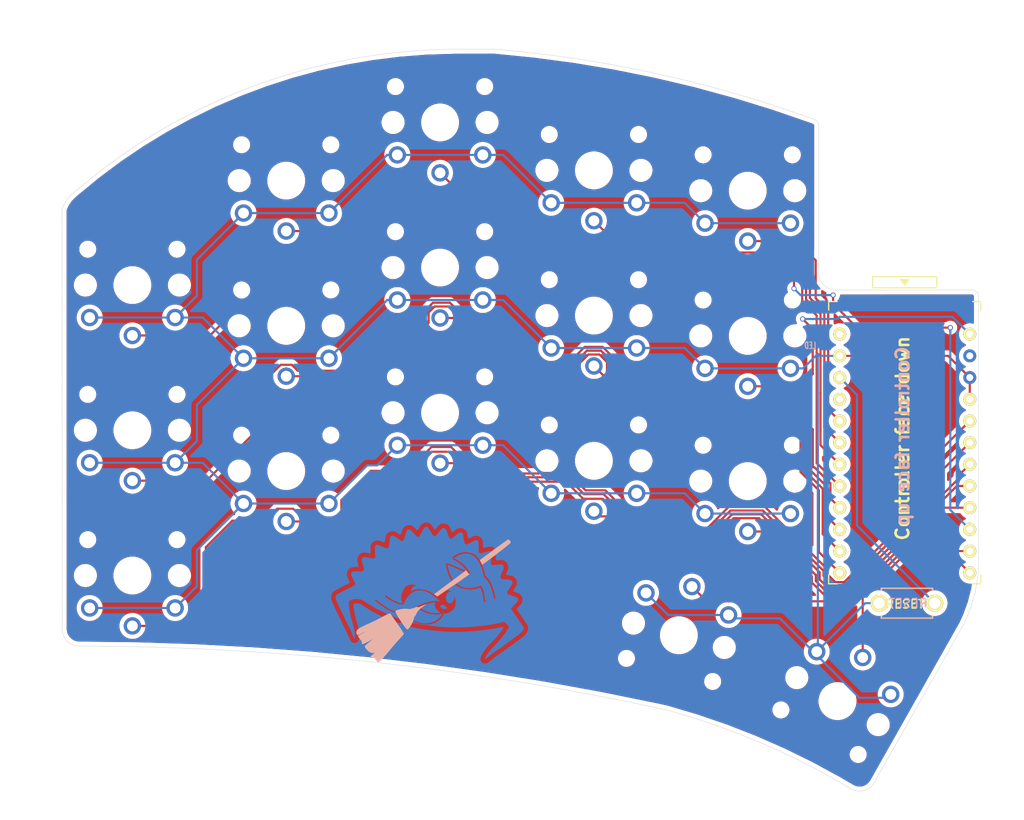
<source format=kicad_pcb>
(kicad_pcb (version 20171130) (host pcbnew 5.1.9)
  (title_block (title Ferris_Sweep_Compact_ble) (date 2021-01-03) (rev 0.1) (company BroomLabs))
  (layers (0 F.Cu signal) (31 B.Cu signal) (34 B.Paste user) (35 F.Paste user) (36 B.SilkS user) (37 F.SilkS user) (38 B.Mask user) (39 F.Mask user) (44 Edge.Cuts user))
  (net 0 "")
  (net 1 row0)
  (net 2 row1)
  (net 3 row2)
  (net 4 row3)
  (net 5 GND)
  (net 6 VCC)
  (net 7 col0)
  (net 8 col1)
  (net 9 col2)
  (net 10 col3)
  (net 11 col4)
  (net 12 col5)
  (net 13 LED)
  (net 14 data)
  (net 15 reset)
  (net 16 SCL)
  (net 17 SDA)
  (net 18 "Net-(U1-Pad24)")
  (net 19 "Net-(U1-Pad14)")
  (net 20 "Net-(U1-Pad13)")
  (net 21 "Net-(U1-Pad12)")
  (net 22 "Net-(U1-Pad11)")
  (module Kailh:SW_PG1350_reversible_b2 (layer F.Cu) (at 116 48.72)
    (fp_text reference SW12 hide)
    (fp_text value SW_PUSH hide)
    (pad "" np_thru_hole circle (at -5.22 -4.2) (size 0.9906 0.9906) (drill 0.9906) (layers *.Cu *.Mask))
    (pad 2 thru_hole circle (at 5 3.8) (size 2.032 2.032) (drill 1.27) (layers *.Cu *.Mask) (net 5 GND))
    (pad "" np_thru_hole circle (at 0 0) (size 3.429 3.429) (drill 3.429) (layers *.Cu *.Mask))
    (pad 2 thru_hole circle (at -5 3.8) (size 2.032 2.032) (drill 1.27) (layers *.Cu *.Mask) (net 5 GND))
    (pad 1 thru_hole circle (at 0 5.9) (size 2.032 2.032) (drill 1.27) (layers *.Cu *.Mask) (net 13 LED))
    (pad "" np_thru_hole circle (at 5.22 -4.2) (size 0.9906 0.9906) (drill 0.9906) (layers *.Cu *.Mask))
    (pad "" np_thru_hole circle (at 5.5 0) (size 1.7018 1.7018) (drill 1.7018) (layers *.Cu *.Mask))
    (pad "" np_thru_hole circle (at -5.5 0) (size 1.7018 1.7018) (drill 1.7018) (layers *.Cu *.Mask))
  )
  (module Kailh:SW_PG1350_reversible_b2 (layer B.Cu) (at 126.5 91.48 330)
    (fp_text reference SW21 hide)
    (fp_text value SW_PUSH hide)
    (pad "" np_thru_hole circle (at -5.22 4.2 330) (size 0.9906 0.9906) (drill 0.9906) (layers *.Cu *.Mask))
    (pad 2 thru_hole circle (at 5 -3.8 330) (size 2.032 2.032) (drill 1.27) (layers *.Cu *.Mask) (net 5 GND))
    (pad "" np_thru_hole circle (at 0 0 330) (size 3.429 3.429) (drill 3.429) (layers *.Cu *.Mask))
    (pad 2 thru_hole circle (at -5 -3.8 330) (size 2.032 2.032) (drill 1.27) (layers *.Cu *.Mask) (net 5 GND))
    (pad 1 thru_hole circle (at 0 -5.9 330) (size 2.032 2.032) (drill 1.27) (layers *.Cu *.Mask) (net 21 "Net-(U1-Pad12)"))
    (pad "" np_thru_hole circle (at 5.22 4.2 330) (size 0.9906 0.9906) (drill 0.9906) (layers *.Cu *.Mask))
    (pad "" np_thru_hole circle (at 5.5 0 330) (size 1.7018 1.7018) (drill 1.7018) (layers *.Cu *.Mask))
    (pad "" np_thru_hole circle (at -5.5 0 330) (size 1.7018 1.7018) (drill 1.7018) (layers *.Cu *.Mask))
  )
  (module kbd:ProMicro_v3 (layer F.Cu) (at 134.366 62.992)
    (fp_text reference U1 hide)
    (fp_text value ProMicro hide)
    (fp_text user LED (at -11.049 -13.1445) (layer B.SilkS) (effects (font (size 0.75 0.5) (thickness 0.125)) (justify mirror)))
    (pad 1 thru_hole circle (at 7.6114 -14.478) (size 1.524 1.524) (drill 0.8128) (layers *.Cu *.Mask F.SilkS) (net 13 LED))
    (pad 2 thru_hole circle (at 7.6114 -11.938) (size 1.524 1.524) (drill 0.8128) (layers *.Cu *.Mask) (net 14 data))
    (pad 3 thru_hole circle (at 7.6114 -9.398) (size 1.524 1.524) (drill 0.8128) (layers *.Cu *.Mask) (net 5 GND))
    (pad 4 thru_hole circle (at 7.6114 -6.858) (size 1.524 1.524) (drill 0.8128) (layers *.Cu *.Mask F.SilkS) (net 5 GND))
    (pad 5 thru_hole circle (at 7.6114 -4.318) (size 1.524 1.524) (drill 0.8128) (layers *.Cu *.Mask F.SilkS) (net 17 SDA))
    (pad 6 thru_hole circle (at 7.6114 -1.778) (size 1.524 1.524) (drill 0.8128) (layers *.Cu *.Mask F.SilkS) (net 16 SCL))
    (pad 7 thru_hole circle (at 7.6114 0.762) (size 1.524 1.524) (drill 0.8128) (layers *.Cu *.Mask F.SilkS) (net 1 row0))
    (pad 8 thru_hole circle (at 7.6114 3.302) (size 1.524 1.524) (drill 0.8128) (layers *.Cu *.Mask F.SilkS) (net 2 row1))
    (pad 9 thru_hole circle (at 7.6114 5.842) (size 1.524 1.524) (drill 0.8128) (layers *.Cu *.Mask F.SilkS) (net 3 row2))
    (pad 10 thru_hole circle (at 7.6114 8.382) (size 1.524 1.524) (drill 0.8128) (layers *.Cu *.Mask F.SilkS) (net 4 row3))
    (pad 11 thru_hole circle (at 7.6114 10.922) (size 1.524 1.524) (drill 0.8128) (layers *.Cu *.Mask F.SilkS) (net 22 "Net-(U1-Pad11)"))
    (pad 12 thru_hole circle (at 7.6114 13.462) (size 1.524 1.524) (drill 0.8128) (layers *.Cu *.Mask F.SilkS) (net 21 "Net-(U1-Pad12)"))
    (pad 13 thru_hole circle (at -7.6086 13.462) (size 1.524 1.524) (drill 0.8128) (layers *.Cu *.Mask F.SilkS) (net 20 "Net-(U1-Pad13)"))
    (pad 14 thru_hole circle (at -7.6086 10.922) (size 1.524 1.524) (drill 0.8128) (layers *.Cu *.Mask F.SilkS) (net 19 "Net-(U1-Pad14)"))
    (pad 15 thru_hole circle (at -7.6086 8.382) (size 1.524 1.524) (drill 0.8128) (layers *.Cu *.Mask F.SilkS) (net 12 col5))
    (pad 16 thru_hole circle (at -7.6086 5.842) (size 1.524 1.524) (drill 0.8128) (layers *.Cu *.Mask F.SilkS) (net 11 col4))
    (pad 17 thru_hole circle (at -7.6086 3.302) (size 1.524 1.524) (drill 0.8128) (layers *.Cu *.Mask F.SilkS) (net 10 col3))
    (pad 18 thru_hole circle (at -7.6086 0.762) (size 1.524 1.524) (drill 0.8128) (layers *.Cu *.Mask F.SilkS) (net 9 col2))
    (pad 19 thru_hole circle (at -7.6086 -1.778) (size 1.524 1.524) (drill 0.8128) (layers *.Cu *.Mask F.SilkS) (net 8 col1))
    (pad 20 thru_hole circle (at -7.6086 -4.318) (size 1.524 1.524) (drill 0.8128) (layers *.Cu *.Mask F.SilkS) (net 7 col0))
    (pad 21 thru_hole circle (at -7.6086 -6.858) (size 1.524 1.524) (drill 0.8128) (layers *.Cu *.Mask F.SilkS) (net 6 VCC))
    (pad 22 thru_hole circle (at -7.6086 -9.398) (size 1.524 1.524) (drill 0.8128) (layers *.Cu *.Mask F.SilkS) (net 15 reset))
    (pad 23 thru_hole circle (at -7.6086 -11.938) (size 1.524 1.524) (drill 0.8128) (layers *.Cu *.Mask F.SilkS) (net 5 GND))
    (pad 24 thru_hole circle (at -7.6086 -14.478) (size 1.524 1.524) (drill 0.8128) (layers *.Cu *.Mask F.SilkS) (net 18 "Net-(U1-Pad24)"))
  )
  (module Kailh:SW_PG1350_reversible_b2 (layer F.Cu) (at 80 40.72)
    (fp_text reference SW10 hide)
    (fp_text value SW_PUSH hide)
    (pad "" np_thru_hole circle (at -5.22 -4.2) (size 0.9906 0.9906) (drill 0.9906) (layers *.Cu *.Mask))
    (pad 2 thru_hole circle (at 5 3.8) (size 2.032 2.032) (drill 1.27) (layers *.Cu *.Mask) (net 5 GND))
    (pad "" np_thru_hole circle (at 0 0) (size 3.429 3.429) (drill 3.429) (layers *.Cu *.Mask))
    (pad 2 thru_hole circle (at -5 3.8) (size 2.032 2.032) (drill 1.27) (layers *.Cu *.Mask) (net 5 GND))
    (pad 1 thru_hole circle (at 0 5.9) (size 2.032 2.032) (drill 1.27) (layers *.Cu *.Mask) (net 19 "Net-(U1-Pad14)"))
    (pad "" np_thru_hole circle (at 5.22 -4.2) (size 0.9906 0.9906) (drill 0.9906) (layers *.Cu *.Mask))
    (pad "" np_thru_hole circle (at 5.5 0) (size 1.7018 1.7018) (drill 1.7018) (layers *.Cu *.Mask))
    (pad "" np_thru_hole circle (at -5.5 0) (size 1.7018 1.7018) (drill 1.7018) (layers *.Cu *.Mask))
  )
  (module Kailh:SW_PG1350_reversible_b2 (layer F.Cu) (at 44 42.77)
    (fp_text reference SW2 hide)
    (fp_text value SW_PUSH hide)
    (pad "" np_thru_hole circle (at -5.22 -4.2) (size 0.9906 0.9906) (drill 0.9906) (layers *.Cu *.Mask))
    (pad 2 thru_hole circle (at 5 3.8) (size 2.032 2.032) (drill 1.27) (layers *.Cu *.Mask) (net 5 GND))
    (pad "" np_thru_hole circle (at 0 0) (size 3.429 3.429) (drill 3.429) (layers *.Cu *.Mask))
    (pad 2 thru_hole circle (at -5 3.8) (size 2.032 2.032) (drill 1.27) (layers *.Cu *.Mask) (net 5 GND))
    (pad 1 thru_hole circle (at 0 5.9) (size 2.032 2.032) (drill 1.27) (layers *.Cu *.Mask) (net 4 row3))
    (pad "" np_thru_hole circle (at 5.22 -4.2) (size 0.9906 0.9906) (drill 0.9906) (layers *.Cu *.Mask))
    (pad "" np_thru_hole circle (at 5.5 0) (size 1.7018 1.7018) (drill 1.7018) (layers *.Cu *.Mask))
    (pad "" np_thru_hole circle (at -5.5 0) (size 1.7018 1.7018) (drill 1.7018) (layers *.Cu *.Mask))
  )
  (module Kailh:SW_PG1350_reversible_b2 (layer F.Cu) (at 62 30.54)
    (fp_text reference SW3 hide)
    (fp_text value SW_PUSH hide)
    (pad "" np_thru_hole circle (at -5.22 -4.2) (size 0.9906 0.9906) (drill 0.9906) (layers *.Cu *.Mask))
    (pad 2 thru_hole circle (at 5 3.8) (size 2.032 2.032) (drill 1.27) (layers *.Cu *.Mask) (net 5 GND))
    (pad "" np_thru_hole circle (at 0 0) (size 3.429 3.429) (drill 3.429) (layers *.Cu *.Mask))
    (pad 2 thru_hole circle (at -5 3.8) (size 2.032 2.032) (drill 1.27) (layers *.Cu *.Mask) (net 5 GND))
    (pad 1 thru_hole circle (at 0 5.9) (size 2.032 2.032) (drill 1.27) (layers *.Cu *.Mask) (net 10 col3))
    (pad "" np_thru_hole circle (at 5.22 -4.2) (size 0.9906 0.9906) (drill 0.9906) (layers *.Cu *.Mask))
    (pad "" np_thru_hole circle (at 5.5 0) (size 1.7018 1.7018) (drill 1.7018) (layers *.Cu *.Mask))
    (pad "" np_thru_hole circle (at -5.5 0) (size 1.7018 1.7018) (drill 1.7018) (layers *.Cu *.Mask))
  )
  (module Kailh:SW_PG1350_reversible_b2 (layer F.Cu) (at 80 23.73)
    (fp_text reference SW4 hide)
    (fp_text value SW_PUSH hide)
    (pad "" np_thru_hole circle (at -5.22 -4.2) (size 0.9906 0.9906) (drill 0.9906) (layers *.Cu *.Mask))
    (pad 2 thru_hole circle (at 5 3.8) (size 2.032 2.032) (drill 1.27) (layers *.Cu *.Mask) (net 5 GND))
    (pad "" np_thru_hole circle (at 0 0) (size 3.429 3.429) (drill 3.429) (layers *.Cu *.Mask))
    (pad 2 thru_hole circle (at -5 3.8) (size 2.032 2.032) (drill 1.27) (layers *.Cu *.Mask) (net 5 GND))
    (pad 1 thru_hole circle (at 0 5.9) (size 2.032 2.032) (drill 1.27) (layers *.Cu *.Mask) (net 9 col2))
    (pad "" np_thru_hole circle (at 5.22 -4.2) (size 0.9906 0.9906) (drill 0.9906) (layers *.Cu *.Mask))
    (pad "" np_thru_hole circle (at 5.5 0) (size 1.7018 1.7018) (drill 1.7018) (layers *.Cu *.Mask))
    (pad "" np_thru_hole circle (at -5.5 0) (size 1.7018 1.7018) (drill 1.7018) (layers *.Cu *.Mask))
  )
  (module Kailh:SW_PG1350_reversible_b2 (layer F.Cu) (at 98 29.34)
    (fp_text reference SW5 hide)
    (fp_text value SW_PUSH hide)
    (pad "" np_thru_hole circle (at -5.22 -4.2) (size 0.9906 0.9906) (drill 0.9906) (layers *.Cu *.Mask))
    (pad 2 thru_hole circle (at 5 3.8) (size 2.032 2.032) (drill 1.27) (layers *.Cu *.Mask) (net 5 GND))
    (pad "" np_thru_hole circle (at 0 0) (size 3.429 3.429) (drill 3.429) (layers *.Cu *.Mask))
    (pad 2 thru_hole circle (at -5 3.8) (size 2.032 2.032) (drill 1.27) (layers *.Cu *.Mask) (net 5 GND))
    (pad 1 thru_hole circle (at 0 5.9) (size 2.032 2.032) (drill 1.27) (layers *.Cu *.Mask) (net 8 col1))
    (pad "" np_thru_hole circle (at 5.22 -4.2) (size 0.9906 0.9906) (drill 0.9906) (layers *.Cu *.Mask))
    (pad "" np_thru_hole circle (at 5.5 0) (size 1.7018 1.7018) (drill 1.7018) (layers *.Cu *.Mask))
    (pad "" np_thru_hole circle (at -5.5 0) (size 1.7018 1.7018) (drill 1.7018) (layers *.Cu *.Mask))
  )
  (module Kailh:SW_PG1350_reversible_b2 (layer F.Cu) (at 116 31.72)
    (fp_text reference SW6 hide)
    (fp_text value SW_PUSH hide)
    (pad "" np_thru_hole circle (at -5.22 -4.2) (size 0.9906 0.9906) (drill 0.9906) (layers *.Cu *.Mask))
    (pad 2 thru_hole circle (at 5 3.8) (size 2.032 2.032) (drill 1.27) (layers *.Cu *.Mask) (net 5 GND))
    (pad "" np_thru_hole circle (at 0 0) (size 3.429 3.429) (drill 3.429) (layers *.Cu *.Mask))
    (pad 2 thru_hole circle (at -5 3.8) (size 2.032 2.032) (drill 1.27) (layers *.Cu *.Mask) (net 5 GND))
    (pad 1 thru_hole circle (at 0 5.9) (size 2.032 2.032) (drill 1.27) (layers *.Cu *.Mask) (net 7 col0))
    (pad "" np_thru_hole circle (at 5.22 -4.2) (size 0.9906 0.9906) (drill 0.9906) (layers *.Cu *.Mask))
    (pad "" np_thru_hole circle (at 5.5 0) (size 1.7018 1.7018) (drill 1.7018) (layers *.Cu *.Mask))
    (pad "" np_thru_hole circle (at -5.5 0) (size 1.7018 1.7018) (drill 1.7018) (layers *.Cu *.Mask))
  )
  (module Kailh:SW_PG1350_reversible_b2 (layer F.Cu) (at 44 59.77)
    (fp_text reference SW8 hide)
    (fp_text value SW_PUSH hide)
    (pad "" np_thru_hole circle (at -5.22 -4.2) (size 0.9906 0.9906) (drill 0.9906) (layers *.Cu *.Mask))
    (pad 2 thru_hole circle (at 5 3.8) (size 2.032 2.032) (drill 1.27) (layers *.Cu *.Mask) (net 5 GND))
    (pad "" np_thru_hole circle (at 0 0) (size 3.429 3.429) (drill 3.429) (layers *.Cu *.Mask))
    (pad 2 thru_hole circle (at -5 3.8) (size 2.032 2.032) (drill 1.27) (layers *.Cu *.Mask) (net 5 GND))
    (pad 1 thru_hole circle (at 0 5.9) (size 2.032 2.032) (drill 1.27) (layers *.Cu *.Mask) (net 11 col4))
    (pad "" np_thru_hole circle (at 5.22 -4.2) (size 0.9906 0.9906) (drill 0.9906) (layers *.Cu *.Mask))
    (pad "" np_thru_hole circle (at 5.5 0) (size 1.7018 1.7018) (drill 1.7018) (layers *.Cu *.Mask))
    (pad "" np_thru_hole circle (at -5.5 0) (size 1.7018 1.7018) (drill 1.7018) (layers *.Cu *.Mask))
  )
  (module Kailh:SW_PG1350_reversible_b2 (layer F.Cu) (at 62 47.54)
    (fp_text reference SW9 hide)
    (fp_text value SW_PUSH hide)
    (pad "" np_thru_hole circle (at -5.22 -4.2) (size 0.9906 0.9906) (drill 0.9906) (layers *.Cu *.Mask))
    (pad 2 thru_hole circle (at 5 3.8) (size 2.032 2.032) (drill 1.27) (layers *.Cu *.Mask) (net 5 GND))
    (pad "" np_thru_hole circle (at 0 0) (size 3.429 3.429) (drill 3.429) (layers *.Cu *.Mask))
    (pad 2 thru_hole circle (at -5 3.8) (size 2.032 2.032) (drill 1.27) (layers *.Cu *.Mask) (net 5 GND))
    (pad 1 thru_hole circle (at 0 5.9) (size 2.032 2.032) (drill 1.27) (layers *.Cu *.Mask) (net 12 col5))
    (pad "" np_thru_hole circle (at 5.22 -4.2) (size 0.9906 0.9906) (drill 0.9906) (layers *.Cu *.Mask))
    (pad "" np_thru_hole circle (at 5.5 0) (size 1.7018 1.7018) (drill 1.7018) (layers *.Cu *.Mask))
    (pad "" np_thru_hole circle (at -5.5 0) (size 1.7018 1.7018) (drill 1.7018) (layers *.Cu *.Mask))
  )
  (module Kailh:SW_PG1350_reversible_b2 (layer F.Cu) (at 98 46.34)
    (fp_text reference SW11 hide)
    (fp_text value SW_PUSH hide)
    (pad "" np_thru_hole circle (at -5.22 -4.2) (size 0.9906 0.9906) (drill 0.9906) (layers *.Cu *.Mask))
    (pad 2 thru_hole circle (at 5 3.8) (size 2.032 2.032) (drill 1.27) (layers *.Cu *.Mask) (net 5 GND))
    (pad "" np_thru_hole circle (at 0 0) (size 3.429 3.429) (drill 3.429) (layers *.Cu *.Mask))
    (pad 2 thru_hole circle (at -5 3.8) (size 2.032 2.032) (drill 1.27) (layers *.Cu *.Mask) (net 5 GND))
    (pad 1 thru_hole circle (at 0 5.9) (size 2.032 2.032) (drill 1.27) (layers *.Cu *.Mask) (net 20 "Net-(U1-Pad13)"))
    (pad "" np_thru_hole circle (at 5.22 -4.2) (size 0.9906 0.9906) (drill 0.9906) (layers *.Cu *.Mask))
    (pad "" np_thru_hole circle (at 5.5 0) (size 1.7018 1.7018) (drill 1.7018) (layers *.Cu *.Mask))
    (pad "" np_thru_hole circle (at -5.5 0) (size 1.7018 1.7018) (drill 1.7018) (layers *.Cu *.Mask))
  )
  (module Kailh:SW_PG1350_reversible_b2 (layer F.Cu) (at 62 64.545)
    (fp_text reference SW15 hide)
    (fp_text value SW_PUSH hide)
    (pad "" np_thru_hole circle (at -5.22 -4.2) (size 0.9906 0.9906) (drill 0.9906) (layers *.Cu *.Mask))
    (pad 2 thru_hole circle (at 5 3.8) (size 2.032 2.032) (drill 1.27) (layers *.Cu *.Mask) (net 5 GND))
    (pad "" np_thru_hole circle (at 0 0) (size 3.429 3.429) (drill 3.429) (layers *.Cu *.Mask))
    (pad 2 thru_hole circle (at -5 3.8) (size 2.032 2.032) (drill 1.27) (layers *.Cu *.Mask) (net 5 GND))
    (pad 1 thru_hole circle (at 0 5.9) (size 2.032 2.032) (drill 1.27) (layers *.Cu *.Mask) (net 16 SCL))
    (pad "" np_thru_hole circle (at 5.22 -4.2) (size 0.9906 0.9906) (drill 0.9906) (layers *.Cu *.Mask))
    (pad "" np_thru_hole circle (at 5.5 0) (size 1.7018 1.7018) (drill 1.7018) (layers *.Cu *.Mask))
    (pad "" np_thru_hole circle (at -5.5 0) (size 1.7018 1.7018) (drill 1.7018) (layers *.Cu *.Mask))
  )
  (module Kailh:SW_PG1350_reversible_b2 (layer F.Cu) (at 80 57.72)
    (fp_text reference SW16 hide)
    (fp_text value SW_PUSH hide)
    (pad "" np_thru_hole circle (at -5.22 -4.2) (size 0.9906 0.9906) (drill 0.9906) (layers *.Cu *.Mask))
    (pad 2 thru_hole circle (at 5 3.8) (size 2.032 2.032) (drill 1.27) (layers *.Cu *.Mask) (net 5 GND))
    (pad "" np_thru_hole circle (at 0 0) (size 3.429 3.429) (drill 3.429) (layers *.Cu *.Mask))
    (pad 2 thru_hole circle (at -5 3.8) (size 2.032 2.032) (drill 1.27) (layers *.Cu *.Mask) (net 5 GND))
    (pad 1 thru_hole circle (at 0 5.9) (size 2.032 2.032) (drill 1.27) (layers *.Cu *.Mask) (net 1 row0))
    (pad "" np_thru_hole circle (at 5.22 -4.2) (size 0.9906 0.9906) (drill 0.9906) (layers *.Cu *.Mask))
    (pad "" np_thru_hole circle (at 5.5 0) (size 1.7018 1.7018) (drill 1.7018) (layers *.Cu *.Mask))
    (pad "" np_thru_hole circle (at -5.5 0) (size 1.7018 1.7018) (drill 1.7018) (layers *.Cu *.Mask))
  )
  (module Kailh:SW_PG1350_reversible_b2 (layer F.Cu) (at 98 63.345)
    (fp_text reference SW17 hide)
    (fp_text value SW_PUSH hide)
    (pad "" np_thru_hole circle (at -5.22 -4.2) (size 0.9906 0.9906) (drill 0.9906) (layers *.Cu *.Mask))
    (pad 2 thru_hole circle (at 5 3.8) (size 2.032 2.032) (drill 1.27) (layers *.Cu *.Mask) (net 5 GND))
    (pad "" np_thru_hole circle (at 0 0) (size 3.429 3.429) (drill 3.429) (layers *.Cu *.Mask))
    (pad 2 thru_hole circle (at -5 3.8) (size 2.032 2.032) (drill 1.27) (layers *.Cu *.Mask) (net 5 GND))
    (pad 1 thru_hole circle (at 0 5.9) (size 2.032 2.032) (drill 1.27) (layers *.Cu *.Mask) (net 2 row1))
    (pad "" np_thru_hole circle (at 5.22 -4.2) (size 0.9906 0.9906) (drill 0.9906) (layers *.Cu *.Mask))
    (pad "" np_thru_hole circle (at 5.5 0) (size 1.7018 1.7018) (drill 1.7018) (layers *.Cu *.Mask))
    (pad "" np_thru_hole circle (at -5.5 0) (size 1.7018 1.7018) (drill 1.7018) (layers *.Cu *.Mask))
  )
  (module Kailh:SW_PG1350_reversible_b2 (layer F.Cu) (at 116 65.72)
    (fp_text reference SW18 hide)
    (fp_text value SW_PUSH hide)
    (pad "" np_thru_hole circle (at -5.22 -4.2) (size 0.9906 0.9906) (drill 0.9906) (layers *.Cu *.Mask))
    (pad 2 thru_hole circle (at 5 3.8) (size 2.032 2.032) (drill 1.27) (layers *.Cu *.Mask) (net 5 GND))
    (pad "" np_thru_hole circle (at 0 0) (size 3.429 3.429) (drill 3.429) (layers *.Cu *.Mask))
    (pad 2 thru_hole circle (at -5 3.8) (size 2.032 2.032) (drill 1.27) (layers *.Cu *.Mask) (net 5 GND))
    (pad 1 thru_hole circle (at 0 5.9) (size 2.032 2.032) (drill 1.27) (layers *.Cu *.Mask) (net 3 row2))
    (pad "" np_thru_hole circle (at 5.22 -4.2) (size 0.9906 0.9906) (drill 0.9906) (layers *.Cu *.Mask))
    (pad "" np_thru_hole circle (at 5.5 0) (size 1.7018 1.7018) (drill 1.7018) (layers *.Cu *.Mask))
    (pad "" np_thru_hole circle (at -5.5 0) (size 1.7018 1.7018) (drill 1.7018) (layers *.Cu *.Mask))
  )
  (module Kailh:SW_PG1350_reversible_b2 (layer B.Cu) (at 107.94 83.77 345)
    (fp_text reference SW20 hide)
    (fp_text value SW_PUSH hide)
    (pad "" np_thru_hole circle (at -5.22 4.2 345) (size 0.9906 0.9906) (drill 0.9906) (layers *.Cu *.Mask))
    (pad 2 thru_hole circle (at 5 -3.8 345) (size 2.032 2.032) (drill 1.27) (layers *.Cu *.Mask) (net 5 GND))
    (pad "" np_thru_hole circle (at 0 0 345) (size 3.429 3.429) (drill 3.429) (layers *.Cu *.Mask))
    (pad 2 thru_hole circle (at -5 -3.8 345) (size 2.032 2.032) (drill 1.27) (layers *.Cu *.Mask) (net 5 GND))
    (pad 1 thru_hole circle (at 0 -5.9 345) (size 2.032 2.032) (drill 1.27) (layers *.Cu *.Mask) (net 22 "Net-(U1-Pad11)"))
    (pad "" np_thru_hole circle (at 5.22 4.2 345) (size 0.9906 0.9906) (drill 0.9906) (layers *.Cu *.Mask))
    (pad "" np_thru_hole circle (at 5.5 0 345) (size 1.7018 1.7018) (drill 1.7018) (layers *.Cu *.Mask))
    (pad "" np_thru_hole circle (at -5.5 0 345) (size 1.7018 1.7018) (drill 1.7018) (layers *.Cu *.Mask))
  )
  (module Kailh:SW_PG1350_reversible_b2 (layer F.Cu) (at 44 76.775)
    (fp_text reference SW14 hide)
    (fp_text value SW_PUSH hide)
    (pad "" np_thru_hole circle (at -5.22 -4.2) (size 0.9906 0.9906) (drill 0.9906) (layers *.Cu *.Mask))
    (pad 2 thru_hole circle (at 5 3.8) (size 2.032 2.032) (drill 1.27) (layers *.Cu *.Mask) (net 5 GND))
    (pad "" np_thru_hole circle (at 0 0) (size 3.429 3.429) (drill 3.429) (layers *.Cu *.Mask))
    (pad 2 thru_hole circle (at -5 3.8) (size 2.032 2.032) (drill 1.27) (layers *.Cu *.Mask) (net 5 GND))
    (pad 1 thru_hole circle (at 0 5.9) (size 2.032 2.032) (drill 1.27) (layers *.Cu *.Mask) (net 17 SDA))
    (pad "" np_thru_hole circle (at 5.22 -4.2) (size 0.9906 0.9906) (drill 0.9906) (layers *.Cu *.Mask))
    (pad "" np_thru_hole circle (at 5.5 0) (size 1.7018 1.7018) (drill 1.7018) (layers *.Cu *.Mask))
    (pad "" np_thru_hole circle (at -5.5 0) (size 1.7018 1.7018) (drill 1.7018) (layers *.Cu *.Mask))
  )
  (module Kailh:ferris_broom (layer B.Cu) (at 80.3 79.55 171)
    (fp_text reference G*** hide)
    (fp_text value LOGO hide)
    (fp_poly (pts (xy -2.070755 5.735079) (xy -2.013767 5.733193) (xy -1.962647 5.729706) (xy -1.947334 5.728157) (xy -1.91579 5.72403) (xy -1.878997 5.7183) (xy -1.841135 5.711737) (xy -1.806387 5.705109) (xy -1.778935 5.699187) (xy -1.762962 5.694739) (xy -1.761197 5.693913) (xy -1.749383 5.689933) (xy -1.733913 5.686542) (xy -1.69976 5.678685) (xy -1.654944 5.666018) (xy -1.604482 5.650132) (xy -1.553391 5.632615) (xy -1.506685 5.615056) (xy -1.500717 5.612659) (xy -1.452864 5.593201) (xy -1.41605 5.578176) (xy -1.397757 5.569244) (xy -1.388734 5.561978) (xy -1.388534 5.561206) (xy -1.381213 5.555741) (xy -1.363354 5.550046) (xy -1.361017 5.54952) (xy -1.334178 5.540519) (xy -1.312334 5.52897) (xy -1.296618 5.519291) (xy -1.269751 5.503909) (xy -1.235579 5.484988) (xy -1.20015 5.465865) (xy -1.165151 5.446711) (xy -1.136388 5.43002) (xy -1.116756 5.41754) (xy -1.109147 5.411019) (xy -1.109134 5.410901) (xy -1.10226 5.403266) (xy -1.08585 5.394053) (xy -1.067279 5.384314) (xy -1.042639 5.369673) (xy -1.017625 5.353721) (xy -0.997933 5.340048) (xy -0.9906 5.334) (xy -0.981678 5.327142) (xy -0.963529 5.314319) (xy -0.950384 5.305308) (xy -0.929902 5.290103) (xy -0.916869 5.277912) (xy -0.9144 5.273582) (xy -0.907692 5.266773) (xy -0.903817 5.26626) (xy -0.891672 5.261021) (xy -0.87273 5.247713) (xy -0.861947 5.238743) (xy -0.83469 5.215391) (xy -0.805662 5.191395) (xy -0.798736 5.185833) (xy -0.783298 5.173272) (xy -0.766052 5.158572) (xy -0.744798 5.139762) (xy -0.717335 5.114874) (xy -0.681463 5.08194) (xy -0.645536 5.048757) (xy -0.620612 5.023913) (xy -0.5975 4.997804) (xy -0.57919 4.974145) (xy -0.568671 4.956653) (xy -0.567267 4.951469) (xy -0.574481 4.944193) (xy -0.592494 4.934555) (xy -0.615857 4.924975) (xy -0.639126 4.917873) (xy -0.646085 4.916446) (xy -0.66792 4.910824) (xy -0.688468 4.903524) (xy -0.709079 4.896441) (xy -0.723126 4.893733) (xy -0.736557 4.891119) (xy -0.760155 4.884352) (xy -0.781842 4.877256) (xy -0.807062 4.869305) (xy -0.824412 4.865225) (xy -0.829734 4.865593) (xy -0.834929 4.865546) (xy -0.840317 4.861881) (xy -0.855473 4.854392) (xy -0.878215 4.847573) (xy -0.880534 4.847062) (xy -0.905832 4.839411) (xy -0.926267 4.82956) (xy -0.926868 4.829151) (xy -0.94749 4.819766) (xy -0.96086 4.817533) (xy -0.979529 4.813619) (xy -1.003289 4.803975) (xy -1.007659 4.801729) (xy -1.035188 4.789332) (xy -1.062581 4.780376) (xy -1.064684 4.779889) (xy -1.083341 4.77372) (xy -1.092105 4.76673) (xy -1.0922 4.76606) (xy -1.099409 4.760066) (xy -1.112072 4.758267) (xy -1.132942 4.75281) (xy -1.151467 4.741333) (xy -1.169281 4.729143) (xy -1.183206 4.7244) (xy -1.199285 4.720663) (xy -1.217894 4.712669) (xy -1.23352 4.704764) (xy -1.26091 4.691156) (xy -1.296604 4.673555) (xy -1.337143 4.653672) (xy -1.350434 4.647174) (xy -1.389858 4.627766) (xy -1.423633 4.610852) (xy -1.448933 4.59787) (xy -1.462935 4.590257) (xy -1.464734 4.589042) (xy -1.474577 4.582584) (xy -1.492773 4.5728) (xy -1.494367 4.572) (xy -1.512926 4.562153) (xy -1.523685 4.555359) (xy -1.524 4.555067) (xy -1.533841 4.548685) (xy -1.552032 4.538937) (xy -1.553634 4.538133) (xy -1.572192 4.528291) (xy -1.582951 4.521505) (xy -1.583267 4.521213) (xy -1.593061 4.514343) (xy -1.615209 4.501387) (xy -1.646767 4.483895) (xy -1.66297 4.472895) (xy -1.669742 4.466167) (xy -1.681018 4.458082) (xy -1.68361 4.4577) (xy -1.694208 4.453086) (xy -1.71368 4.441126) (xy -1.732602 4.428096) (xy -1.755478 4.412672) (xy -1.77295 4.40277) (xy -1.780117 4.40058) (xy -1.786238 4.396375) (xy -1.786467 4.3942) (xy -1.79291 4.385979) (xy -1.794934 4.385733) (xy -1.807142 4.380633) (xy -1.820334 4.370917) (xy -1.840889 4.352931) (xy -1.8542 4.341283) (xy -1.869873 4.33012) (xy -1.8796 4.326467) (xy -1.887821 4.320024) (xy -1.888067 4.318) (xy -1.894943 4.310532) (xy -1.901033 4.309533) (xy -1.91516 4.302683) (xy -1.918872 4.296833) (xy -1.929139 4.285588) (xy -1.934834 4.284133) (xy -1.946994 4.280058) (xy -1.948745 4.277783) (xy -1.956307 4.269799) (xy -1.973742 4.254458) (xy -1.997562 4.234807) (xy -2.002367 4.23096) (xy -2.05897 4.185366) (xy -2.107345 4.145084) (xy -2.152571 4.105695) (xy -2.199724 4.062784) (xy -2.25082 4.014837) (xy -2.282144 3.986602) (xy -2.31506 3.959258) (xy -2.343577 3.937729) (xy -2.3495 3.933712) (xy -2.382716 3.908023) (xy -2.422294 3.871176) (xy -2.465482 3.826283) (xy -2.509527 3.776456) (xy -2.551678 3.724809) (xy -2.589183 3.674454) (xy -2.619144 3.628746) (xy -2.632928 3.60764) (xy -2.652372 3.580174) (xy -2.668043 3.559171) (xy -2.690166 3.527118) (xy -2.712998 3.489087) (xy -2.727361 3.461805) (xy -2.741979 3.433921) (xy -2.755504 3.412175) (xy -2.765069 3.401168) (xy -2.765246 3.401062) (xy -2.776185 3.389869) (xy -2.772838 3.38069) (xy -2.761979 3.3782) (xy -2.745394 3.38026) (xy -2.719645 3.385523) (xy -2.703126 3.389552) (xy -2.659361 3.400905) (xy -2.296252 3.040302) (xy -2.179516 2.924591) (xy -2.064878 2.811389) (xy -1.953713 2.702039) (xy -1.847395 2.597883) (xy -1.747298 2.500265) (xy -1.654795 2.410526) (xy -1.57126 2.33001) (xy -1.498069 2.260059) (xy -1.490134 2.252522) (xy -1.435936 2.201049) (xy -1.392906 2.159989) (xy -1.359926 2.1281) (xy -1.335881 2.104141) (xy -1.319654 2.086869) (xy -1.310128 2.075042) (xy -1.306187 2.067418) (xy -1.306715 2.062755) (xy -1.310595 2.05981) (xy -1.31522 2.057912) (xy -1.335836 2.04737) (xy -1.347003 2.039052) (xy -1.360058 2.029955) (xy -1.383666 2.016257) (xy -1.413109 2.000674) (xy -1.418167 1.998126) (xy -1.449636 1.981792) (xy -1.47753 1.966258) (xy -1.496319 1.954618) (xy -1.497626 1.953683) (xy -1.517702 1.942744) (xy -1.533609 1.938867) (xy -1.546724 1.934474) (xy -1.5494 1.928989) (xy -1.552509 1.92298) (xy -1.554445 1.924155) (xy -1.564266 1.92363) (xy -1.582504 1.916106) (xy -1.588569 1.912866) (xy -1.609834 1.902294) (xy -1.625786 1.896729) (xy -1.627975 1.896481) (xy -1.642532 1.89276) (xy -1.660765 1.884708) (xy -1.69831 1.868494) (xy -1.74143 1.854734) (xy -1.766179 1.849081) (xy -1.786701 1.844) (xy -1.798574 1.839186) (xy -1.814186 1.832973) (xy -1.824567 1.830496) (xy -1.846536 1.826373) (xy -1.858182 1.823299) (xy -1.865883 1.819529) (xy -1.8669 1.818913) (xy -1.880912 1.813315) (xy -1.90606 1.80559) (xy -1.936925 1.797166) (xy -1.96809 1.789471) (xy -1.994134 1.783934) (xy -2.0066 1.782091) (xy -2.028804 1.778781) (xy -2.056421 1.772863) (xy -2.061634 1.771551) (xy -2.086245 1.765782) (xy -2.10518 1.762402) (xy -2.1082 1.762121) (xy -2.124082 1.760743) (xy -2.148861 1.758045) (xy -2.159 1.756841) (xy -2.305927 1.744119) (xy -2.460366 1.740238) (xy -2.616413 1.745054) (xy -2.768162 1.758421) (xy -2.878667 1.774503) (xy -2.906407 1.779029) (xy -2.931223 1.782618) (xy -2.955197 1.786837) (xy -2.983266 1.793214) (xy -2.986257 1.793986) (xy -3.042283 1.808501) (xy -3.082076 1.818429) (xy -3.105611 1.823765) (xy -3.1115 1.82473) (xy -3.127667 1.82777) (xy -3.151485 1.833749) (xy -3.174475 1.840449) (xy -3.183467 1.843551) (xy -3.198545 1.847117) (xy -3.202785 1.846988) (xy -3.21378 1.849392) (xy -3.234258 1.85712) (xy -3.246771 1.862577) (xy -3.270943 1.872644) (xy -3.289611 1.878752) (xy -3.294782 1.8796) (xy -3.308606 1.882445) (xy -3.333658 1.889919) (xy -3.365418 1.900426) (xy -3.399364 1.912375) (xy -3.430976 1.924171) (xy -3.455733 1.934221) (xy -3.469115 1.94093) (xy -3.469422 1.941163) (xy -3.481387 1.946064) (xy -3.485257 1.944699) (xy -3.494781 1.945644) (xy -3.514807 1.953018) (xy -3.540037 1.964756) (xy -3.566417 1.977743) (xy -3.586726 1.987136) (xy -3.596168 1.990774) (xy -3.608624 1.995179) (xy -3.633452 2.005979) (xy -3.667953 2.021854) (xy -3.709424 2.041482) (xy -3.755166 2.063543) (xy -3.802478 2.086715) (xy -3.848659 2.109679) (xy -3.891009 2.131112) (xy -3.926827 2.149694) (xy -3.953413 2.164103) (xy -3.966429 2.171879) (xy -3.98478 2.183619) (xy -4.013092 2.201131) (xy -4.046745 2.221575) (xy -4.066578 2.233469) (xy -4.141123 2.277946) (xy -4.166062 2.263214) (xy -4.182833 2.25204) (xy -4.190878 2.244189) (xy -4.191 2.243637) (xy -4.196453 2.235762) (xy -4.211055 2.218735) (xy -4.232176 2.195567) (xy -4.243917 2.183086) (xy -4.282792 2.141536) (xy -4.311807 2.108922) (xy -4.333329 2.08247) (xy -4.349727 2.059403) (xy -4.350795 2.057765) (xy -4.365502 2.03706) (xy -4.377267 2.022726) (xy -4.388135 2.008492) (xy -4.403941 1.984977) (xy -4.419601 1.959976) (xy -4.436055 1.933584) (xy -4.450101 1.912459) (xy -4.458294 1.901656) (xy -4.465894 1.890317) (xy -4.478754 1.867674) (xy -4.494699 1.837636) (xy -4.503518 1.820333) (xy -4.521058 1.785565) (xy -4.537267 1.753678) (xy -4.549583 1.7297) (xy -4.553101 1.722967) (xy -4.56451 1.701134) (xy -4.573819 1.682438) (xy -4.583879 1.660939) (xy -4.59754 1.630694) (xy -4.599823 1.6256) (xy -4.615489 1.590924) (xy -4.633411 1.55167) (xy -4.644207 1.528233) (xy -4.655959 1.502202) (xy -4.663982 1.48317) (xy -4.666521 1.475356) (xy -4.669029 1.467185) (xy -4.676768 1.447947) (xy -4.686716 1.424881) (xy -4.698389 1.397194) (xy -4.706961 1.374454) (xy -4.710155 1.363458) (xy -4.716227 1.344645) (xy -4.718775 1.339882) (xy -4.726507 1.322361) (xy -4.728771 1.314482) (xy -4.733021 1.299758) (xy -4.741585 1.272692) (xy -4.753239 1.236938) (xy -4.766757 1.196147) (xy -4.780914 1.153976) (xy -4.794486 1.114076) (xy -4.806248 1.080102) (xy -4.814974 1.055707) (xy -4.818906 1.045633) (xy -4.825384 1.028109) (xy -4.833854 1.00132) (xy -4.83939 0.982133) (xy -4.848012 0.951076) (xy -4.853486 0.931763) (xy -4.857161 0.919616) (xy -4.860389 0.910054) (xy -4.861855 0.905933) (xy -4.868436 0.885379) (xy -4.876284 0.858025) (xy -4.883583 0.830562) (xy -4.888513 0.809679) (xy -4.88946 0.804333) (xy -4.892803 0.788878) (xy -4.899338 0.764723) (xy -4.902643 0.753533) (xy -4.909664 0.729081) (xy -4.914085 0.711191) (xy -4.914775 0.706967) (xy -4.91934 0.691914) (xy -4.920362 0.690033) (xy -4.92499 0.67698) (xy -4.930473 0.655055) (xy -4.935276 0.631437) (xy -4.937859 0.613305) (xy -4.937828 0.608491) (xy -4.942569 0.599489) (xy -4.953337 0.588129) (xy -4.966151 0.569374) (xy -4.969934 0.553568) (xy -4.972994 0.534634) (xy -4.980814 0.507721) (xy -4.986867 0.491066) (xy -4.996249 0.466605) (xy -5.002398 0.449303) (xy -5.003801 0.444186) (xy -4.995894 0.442635) (xy -4.974416 0.441374) (xy -4.942725 0.44054) (xy -4.907471 0.440267) (xy -4.858575 0.441078) (xy -4.825375 0.443592) (xy -4.806709 0.447925) (xy -4.80243 0.45085) (xy -4.796046 0.465159) (xy -4.789915 0.489191) (xy -4.787716 0.501754) (xy -4.782751 0.526331) (xy -4.776939 0.543089) (xy -4.774224 0.546704) (xy -4.767907 0.558099) (xy -4.766734 0.56747) (xy -4.764223 0.585366) (xy -4.757934 0.610759) (xy -4.755175 0.619887) (xy -4.746726 0.64924) (xy -4.73758 0.685216) (xy -4.732587 0.706967) (xy -4.725807 0.735286) (xy -4.719432 0.757098) (xy -4.715622 0.766233) (xy -4.710566 0.778721) (xy -4.703841 0.801902) (xy -4.699102 0.821267) (xy -4.691063 0.852638) (xy -4.682224 0.881313) (xy -4.677762 0.893233) (xy -4.670016 0.913835) (xy -4.65964 0.944425) (xy -4.648752 0.978736) (xy -4.647716 0.982133) (xy -4.635131 1.02196) (xy -4.620636 1.065324) (xy -4.60563 1.108299) (xy -4.591515 1.146961) (xy -4.57969 1.177386) (xy -4.571557 1.195648) (xy -4.571474 1.195802) (xy -4.564695 1.213623) (xy -4.563534 1.221459) (xy -4.560378 1.233487) (xy -4.551874 1.257388) (xy -4.539464 1.289521) (xy -4.524594 1.326249) (xy -4.508708 1.363931) (xy -4.493249 1.398928) (xy -4.492197 1.401233) (xy -4.482454 1.422676) (xy -4.469047 1.45235) (xy -4.457757 1.477433) (xy -4.443475 1.508535) (xy -4.429785 1.537226) (xy -4.421541 1.553633) (xy -4.410349 1.575105) (xy -4.402 1.591531) (xy -4.401901 1.591733) (xy -4.374228 1.647385) (xy -4.350719 1.693428) (xy -4.332188 1.728318) (xy -4.319447 1.750514) (xy -4.314361 1.757723) (xy -4.305518 1.76946) (xy -4.29126 1.790995) (xy -4.275667 1.816043) (xy -4.258319 1.843548) (xy -4.242421 1.866792) (xy -4.232387 1.8796) (xy -4.218581 1.897092) (xy -4.203775 1.919536) (xy -4.203045 1.920764) (xy -4.191271 1.938205) (xy -4.182417 1.947057) (xy -4.181399 1.947333) (xy -4.173653 1.953863) (xy -4.16148 1.970196) (xy -4.157068 1.977074) (xy -4.144845 1.995788) (xy -4.133378 2.008295) (xy -4.120158 2.014366) (xy -4.102676 2.013769) (xy -4.078424 2.006275) (xy -4.044891 1.991654) (xy -3.999569 1.969676) (xy -3.98215 1.961044) (xy -3.920601 1.930654) (xy -3.866749 1.904492) (xy -3.814863 1.879834) (xy -3.759208 1.853957) (xy -3.69405 1.824138) (xy -3.690595 1.822566) (xy -3.667203 1.812833) (xy -3.634343 1.800351) (xy -3.595568 1.786334) (xy -3.554424 1.771994) (xy -3.514464 1.758544) (xy -3.479234 1.747199) (xy -3.452286 1.739171) (xy -3.437169 1.735673) (xy -3.436214 1.735614) (xy -3.421173 1.731869) (xy -3.400437 1.722871) (xy -3.399381 1.722326) (xy -3.372649 1.711464) (xy -3.331096 1.698701) (xy -3.276661 1.684554) (xy -3.211282 1.669542) (xy -3.167996 1.660415) (xy -3.141615 1.654541) (xy -3.122273 1.649356) (xy -3.116167 1.647034) (xy -3.103222 1.643128) (xy -3.076296 1.637864) (xy -3.038248 1.631654) (xy -2.991935 1.624909) (xy -2.940217 1.618041) (xy -2.885953 1.611462) (xy -2.832001 1.605582) (xy -2.8194 1.604319) (xy -2.761684 1.599843) (xy -2.691766 1.596355) (xy -2.612836 1.593855) (xy -2.528081 1.592342) (xy -2.440689 1.591815) (xy -2.353849 1.592273) (xy -2.270747 1.593714) (xy -2.194573 1.596138) (xy -2.128513 1.599544) (xy -2.075757 1.603929) (xy -2.070049 1.604571) (xy -1.991895 1.614353) (xy -1.92762 1.623948) (xy -1.874184 1.633871) (xy -1.828547 1.644635) (xy -1.820334 1.646866) (xy -1.790994 1.654912) (xy -1.754472 1.664791) (xy -1.7272 1.672091) (xy -1.69622 1.680641) (xy -1.669898 1.68844) (xy -1.655234 1.693336) (xy -1.636713 1.699579) (xy -1.610391 1.707391) (xy -1.6002 1.710203) (xy -1.566846 1.720761) (xy -1.532795 1.733816) (xy -1.526582 1.736536) (xy -1.502363 1.746301) (xy -1.483152 1.751999) (xy -1.478398 1.7526) (xy -1.464053 1.757175) (xy -1.460903 1.760415) (xy -1.449873 1.767649) (xy -1.43077 1.773788) (xy -1.413037 1.77993) (xy -1.405471 1.787011) (xy -1.405467 1.787139) (xy -1.398422 1.79362) (xy -1.389676 1.794933) (xy -1.371408 1.799783) (xy -1.353692 1.80975) (xy -1.336277 1.820751) (xy -1.309127 1.835985) (xy -1.277778 1.852359) (xy -1.274234 1.854136) (xy -1.245659 1.86879) (xy -1.223428 1.880938) (xy -1.21155 1.888367) (xy -1.210734 1.889138) (xy -1.201253 1.896357) (xy -1.18268 1.90782) (xy -1.175471 1.911936) (xy -1.144442 1.929301) (xy -1.112596 1.902334) (xy -1.088531 1.880917) (xy -1.060275 1.854312) (xy -1.042025 1.836363) (xy -1.025702 1.820447) (xy -0.998926 1.794961) (xy -0.963711 1.761794) (xy -0.922072 1.722834) (xy -0.876021 1.679972) (xy -0.827573 1.635096) (xy -0.821267 1.62927) (xy -0.758406 1.571118) (xy -0.693392 1.510779) (xy -0.628105 1.450013) (xy -0.564426 1.39058) (xy -0.504238 1.334242) (xy -0.44942 1.282756) (xy -0.401854 1.237885) (xy -0.36342 1.201388) (xy -0.341395 1.180254) (xy -0.305485 1.145541) (xy -0.420701 1.139759) (xy -0.463656 1.137225) (xy -0.500768 1.134325) (xy -0.528627 1.131378) (xy -0.543824 1.128703) (xy -0.545242 1.128116) (xy -0.561252 1.124209) (xy -0.569084 1.124643) (xy -0.583235 1.124223) (xy -0.608998 1.121125) (xy -0.642426 1.116058) (xy -0.679575 1.109732) (xy -0.716499 1.102856) (xy -0.74925 1.096139) (xy -0.773883 1.09029) (xy -0.786453 1.086019) (xy -0.787151 1.085444) (xy -0.797928 1.08073) (xy -0.817879 1.077463) (xy -0.819 1.077371) (xy -0.836751 1.074004) (xy -0.866821 1.066208) (xy -0.905506 1.055025) (xy -0.949098 1.041497) (xy -0.965303 1.036245) (xy -1.012778 1.020346) (xy -1.046641 1.007985) (xy -1.069526 0.997914) (xy -1.084063 0.988883) (xy -1.092884 0.979642) (xy -1.096214 0.974091) (xy -1.10685 0.957332) (xy -1.125236 0.931971) (xy -1.148181 0.902334) (xy -1.159584 0.888217) (xy -1.192382 0.843994) (xy -1.225498 0.792074) (xy -1.255957 0.737724) (xy -1.280781 0.686208) (xy -1.29551 0.6477) (xy -1.306217 0.618567) (xy -1.320309 0.586012) (xy -1.325393 0.575471) (xy -1.337269 0.549663) (xy -1.345601 0.52771) (xy -1.34752 0.520437) (xy -1.354654 0.50122) (xy -1.359971 0.493624) (xy -1.366894 0.482099) (xy -1.378513 0.458431) (xy -1.393159 0.426168) (xy -1.407835 0.392024) (xy -1.473801 0.219116) (xy -1.524288 0.052216) (xy -1.559283 -0.108567) (xy -1.578773 -0.263125) (xy -1.582746 -0.411347) (xy -1.571188 -0.553125) (xy -1.544087 -0.68835) (xy -1.536763 -0.714729) (xy -1.522625 -0.76045) (xy -1.508301 -0.801795) (xy -1.49491 -0.835961) (xy -1.483571 -0.860144) (xy -1.475403 -0.871543) (xy -1.47396 -0.872067) (xy -1.468704 -0.879132) (xy -1.467179 -0.887449) (xy -1.462511 -0.902042) (xy -1.451301 -0.926091) (xy -1.435883 -0.954633) (xy -1.434341 -0.957299) (xy -1.357519 -1.072624) (xy -1.265833 -1.18015) (xy -1.159586 -1.279612) (xy -1.039079 -1.370748) (xy -0.904613 -1.453292) (xy -0.814617 -1.499918) (xy -0.773639 -1.518889) (xy -0.72857 -1.538253) (xy -0.682266 -1.556952) (xy -0.637585 -1.573932) (xy -0.597387 -1.588137) (xy -0.564528 -1.598512) (xy -0.541866 -1.604) (xy -0.532748 -1.60403) (xy -0.525402 -1.604743) (xy -0.524934 -1.607162) (xy -0.517545 -1.613712) (xy -0.499407 -1.620868) (xy -0.476559 -1.62704) (xy -0.455041 -1.630639) (xy -0.440893 -1.630074) (xy -0.439833 -1.629565) (xy -0.432348 -1.63066) (xy -0.4318 -1.633567) (xy -0.424558 -1.640306) (xy -0.410634 -1.642534) (xy -0.389467 -1.642534) (xy -0.389467 -1.748482) (xy -0.388853 -1.790316) (xy -0.38718 -1.826869) (xy -0.384698 -1.854316) (xy -0.381661 -1.868834) (xy -0.381511 -1.869132) (xy -0.373766 -1.884174) (xy -0.361457 -1.908828) (xy -0.348776 -1.934634) (xy -0.313665 -2.00279) (xy -0.273086 -2.075146) (xy -0.228941 -2.148772) (xy -0.183132 -2.220739) (xy -0.137562 -2.288116) (xy -0.094131 -2.347974) (xy -0.054741 -2.397383) (xy -0.03175 -2.422984) (xy -0.020508 -2.436165) (xy -0.016934 -2.442634) (xy -0.011132 -2.451404) (xy 0.004838 -2.46966) (xy 0.028827 -2.495271) (xy 0.058685 -2.526104) (xy 0.09226 -2.56003) (xy 0.127403 -2.594915) (xy 0.161962 -2.628629) (xy 0.193787 -2.659039) (xy 0.220729 -2.684016) (xy 0.240635 -2.701426) (xy 0.251357 -2.709139) (xy 0.252143 -2.709334) (xy 0.261604 -2.715446) (xy 0.270933 -2.726267) (xy 0.284385 -2.739382) (xy 0.293969 -2.7432) (xy 0.303989 -2.7477) (xy 0.3048 -2.75044) (xy 0.311272 -2.758407) (xy 0.328396 -2.772893) (xy 0.352727 -2.791029) (xy 0.357716 -2.794536) (xy 0.383427 -2.813027) (xy 0.403076 -2.828255) (xy 0.412996 -2.837355) (xy 0.413455 -2.838096) (xy 0.423196 -2.844228) (xy 0.428272 -2.8448) (xy 0.439078 -2.849604) (xy 0.440266 -2.853267) (xy 0.447072 -2.860895) (xy 0.452261 -2.861734) (xy 0.464911 -2.866014) (xy 0.467077 -2.868912) (xy 0.47555 -2.877099) (xy 0.494468 -2.890737) (xy 0.519452 -2.907097) (xy 0.546122 -2.923451) (xy 0.570095 -2.93707) (xy 0.586994 -2.945224) (xy 0.591464 -2.9464) (xy 0.600633 -2.951795) (xy 0.601133 -2.954296) (xy 0.608157 -2.962744) (xy 0.619355 -2.967976) (xy 0.637046 -2.975554) (xy 0.662036 -2.988495) (xy 0.676939 -2.996968) (xy 0.706305 -3.012717) (xy 0.735698 -3.026081) (xy 0.74707 -3.030331) (xy 0.767587 -3.038442) (xy 0.779589 -3.045721) (xy 0.780503 -3.046987) (xy 0.789178 -3.052009) (xy 0.811367 -3.061336) (xy 0.844468 -3.074065) (xy 0.885882 -3.089294) (xy 0.933008 -3.106119) (xy 0.983246 -3.12364) (xy 1.033995 -3.140952) (xy 1.082657 -3.157154) (xy 1.12663 -3.171344) (xy 1.163315 -3.182618) (xy 1.190111 -3.190075) (xy 1.198033 -3.191901) (xy 1.229229 -3.19867) (xy 1.256604 -3.205355) (xy 1.269999 -3.209185) (xy 1.28907 -3.214091) (xy 1.318413 -3.220158) (xy 1.350433 -3.225859) (xy 1.408824 -3.235135) (xy 1.461418 -3.242723) (xy 1.511054 -3.248826) (xy 1.560571 -3.253646) (xy 1.612806 -3.257387) (xy 1.6706 -3.260253) (xy 1.73679 -3.262445) (xy 1.814216 -3.264168) (xy 1.905716 -3.265623) (xy 1.90643 -3.265633) (xy 2.030388 -3.266781) (xy 2.140474 -3.266389) (xy 2.2397 -3.264223) (xy 2.331077 -3.260051) (xy 2.417617 -3.25364) (xy 2.50233 -3.244757) (xy 2.588228 -3.233168) (xy 2.678323 -3.218641) (xy 2.775625 -3.200942) (xy 2.798233 -3.196612) (xy 2.856562 -3.185156) (xy 2.90134 -3.175862) (xy 2.935709 -3.168038) (xy 2.962807 -3.160992) (xy 2.971744 -3.158408) (xy 2.998319 -3.151599) (xy 3.015691 -3.152138) (xy 3.027605 -3.162505) (xy 3.037809 -3.185179) (xy 3.045055 -3.206931) (xy 3.053774 -3.235226) (xy 3.059625 -3.256257) (xy 3.061439 -3.265787) (xy 3.061374 -3.265926) (xy 3.052766 -3.266895) (xy 3.029432 -3.26861) (xy 2.993554 -3.270936) (xy 2.947318 -3.273737) (xy 2.892906 -3.276877) (xy 2.832501 -3.28022) (xy 2.827251 -3.280505) (xy 2.762658 -3.284095) (xy 2.700432 -3.287736) (xy 2.643534 -3.291242) (xy 2.594924 -3.294424) (xy 2.557561 -3.297097) (xy 2.535766 -3.298934) (xy 2.495883 -3.302294) (xy 2.44946 -3.30534) (xy 2.408766 -3.30732) (xy 2.376175 -3.308145) (xy 2.329871 -3.308787) (xy 2.272824 -3.30925) (xy 2.208005 -3.309538) (xy 2.138384 -3.309654) (xy 2.066933 -3.3096) (xy 1.996623 -3.309381) (xy 1.930423 -3.309) (xy 1.871306 -3.30846) (xy 1.822241 -3.307764) (xy 1.7862 -3.306916) (xy 1.777999 -3.306617) (xy 1.754905 -3.305833) (xy 1.71691 -3.304758) (xy 1.666045 -3.303441) (xy 1.604339 -3.30193) (xy 1.533822 -3.300274) (xy 1.456524 -3.298522) (xy 1.374475 -3.296722) (xy 1.295399 -3.295042) (xy 1.001519 -3.287945) (xy 0.722297 -3.279161) (xy 0.455526 -3.268519) (xy 0.199 -3.255844) (xy -0.04949 -3.240964) (xy -0.29215 -3.223706) (xy -0.531187 -3.203896) (xy -0.768808 -3.181363) (xy -1.007221 -3.155933) (xy -1.248632 -3.127432) (xy -1.495249 -3.095689) (xy -1.74928 -3.06053) (xy -1.811867 -3.051525) (xy -2.208085 -2.990355) (xy -2.608847 -2.921136) (xy -3.012582 -2.844292) (xy -3.417717 -2.760252) (xy -3.822682 -2.669439) (xy -4.225904 -2.572282) (xy -4.625812 -2.469205) (xy -5.020834 -2.360634) (xy -5.409398 -2.246997) (xy -5.789932 -2.128719) (xy -6.160866 -2.006226) (xy -6.520627 -1.879944) (xy -6.867643 -1.7503) (xy -7.200342 -1.617719) (xy -7.382337 -1.54127) (xy -7.504507 -1.488932) (xy -7.53897 -1.503934) (xy -7.647014 -1.557772) (xy -7.758215 -1.626224) (xy -7.870468 -1.707811) (xy -7.981664 -1.801055) (xy -8.042167 -1.857308) (xy -8.081687 -1.896583) (xy -8.109862 -1.928055) (xy -8.128475 -1.954615) (xy -8.139311 -1.979151) (xy -8.144153 -2.004554) (xy -8.144934 -2.023718) (xy -8.141031 -2.075149) (xy -8.129157 -2.135964) (xy -8.109061 -2.206842) (xy -8.080493 -2.288462) (xy -8.043201 -2.381503) (xy -7.996937 -2.486643) (xy -7.941449 -2.604561) (xy -7.898316 -2.6924) (xy -7.823081 -2.839647) (xy -7.740389 -2.994671) (xy -7.651577 -3.155278) (xy -7.557981 -3.319274) (xy -7.460938 -3.484463) (xy -7.361784 -3.648651) (xy -7.261857 -3.809643) (xy -7.162493 -3.965244) (xy -7.065028 -4.11326) (xy -6.9708 -4.251496) (xy -6.881145 -4.377757) (xy -6.828313 -4.449234) (xy -6.704379 -4.619897) (xy -6.58618 -4.794474) (xy -6.47474 -4.971103) (xy -6.371083 -5.147925) (xy -6.276233 -5.32308) (xy -6.191216 -5.494707) (xy -6.117055 -5.660945) (xy -6.054775 -5.819936) (xy -6.02397 -5.909733) (xy -6.005617 -5.970327) (xy -5.991295 -6.025477) (xy -5.98131 -6.073271) (xy -5.975967 -6.111796) (xy -5.975572 -6.139139) (xy -5.98043 -6.153387) (xy -5.984805 -6.155009) (xy -5.995667 -6.151072) (xy -6.007101 -6.145199) (xy -6.033907 -6.126357) (xy -6.071113 -6.094226) (xy -6.118677 -6.048848) (xy -6.176559 -5.990265) (xy -6.244718 -5.91852) (xy -6.323113 -5.833655) (xy -6.411703 -5.735712) (xy -6.510448 -5.624734) (xy -6.542842 -5.588) (xy -6.598388 -5.526413) (xy -6.663871 -5.456393) (xy -6.736569 -5.380754) (xy -6.813759 -5.30231) (xy -6.892721 -5.223873) (xy -6.935554 -5.182108) (xy -7.023286 -5.096994) (xy -7.118664 -5.004157) (xy -7.220607 -4.904664) (xy -7.328034 -4.799584) (xy -7.439863 -4.689983) (xy -7.555015 -4.57693) (xy -7.672407 -4.461493) (xy -7.79096 -4.34474) (xy -7.909591 -4.227739) (xy -8.027221 -4.111556) (xy -8.142768 -3.997261) (xy -8.255151 -3.885922) (xy -8.36329 -3.778605) (xy -8.466103 -3.676379) (xy -8.562509 -3.580312) (xy -8.651428 -3.491472) (xy -8.731778 -3.410926) (xy -8.802478 -3.339743) (xy -8.862449 -3.27899) (xy -8.877975 -3.263174) (xy -8.999074 -3.139426) (xy -9.108801 -3.026855) (xy -9.207809 -2.924719) (xy -9.296752 -2.832274) (xy -9.376285 -2.748778) (xy -9.447061 -2.673488) (xy -9.509735 -2.605661) (xy -9.564961 -2.544555) (xy -9.613393 -2.489426) (xy -9.655684 -2.439531) (xy -9.69249 -2.394129) (xy -9.724464 -2.352475) (xy -9.75226 -2.313828) (xy -9.776533 -2.277444) (xy -9.797936 -2.24258) (xy -9.817124 -2.208494) (xy -9.832228 -2.179483) (xy -9.869379 -2.093136) (xy -9.892885 -2.009656) (xy -9.90265 -1.930443) (xy -9.898581 -1.856903) (xy -9.880581 -1.790437) (xy -9.861201 -1.751419) (xy -9.853029 -1.740922) (xy -9.834833 -1.719935) (xy -9.806501 -1.688339) (xy -9.767924 -1.646017) (xy -9.718991 -1.592849) (xy -9.659592 -1.528717) (xy -9.589615 -1.453504) (xy -9.50895 -1.367091) (xy -9.417487 -1.269359) (xy -9.315115 -1.160191) (xy -9.201724 -1.039468) (xy -9.077202 -0.907071) (xy -8.941441 -0.762884) (xy -8.794328 -0.606787) (xy -8.635754 -0.438661) (xy -8.4709 -0.263997) (xy -8.392445 -0.180857) (xy -8.324845 -0.109104) (xy -8.267301 -0.047841) (xy -8.219011 0.003826) (xy -8.179175 0.046794) (xy -8.146993 0.081959) (xy -8.121663 0.110216) (xy -8.102386 0.132462) (xy -8.088361 0.149592) (xy -8.078786 0.162503) (xy -8.072862 0.172089) (xy -8.069788 0.179248) (xy -8.068764 0.184875) (xy -8.068734 0.18605) (xy -8.073433 0.195317) (xy -8.086997 0.217295) (xy -8.108628 0.250791) (xy -8.137528 0.294613) (xy -8.172897 0.347567) (xy -8.213937 0.408461) (xy -8.25985 0.4761) (xy -8.309837 0.549292) (xy -8.363099 0.626844) (xy -8.385824 0.659805) (xy -8.458165 0.764969) (xy -8.522122 0.858675) (xy -8.57748 0.940601) (xy -8.624026 1.010423) (xy -8.661547 1.067817) (xy -8.689828 1.112459) (xy -8.708656 1.144026) (xy -8.717816 1.162195) (xy -8.718058 1.162863) (xy -8.729786 1.21456) (xy -8.733484 1.273968) (xy -8.729298 1.334052) (xy -8.717373 1.387779) (xy -8.713193 1.399409) (xy -8.686223 1.449877) (xy -8.647879 1.498002) (xy -8.602653 1.539014) (xy -8.555038 1.568142) (xy -8.553722 1.568737) (xy -8.53999 1.573969) (xy -8.520486 1.579766) (xy -8.494039 1.586353) (xy -8.459477 1.593959) (xy -8.415626 1.602809) (xy -8.361316 1.613131) (xy -8.295375 1.62515) (xy -8.216629 1.639094) (xy -8.123907 1.65519) (xy -8.016038 1.673663) (xy -7.9756 1.680543) (xy -7.883117 1.696335) (xy -7.795612 1.711425) (xy -7.714508 1.72556) (xy -7.641228 1.738484) (xy -7.577193 1.749942) (xy -7.523828 1.759679) (xy -7.482554 1.76744) (xy -7.454794 1.772969) (xy -7.44197 1.776013) (xy -7.441274 1.776345) (xy -7.435728 1.785552) (xy -7.423863 1.807026) (xy -7.407168 1.838012) (xy -7.387137 1.875754) (xy -7.376128 1.896694) (xy -7.316143 2.011156) (xy -7.536499 2.514761) (xy -7.575079 2.603255) (xy -7.611912 2.688361) (xy -7.646382 2.768614) (xy -7.677872 2.842551) (xy -7.705765 2.908708) (xy -7.729445 2.965618) (xy -7.748295 3.011819) (xy -7.761699 3.045845) (xy -7.769041 3.066232) (xy -7.769889 3.069152) (xy -7.779328 3.138016) (xy -7.773365 3.20586) (xy -7.753418 3.270448) (xy -7.720908 3.32954) (xy -7.677252 3.380899) (xy -7.623872 3.422288) (xy -7.562185 3.451469) (xy -7.520451 3.462437) (xy -7.503442 3.46366) (xy -7.47035 3.464095) (xy -7.422006 3.46376) (xy -7.359241 3.462672) (xy -7.282884 3.460851) (xy -7.193768 3.458314) (xy -7.092723 3.455079) (xy -6.980581 3.451165) (xy -6.943584 3.449813) (xy -6.849854 3.446378) (xy -6.761281 3.443181) (xy -6.679289 3.440271) (xy -6.605302 3.437696) (xy -6.540743 3.435505) (xy -6.487035 3.433745) (xy -6.445602 3.432464) (xy -6.417867 3.431711) (xy -6.405254 3.431533) (xy -6.404627 3.431588) (xy -6.399359 3.438438) (xy -6.385403 3.456254) (xy -6.364575 3.482724) (xy -6.338696 3.515534) (xy -6.322857 3.535584) (xy -6.241962 3.637935) (xy -6.359396 4.157884) (xy -6.385338 4.272724) (xy -6.407801 4.372262) (xy -6.427011 4.457716) (xy -6.443195 4.530307) (xy -6.456582 4.591253) (xy -6.467398 4.641776) (xy -6.475871 4.683094) (xy -6.482227 4.716427) (xy -6.486693 4.742995) (xy -6.489498 4.764018) (xy -6.490868 4.780715) (xy -6.49103 4.794306) (xy -6.490211 4.806011) (xy -6.488639 4.817049) (xy -6.486541 4.82864) (xy -6.485443 4.834598) (xy -6.464751 4.906432) (xy -6.431211 4.96927) (xy -6.386359 5.021701) (xy -6.331729 5.062312) (xy -6.268858 5.089691) (xy -6.199279 5.102427) (xy -6.19383 5.102753) (xy -6.180466 5.103085) (xy -6.165697 5.102545) (xy -6.148201 5.100848) (xy -6.126657 5.097706) (xy -6.099742 5.092835) (xy -6.066136 5.085948) (xy -6.024517 5.076759) (xy -5.973562 5.064982) (xy -5.911951 5.050331) (xy -5.838361 5.03252) (xy -5.751472 5.011262) (xy -5.649961 4.986272) (xy -5.609167 4.976204) (xy -5.084234 4.846591) (xy -4.984751 4.931194) (xy -4.946907 4.963556) (xy -4.920121 4.987307) (xy -4.902484 5.004727) (xy -4.892085 5.018095) (xy -4.887017 5.029692) (xy -4.885368 5.041797) (xy -4.885227 5.050016) (xy -4.885517 5.067072) (xy -4.88636 5.098594) (xy -4.887676 5.142127) (xy -4.889388 5.195216) (xy -4.891418 5.255406) (xy -4.89369 5.32024) (xy -4.894335 5.338233) (xy -4.896579 5.404602) (xy -4.898436 5.467623) (xy -4.899849 5.524704) (xy -4.900765 5.573255) (xy -4.901127 5.610685) (xy -4.90088 5.634404) (xy -4.900725 5.63775) (xy -4.897967 5.683267) (xy -4.821767 5.604324) (xy -4.706123 5.484674) (xy -4.598246 5.373404) (xy -4.494294 5.266568) (xy -4.390426 5.160216) (xy -4.282801 5.0504) (xy -4.2799 5.047446) (xy -4.209234 4.975434) (xy -4.149474 4.914473) (xy -4.099639 4.863555) (xy -4.058748 4.821671) (xy -4.025819 4.787813) (xy -3.999871 4.760973) (xy -3.979924 4.740142) (xy -3.964995 4.724312) (xy -3.955867 4.714417) (xy -3.943396 4.699332) (xy -3.941868 4.688809) (xy -3.950621 4.675081) (xy -3.952324 4.672859) (xy -3.965858 4.652938) (xy -3.981869 4.626276) (xy -3.988491 4.614333) (xy -4.001214 4.591716) (xy -4.011127 4.575966) (xy -4.014361 4.572) (xy -4.019445 4.563576) (xy -4.030899 4.542185) (xy -4.047607 4.510046) (xy -4.068451 4.469382) (xy -4.092316 4.422413) (xy -4.118085 4.371359) (xy -4.144643 4.318443) (xy -4.170872 4.265885) (xy -4.195657 4.215906) (xy -4.217881 4.170726) (xy -4.236428 4.132568) (xy -4.250182 4.103652) (xy -4.254786 4.093633) (xy -4.27113 4.057213) (xy -4.288546 4.018193) (xy -4.298282 3.996266) (xy -4.311837 3.965952) (xy -4.324613 3.937881) (xy -4.330935 3.9243) (xy -4.344918 3.893675) (xy -4.360127 3.858573) (xy -4.375022 3.822787) (xy -4.388065 3.790109) (xy -4.397716 3.764332) (xy -4.402437 3.749248) (xy -4.402667 3.74754) (xy -4.406285 3.734031) (xy -4.415301 3.712829) (xy -4.418678 3.705977) (xy -4.4306 3.679738) (xy -4.43941 3.655426) (xy -4.440394 3.65184) (xy -4.447875 3.62928) (xy -4.459169 3.602211) (xy -4.46189 3.596424) (xy -4.473709 3.568315) (xy -4.482601 3.540918) (xy -4.483645 3.536587) (xy -4.489703 3.518649) (xy -4.501035 3.503529) (xy -4.520715 3.488528) (xy -4.55182 3.470949) (xy -4.567767 3.462783) (xy -4.588279 3.451052) (xy -4.616396 3.433123) (xy -4.648966 3.411229) (xy -4.68284 3.387602) (xy -4.714866 3.364474) (xy -4.741892 3.344079) (xy -4.760766 3.328649) (xy -4.768215 3.320776) (xy -4.775936 3.312544) (xy -4.792979 3.297796) (xy -4.808936 3.285004) (xy -4.832276 3.265623) (xy -4.859419 3.241264) (xy -4.887524 3.214722) (xy -4.91375 3.188793) (xy -4.935255 3.166272) (xy -4.949199 3.149954) (xy -4.953001 3.14325) (xy -4.959575 3.134724) (xy -4.975676 3.122962) (xy -4.978401 3.121313) (xy -4.995398 3.109579) (xy -5.003652 3.100555) (xy -5.003801 3.099757) (xy -5.009201 3.090821) (xy -5.023456 3.073272) (xy -5.043651 3.050669) (xy -5.046772 3.047319) (xy -5.07423 3.016804) (xy -5.102413 2.983605) (xy -5.121962 2.9591) (xy -5.143535 2.93146) (xy -5.164957 2.905127) (xy -5.176714 2.891366) (xy -5.196327 2.866375) (xy -5.215056 2.83819) (xy -5.217383 2.834217) (xy -5.229758 2.814798) (xy -5.239395 2.803573) (xy -5.241622 2.802466) (xy -5.249005 2.795784) (xy -5.261239 2.778681) (xy -5.269702 2.764965) (xy -5.285342 2.740178) (xy -5.300063 2.719879) (xy -5.305591 2.713552) (xy -5.320221 2.696591) (xy -5.336265 2.674708) (xy -5.350189 2.653165) (xy -5.358461 2.637224) (xy -5.359401 2.633407) (xy -5.364395 2.622551) (xy -5.376692 2.605416) (xy -5.379469 2.602033) (xy -5.397652 2.577412) (xy -5.414536 2.55015) (xy -5.415452 2.548465) (xy -5.431557 2.521404) (xy -5.450521 2.493293) (xy -5.453531 2.489198) (xy -5.467447 2.468119) (xy -5.485624 2.437214) (xy -5.50493 2.401892) (xy -5.512337 2.3876) (xy -5.53119 2.351387) (xy -5.549962 2.316689) (xy -5.565535 2.289226) (xy -5.570034 2.281766) (xy -5.584239 2.257618) (xy -5.603186 2.223532) (xy -5.625633 2.181929) (xy -5.65034 2.135225) (xy -5.676068 2.085839) (xy -5.701577 2.03619) (xy -5.725626 1.988695) (xy -5.746975 1.945773) (xy -5.764385 1.909843) (xy -5.776615 1.883321) (xy -5.782426 1.868627) (xy -5.782734 1.866964) (xy -5.786108 1.858387) (xy -5.795269 1.837696) (xy -5.808778 1.808089) (xy -5.823535 1.776313) (xy -5.843183 1.733514) (xy -5.863006 1.688983) (xy -5.880143 1.649212) (xy -5.888145 1.629833) (xy -5.903393 1.59264) (xy -5.919609 1.554265) (xy -5.93201 1.525885) (xy -5.94293 1.500169) (xy -5.950214 1.480347) (xy -5.952067 1.472631) (xy -5.955656 1.460251) (xy -5.964633 1.43966) (xy -5.96841 1.432024) (xy -5.977994 1.410551) (xy -5.990916 1.377974) (xy -6.005246 1.339284) (xy -6.015182 1.310946) (xy -6.045612 1.221901) (xy -6.04329 1.074618) (xy -6.040967 0.927335) (xy -6.004767 0.908388) (xy -5.968566 0.889441) (xy -5.952432 0.925204) (xy -5.9439 0.946623) (xy -5.931927 0.980024) (xy -5.917975 1.021182) (xy -5.903505 1.065871) (xy -5.90055 1.075267) (xy -5.887331 1.117063) (xy -5.875612 1.15325) (xy -5.86644 1.180652) (xy -5.860863 1.196097) (xy -5.859989 1.198033) (xy -5.854064 1.214345) (xy -5.853632 1.21667) (xy -5.849456 1.229274) (xy -5.840127 1.251932) (xy -5.829398 1.275937) (xy -5.817056 1.303744) (xy -5.807771 1.326701) (xy -5.803982 1.338254) (xy -5.79906 1.353601) (xy -5.789747 1.377213) (xy -5.784661 1.389054) (xy -5.772829 1.416598) (xy -5.758057 1.452003) (xy -5.744235 1.4859) (xy -5.730185 1.519477) (xy -5.711677 1.561831) (xy -5.691577 1.606467) (xy -5.679602 1.632379) (xy -5.663401 1.667293) (xy -5.650246 1.696183) (xy -5.641577 1.715852) (xy -5.638801 1.723031) (xy -5.635004 1.733989) (xy -5.624442 1.757451) (xy -5.608354 1.790997) (xy -5.58798 1.83221) (xy -5.56456 1.878671) (xy -5.539335 1.927962) (xy -5.513543 1.977664) (xy -5.488426 2.025361) (xy -5.465223 2.068632) (xy -5.445174 2.105061) (xy -5.429519 2.132228) (xy -5.4261 2.137833) (xy -5.412601 2.160964) (xy -5.394696 2.193543) (xy -5.375505 2.229849) (xy -5.368404 2.243666) (xy -5.34953 2.279238) (xy -5.330521 2.312579) (xy -5.314506 2.338279) (xy -5.309597 2.345265) (xy -5.290931 2.372324) (xy -5.273771 2.400437) (xy -5.271519 2.404531) (xy -5.255047 2.431502) (xy -5.236677 2.456722) (xy -5.235536 2.458099) (xy -5.222323 2.475708) (xy -5.21566 2.488214) (xy -5.215467 2.489473) (xy -5.210705 2.501396) (xy -5.198774 2.521179) (xy -5.183207 2.543561) (xy -5.167538 2.563279) (xy -5.161658 2.569619) (xy -5.149211 2.585067) (xy -5.13343 2.608465) (xy -5.125769 2.621032) (xy -5.112197 2.642334) (xy -5.101451 2.655921) (xy -5.097688 2.658533) (xy -5.090143 2.665208) (xy -5.078401 2.681987) (xy -5.073449 2.690283) (xy -5.05564 2.71788) (xy -5.035601 2.744173) (xy -5.032781 2.747433) (xy -5.014935 2.768557) (xy -4.992852 2.796045) (xy -4.978029 2.815166) (xy -4.954608 2.844348) (xy -4.92611 2.877651) (xy -4.902839 2.903386) (xy -4.882048 2.92641) (xy -4.866789 2.944877) (xy -4.85998 2.955227) (xy -4.859867 2.955824) (xy -4.853301 2.964087) (xy -4.837218 2.975717) (xy -4.834467 2.97738) (xy -4.81746 2.989221) (xy -4.809213 2.998487) (xy -4.809067 2.999317) (xy -4.803205 3.008671) (xy -4.787511 3.026461) (xy -4.764828 3.049893) (xy -4.737996 3.07617) (xy -4.709856 3.102497) (xy -4.68325 3.126079) (xy -4.665002 3.14107) (xy -4.643797 3.15825) (xy -4.628843 3.171611) (xy -4.624282 3.176842) (xy -4.615639 3.185766) (xy -4.595958 3.201699) (xy -4.568391 3.22241) (xy -4.536089 3.245665) (xy -4.502203 3.269232) (xy -4.469885 3.290879) (xy -4.442286 3.308373) (xy -4.423834 3.31885) (xy -4.387421 3.338173) (xy -4.363637 3.353861) (xy -4.349406 3.368613) (xy -4.34165 3.385127) (xy -4.339712 3.392654) (xy -4.331913 3.418501) (xy -4.320334 3.44741) (xy -4.317957 3.452491) (xy -4.30636 3.479112) (xy -4.297637 3.503645) (xy -4.29646 3.507907) (xy -4.288756 3.530597) (xy -4.2771 3.557303) (xy -4.274744 3.562043) (xy -4.264637 3.584164) (xy -4.259095 3.600756) (xy -4.258734 3.603606) (xy -4.255555 3.615272) (xy -4.247043 3.638621) (xy -4.234737 3.669862) (xy -4.220178 3.705202) (xy -4.204902 3.740848) (xy -4.190451 3.773009) (xy -4.187002 3.780366) (xy -4.176761 3.802498) (xy -4.163328 3.832191) (xy -4.154349 3.852333) (xy -4.138804 3.88695) (xy -4.120884 3.926147) (xy -4.109952 3.9497) (xy -4.098216 3.975323) (xy -4.090351 3.993579) (xy -4.088063 4.0005) (xy -4.085141 4.007637) (xy -4.075616 4.027513) (xy -4.060659 4.057824) (xy -4.041445 4.096266) (xy -4.019145 4.140536) (xy -3.994933 4.188331) (xy -3.96998 4.237346) (xy -3.94546 4.285279) (xy -3.922545 4.329825) (xy -3.902408 4.368681) (xy -3.886221 4.399544) (xy -3.875158 4.420109) (xy -3.870401 4.428067) (xy -3.863598 4.437426) (xy -3.852142 4.456661) (xy -3.844558 4.4704) (xy -3.829167 4.497296) (xy -3.813984 4.521149) (xy -3.808574 4.528692) (xy -3.797228 4.54836) (xy -3.793067 4.564175) (xy -3.789181 4.579717) (xy -3.785138 4.584368) (xy -3.77526 4.594481) (xy -3.759928 4.614337) (xy -3.741994 4.639704) (xy -3.724312 4.666349) (xy -3.709735 4.69004) (xy -3.701117 4.706546) (xy -3.699934 4.710742) (xy -3.694093 4.726495) (xy -3.677538 4.752041) (xy -3.651723 4.785395) (xy -3.618101 4.824573) (xy -3.610107 4.83344) (xy -3.582713 4.865234) (xy -3.554611 4.900464) (xy -3.534658 4.9276) (xy -3.494217 4.982042) (xy -3.446963 5.039263) (xy -3.399341 5.09151) (xy -3.393017 5.097981) (xy -3.375305 5.116516) (xy -3.36378 5.129718) (xy -3.361267 5.133614) (xy -3.35513 5.143258) (xy -3.338135 5.161855) (xy -3.31241 5.187491) (xy -3.280081 5.21825) (xy -3.243274 5.252215) (xy -3.204117 5.287472) (xy -3.164737 5.322103) (xy -3.127259 5.354194) (xy -3.093811 5.381829) (xy -3.066518 5.403092) (xy -3.048121 5.415709) (xy -3.031073 5.427489) (xy -3.02276 5.43659) (xy -3.0226 5.437425) (xy -3.015803 5.443481) (xy -3.011092 5.444067) (xy -2.998475 5.449035) (xy -2.978209 5.461823) (xy -2.962409 5.473618) (xy -2.940096 5.489958) (xy -2.922028 5.500726) (xy -2.91465 5.503251) (xy -2.904801 5.507701) (xy -2.904067 5.51022) (xy -2.896983 5.517455) (xy -2.87945 5.526666) (xy -2.874434 5.528733) (xy -2.85526 5.537903) (xy -2.845228 5.545913) (xy -2.8448 5.547247) (xy -2.837921 5.553363) (xy -2.8321 5.554133) (xy -2.820828 5.558348) (xy -2.8194 5.561927) (xy -2.812103 5.568992) (xy -2.79451 5.575187) (xy -2.794098 5.575279) (xy -2.774624 5.581581) (xy -2.763965 5.588651) (xy -2.752334 5.59535) (xy -2.743738 5.596466) (xy -2.725457 5.602595) (xy -2.717878 5.609073) (xy -2.706551 5.617818) (xy -2.701266 5.617879) (xy -2.69049 5.618964) (xy -2.671495 5.626423) (xy -2.666242 5.629031) (xy -2.64111 5.640219) (xy -2.608908 5.652231) (xy -2.5908 5.658121) (xy -2.528812 5.67687) (xy -2.480969 5.691143) (xy -2.445242 5.701484) (xy -2.419607 5.708442) (xy -2.402037 5.712563) (xy -2.390504 5.714393) (xy -2.382982 5.714479) (xy -2.382201 5.714392) (xy -2.361722 5.715323) (xy -2.353734 5.717529) (xy -2.329853 5.723465) (xy -2.292322 5.728311) (xy -2.244394 5.73198) (xy -2.189321 5.734388) (xy -2.130357 5.735449) (xy -2.070755 5.735079)) (layer B.Cu) (width 0.01))
    (fp_poly (pts (xy 3.338859 1.039943) (xy 3.381528 1.037073) (xy 3.414098 1.031849) (xy 3.443386 1.022761) (xy 3.471333 1.010616) (xy 3.542832 0.967875) (xy 3.607733 0.911121) (xy 3.664984 0.842341) (xy 3.713532 0.763523) (xy 3.752325 0.676654) (xy 3.780309 0.58372) (xy 3.796432 0.486708) (xy 3.799747 0.390693) (xy 3.797299 0.313779) (xy 3.759199 0.350196) (xy 3.673719 0.423651) (xy 3.575263 0.494102) (xy 3.467764 0.559419) (xy 3.355157 0.617476) (xy 3.241376 0.666145) (xy 3.130355 0.703298) (xy 3.084249 0.715249) (xy 3.049708 0.723486) (xy 3.017103 0.731513) (xy 2.996217 0.736878) (xy 2.969051 0.742504) (xy 2.944627 0.745053) (xy 2.943301 0.745067) (xy 2.926849 0.747477) (xy 2.920999 0.752447) (xy 2.926114 0.766195) (xy 2.939823 0.789421) (xy 2.959677 0.818764) (xy 2.983225 0.850868) (xy 3.008019 0.882372) (xy 3.031607 0.90992) (xy 3.04881 0.92765) (xy 3.109678 0.977639) (xy 3.170468 1.012259) (xy 3.234392 1.032756) (xy 3.304661 1.040371) (xy 3.338859 1.039943)) (layer B.Cu) (width 0.01))
    (fp_poly (pts (xy 0.876959 -0.512614) (xy 0.879912 -0.513257) (xy 0.909731 -0.520829) (xy 0.950577 -0.532551) (xy 0.999376 -0.547409) (xy 1.053055 -0.564389) (xy 1.108539 -0.582475) (xy 1.162754 -0.600654) (xy 1.212625 -0.617911) (xy 1.25508 -0.633232) (xy 1.287043 -0.645603) (xy 1.303866 -0.653146) (xy 1.327085 -0.664074) (xy 1.359259 -0.677603) (xy 1.392766 -0.690556) (xy 1.41799 -0.70002) (xy 1.442859 -0.709847) (xy 1.469644 -0.721054) (xy 1.500622 -0.734654) (xy 1.538066 -0.751664) (xy 1.584249 -0.773098) (xy 1.641445 -0.799972) (xy 1.701799 -0.828502) (xy 1.790699 -0.870597) (xy 1.990634 -1.072415) (xy 2.069517 -1.152176) (xy 2.137023 -1.220741) (xy 2.193816 -1.278817) (xy 2.240566 -1.327109) (xy 2.277937 -1.366325) (xy 2.306597 -1.39717) (xy 2.327213 -1.420351) (xy 2.340451 -1.436574) (xy 2.346978 -1.446545) (xy 2.347727 -1.450669) (xy 2.337133 -1.458448) (xy 2.313359 -1.470926) (xy 2.279096 -1.486898) (xy 2.237036 -1.50516) (xy 2.189869 -1.524506) (xy 2.140286 -1.543732) (xy 2.137833 -1.544653) (xy 2.097444 -1.559856) (xy 2.058067 -1.574784) (xy 2.025451 -1.587254) (xy 2.01182 -1.592529) (xy 1.986019 -1.601772) (xy 1.965641 -1.607611) (xy 1.958789 -1.608667) (xy 1.941554 -1.61242) (xy 1.932401 -1.616333) (xy 1.916696 -1.622488) (xy 1.888261 -1.631781) (xy 1.850774 -1.643153) (xy 1.807909 -1.655543) (xy 1.763342 -1.667892) (xy 1.720749 -1.679138) (xy 1.683806 -1.688221) (xy 1.680633 -1.688954) (xy 1.64504 -1.697141) (xy 1.610788 -1.705064) (xy 1.587499 -1.710491) (xy 1.510641 -1.726839) (xy 1.427179 -1.741738) (xy 1.350433 -1.752959) (xy 1.307609 -1.758468) (xy 1.263139 -1.764289) (xy 1.225385 -1.769324) (xy 1.219199 -1.770165) (xy 1.156081 -1.776576) (xy 1.0818 -1.780579) (xy 1.001959 -1.782131) (xy 0.922164 -1.781187) (xy 0.848018 -1.777702) (xy 0.800099 -1.773465) (xy 0.751827 -1.767563) (xy 0.696348 -1.759999) (xy 0.637115 -1.751324) (xy 0.57758 -1.742086) (xy 0.521197 -1.732835) (xy 0.471419 -1.724123) (xy 0.431698 -1.716498) (xy 0.406399 -1.710756) (xy 0.379671 -1.703999) (xy 0.347122 -1.696235) (xy 0.334433 -1.69333) (xy 0.286755 -1.6819) (xy 0.237291 -1.668513) (xy 0.181713 -1.65192) (xy 0.115695 -1.630872) (xy 0.097366 -1.624871) (xy 0.057153 -1.612043) (xy 0.021585 -1.601424) (xy -0.005616 -1.594076) (xy -0.02073 -1.59106) (xy -0.021167 -1.59104) (xy -0.020533 -1.588533) (xy -0.006195 -1.582029) (xy 0.01937 -1.572526) (xy 0.052427 -1.561425) (xy 0.090109 -1.548565) (xy 0.12247 -1.536207) (xy 0.145654 -1.525903) (xy 0.155135 -1.520055) (xy 0.166798 -1.512017) (xy 0.171701 -1.512258) (xy 0.180836 -1.510909) (xy 0.200781 -1.50325) (xy 0.227383 -1.490895) (xy 0.229859 -1.489659) (xy 0.348134 -1.421013) (xy 0.455886 -1.339375) (xy 0.55229 -1.245632) (xy 0.636521 -1.140672) (xy 0.707755 -1.025383) (xy 0.75626 -0.922867) (xy 0.771785 -0.882802) (xy 0.78707 -0.838997) (xy 0.80115 -0.794778) (xy 0.813059 -0.753473) (xy 0.821834 -0.718408) (xy 0.826508 -0.692911) (xy 0.826433 -0.680945) (xy 0.826989 -0.669474) (xy 0.829813 -0.667297) (xy 0.834165 -0.658281) (xy 0.839539 -0.636304) (xy 0.845077 -0.605234) (xy 0.847767 -0.586531) (xy 0.852768 -0.550086) (xy 0.85688 -0.527452) (xy 0.861412 -0.515648) (xy 0.867669 -0.511696) (xy 0.876959 -0.512614)) (layer B.Cu) (width 0.01))
    (fp_poly (pts (xy 1.18609 8.26694) (xy 1.214188 8.264416) (xy 1.237977 8.258478) (xy 1.263762 8.247824) (xy 1.28018 8.239924) (xy 1.332822 8.207593) (xy 1.373164 8.170943) (xy 1.383832 8.156508) (xy 1.402225 8.12883) (xy 1.427504 8.089272) (xy 1.458829 8.039199) (xy 1.495361 7.979973) (xy 1.536259 7.912958) (xy 1.580683 7.839518) (xy 1.627793 7.761017) (xy 1.676751 7.678817) (xy 1.688673 7.658705) (xy 1.749686 7.555933) (xy 1.802685 7.467207) (xy 1.848074 7.391879) (xy 1.886258 7.329302) (xy 1.917639 7.278828) (xy 1.942624 7.239812) (xy 1.961614 7.211605) (xy 1.975016 7.193561) (xy 1.983232 7.185032) (xy 1.985006 7.184165) (xy 1.99968 7.182101) (xy 2.027464 7.178955) (xy 2.064598 7.175126) (xy 2.107324 7.171015) (xy 2.114947 7.170311) (xy 2.161716 7.166274) (xy 2.194493 7.164243) (xy 2.216106 7.164256) (xy 2.229381 7.166351) (xy 2.237146 7.170565) (xy 2.238569 7.171966) (xy 2.24602 7.180248) (xy 2.26376 7.200056) (xy 2.290799 7.230284) (xy 2.326148 7.269825) (xy 2.368819 7.317574) (xy 2.417823 7.372423) (xy 2.472171 7.433267) (xy 2.530876 7.498999) (xy 2.592947 7.568512) (xy 2.606265 7.583428) (xy 2.669458 7.654042) (xy 2.729997 7.721376) (xy 2.786832 7.784281) (xy 2.838912 7.84161) (xy 2.885185 7.892213) (xy 2.924601 7.934941) (xy 2.956108 7.968647) (xy 2.978657 7.992182) (xy 2.991195 8.004397) (xy 2.99226 8.005268) (xy 3.046465 8.036544) (xy 3.108708 8.055594) (xy 3.17475 8.061852) (xy 3.240349 8.054752) (xy 3.278688 8.043487) (xy 3.335647 8.013629) (xy 3.387009 7.970326) (xy 3.429288 7.916938) (xy 3.45033 7.878233) (xy 3.457965 7.859688) (xy 3.470674 7.826764) (xy 3.487877 7.78104) (xy 3.508994 7.724098) (xy 3.533443 7.657519) (xy 3.560645 7.582884) (xy 3.590019 7.501775) (xy 3.620985 7.415771) (xy 3.652961 7.326455) (xy 3.653977 7.323608) (xy 3.830783 6.828249) (xy 3.957129 6.788924) (xy 4.083474 6.7496) (xy 4.522832 7.079603) (xy 4.599843 7.137265) (xy 4.673782 7.192281) (xy 4.74339 7.243735) (xy 4.807407 7.290713) (xy 4.864574 7.332298) (xy 4.913631 7.367577) (xy 4.953318 7.395635) (xy 4.982376 7.415555) (xy 4.999546 7.426424) (xy 5.002045 7.427717) (xy 5.051638 7.442567) (xy 5.109023 7.447434) (xy 5.168424 7.442465) (xy 5.224067 7.42781) (xy 5.239021 7.421613) (xy 5.291008 7.390283) (xy 5.338536 7.347533) (xy 5.377344 7.297853) (xy 5.401481 7.250429) (xy 5.40705 7.230297) (xy 5.414883 7.193742) (xy 5.424921 7.141113) (xy 5.437101 7.072759) (xy 5.451364 6.98903) (xy 5.467648 6.890276) (xy 5.485893 6.776845) (xy 5.506038 6.649087) (xy 5.506066 6.648906) (xy 5.592534 6.095805) (xy 5.706144 6.032403) (xy 5.74553 6.010535) (xy 5.779427 5.991931) (xy 5.805217 5.978008) (xy 5.820283 5.970187) (xy 5.823042 5.969) (xy 5.831055 5.972538) (xy 5.853067 5.982745) (xy 5.887788 5.999012) (xy 5.933927 6.020731) (xy 5.990193 6.047291) (xy 6.055298 6.078083) (xy 6.127949 6.112498) (xy 6.206858 6.149927) (xy 6.290733 6.189761) (xy 6.315956 6.201749) (xy 6.405535 6.244151) (xy 6.490678 6.284101) (xy 6.570042 6.32099) (xy 6.642284 6.35421) (xy 6.706061 6.383152) (xy 6.76003 6.407205) (xy 6.802848 6.425761) (xy 6.833171 6.438211) (xy 6.849658 6.443945) (xy 6.850123 6.444051) (xy 6.916044 6.449981) (xy 6.980538 6.440513) (xy 7.041451 6.417163) (xy 7.096626 6.381452) (xy 7.143907 6.334896) (xy 7.181138 6.279016) (xy 7.206163 6.215328) (xy 7.212072 6.189133) (xy 7.21374 6.172468) (xy 7.214712 6.144306) (xy 7.214975 6.103965) (xy 7.214516 6.050757) (xy 7.213325 5.983999) (xy 7.211389 5.903004) (xy 7.208695 5.807088) (xy 7.205232 5.695566) (xy 7.201405 5.580011) (xy 7.182328 5.017456) (xy 7.20826 4.995811) (xy 7.225251 4.981431) (xy 7.251215 4.959223) (xy 7.282336 4.932458) (xy 7.308678 4.909707) (xy 7.383165 4.845248) (xy 7.630699 4.906618) (xy 7.763975 4.939661) (xy 7.881838 4.968867) (xy 7.985311 4.994467) (xy 8.075417 5.016692) (xy 8.15318 5.035774) (xy 8.219624 5.051945) (xy 8.275773 5.065434) (xy 8.322649 5.076474) (xy 8.361277 5.085295) (xy 8.39268 5.092129) (xy 8.417882 5.097207) (xy 8.437906 5.100761) (xy 8.453777 5.103021) (xy 8.466517 5.104219) (xy 8.477151 5.104586) (xy 8.486701 5.104353) (xy 8.496192 5.103751) (xy 8.501635 5.103356) (xy 8.568814 5.090472) (xy 8.630181 5.063019) (xy 8.683935 5.022877) (xy 8.728277 4.971929) (xy 8.761406 4.912057) (xy 8.78152 4.845142) (xy 8.786398 4.805777) (xy 8.786878 4.792512) (xy 8.786526 4.777746) (xy 8.785086 4.760185) (xy 8.782302 4.738534) (xy 8.777919 4.711497) (xy 8.771679 4.677779) (xy 8.763328 4.636086) (xy 8.752609 4.585123) (xy 8.739266 4.523594) (xy 8.723044 4.450205) (xy 8.703686 4.363661) (xy 8.680937 4.262667) (xy 8.665967 4.196425) (xy 8.644825 4.102516) (xy 8.624943 4.013351) (xy 8.606618 3.930319) (xy 8.590147 3.854812) (xy 8.575829 3.788222) (xy 8.563962 3.731938) (xy 8.554843 3.687353) (xy 8.548771 3.655858) (xy 8.546044 3.638842) (xy 8.545991 3.636268) (xy 8.552537 3.626005) (xy 8.5677 3.605183) (xy 8.589497 3.576443) (xy 8.615939 3.542428) (xy 8.628283 3.526788) (xy 8.706346 3.428326) (xy 8.808756 3.433426) (xy 8.885198 3.437049) (xy 8.967802 3.440636) (xy 9.054858 3.444138) (xy 9.144657 3.447505) (xy 9.235491 3.450689) (xy 9.325651 3.45364) (xy 9.413427 3.456311) (xy 9.497111 3.458653) (xy 9.574994 3.460615) (xy 9.645367 3.46215) (xy 9.706521 3.463208) (xy 9.756747 3.463741) (xy 9.794335 3.4637) (xy 9.817578 3.463036) (xy 9.823327 3.462447) (xy 9.887625 3.442064) (xy 9.946287 3.406957) (xy 9.996952 3.359018) (xy 10.037258 3.300135) (xy 10.044899 3.285066) (xy 10.056891 3.258492) (xy 10.064547 3.236084) (xy 10.068827 3.212567) (xy 10.070692 3.18267) (xy 10.0711 3.141133) (xy 10.0711 3.052233) (xy 9.842993 2.532114) (xy 9.614887 2.011995) (xy 9.671649 1.901348) (xy 9.692212 1.861424) (xy 9.710353 1.826499) (xy 9.724522 1.799534) (xy 9.733172 1.783488) (xy 9.734753 1.780767) (xy 9.744091 1.777568) (xy 9.768869 1.771868) (xy 9.807815 1.763905) (xy 9.859658 1.753913) (xy 9.923128 1.742129) (xy 9.996952 1.728787) (xy 10.07986 1.714125) (xy 10.17058 1.698378) (xy 10.267841 1.681781) (xy 10.274397 1.680672) (xy 10.391253 1.660812) (xy 10.492382 1.643389) (xy 10.578785 1.62821) (xy 10.651464 1.615087) (xy 10.71142 1.603826) (xy 10.759654 1.594238) (xy 10.797169 1.586132) (xy 10.824964 1.579316) (xy 10.844042 1.573599) (xy 10.852029 1.570478) (xy 10.900007 1.541283) (xy 10.945597 1.499799) (xy 10.984327 1.450543) (xy 11.002944 1.418058) (xy 11.014083 1.39403) (xy 11.021301 1.37321) (xy 11.025438 1.350745) (xy 11.027333 1.32178) (xy 11.027828 1.28146) (xy 11.027833 1.274233) (xy 11.027456 1.231658) (xy 11.0258 1.201283) (xy 11.022072 1.178383) (xy 11.015482 1.158231) (xy 11.005239 1.136101) (xy 11.004454 1.134533) (xy 10.995572 1.119455) (xy 10.977908 1.09181) (xy 10.952358 1.052924) (xy 10.919816 1.004128) (xy 10.881178 0.946748) (xy 10.837339 0.882113) (xy 10.789193 0.811552) (xy 10.737636 0.736392) (xy 10.683564 0.657961) (xy 10.672504 0.641967) (xy 10.363933 0.195968) (xy 10.416997 0.016328) (xy 11.373047 -0.687879) (xy 11.517954 -0.794687) (xy 11.649596 -0.891872) (xy 11.768408 -0.979764) (xy 11.874825 -1.05869) (xy 11.969284 -1.128979) (xy 12.052218 -1.190959) (xy 12.124065 -1.244957) (xy 12.185259 -1.291304) (xy 12.236237 -1.330326) (xy 12.277433 -1.362353) (xy 12.309283 -1.387712) (xy 12.332224 -1.406732) (xy 12.346689 -1.419742) (xy 12.352629 -1.426293) (xy 12.3775 -1.467951) (xy 12.393927 -1.510333) (xy 12.403148 -1.558229) (xy 12.406405 -1.616427) (xy 12.406426 -1.634067) (xy 12.404693 -1.67839) (xy 12.399809 -1.722739) (xy 12.39125 -1.768149) (xy 12.378496 -1.815655) (xy 12.361022 -1.866293) (xy 12.338307 -1.921099) (xy 12.309828 -1.981108) (xy 12.275061 -2.047354) (xy 12.233484 -2.120875) (xy 12.184575 -2.202705) (xy 12.127811 -2.29388) (xy 12.06267 -2.395435) (xy 11.988628 -2.508406) (xy 11.905162 -2.633828) (xy 11.891448 -2.6543) (xy 11.789672 -2.805308) (xy 11.679257 -2.967586) (xy 11.560048 -3.141355) (xy 11.431891 -3.326833) (xy 11.294634 -3.524242) (xy 11.148121 -3.733801) (xy 10.992199 -3.95573) (xy 10.826715 -4.190249) (xy 10.651514 -4.437578) (xy 10.466443 -4.697936) (xy 10.271348 -4.971544) (xy 10.23319 -5.024967) (xy 10.178995 -5.101336) (xy 10.124865 -5.178573) (xy 10.072242 -5.254558) (xy 10.022567 -5.32717) (xy 9.977283 -5.394291) (xy 9.937833 -5.453799) (xy 9.905657 -5.503575) (xy 9.884772 -5.5372) (xy 9.807572 -5.664384) (xy 9.737578 -5.777688) (xy 9.674879 -5.876983) (xy 9.619561 -5.96214) (xy 9.571714 -6.033029) (xy 9.531424 -6.089522) (xy 9.49878 -6.131489) (xy 9.47387 -6.158802) (xy 9.456781 -6.171331) (xy 9.452757 -6.1722) (xy 9.443447 -6.164599) (xy 9.43611 -6.145208) (xy 9.435347 -6.141536) (xy 9.433068 -6.110291) (xy 9.434782 -6.065087) (xy 9.440113 -6.008323) (xy 9.448686 -5.942399) (xy 9.460123 -5.869715) (xy 9.474049 -5.79267) (xy 9.490087 -5.713665) (xy 9.507861 -5.6351) (xy 9.526132 -5.5626) (xy 9.578158 -5.380061) (xy 9.636402 -5.200561) (xy 9.702028 -5.021087) (xy 9.776196 -4.838627) (xy 9.860069 -4.650169) (xy 9.952334 -4.4577) (xy 10.008721 -4.341769) (xy 10.062902 -4.226171) (xy 10.116283 -4.107712) (xy 10.170272 -3.983198) (xy 10.226275 -3.849436) (xy 10.2857 -3.703232) (xy 10.295876 -3.677828) (xy 10.370307 -3.488599) (xy 10.439322 -3.306876) (xy 10.50275 -3.133255) (xy 10.560426 -2.968335) (xy 10.612179 -2.812713) (xy 10.657842 -2.666986) (xy 10.697247 -2.531752) (xy 10.730225 -2.407609) (xy 10.756607 -2.295152) (xy 10.776226 -2.194981) (xy 10.788914 -2.107692) (xy 10.794501 -2.033883) (xy 10.79282 -1.974152) (xy 10.786233 -1.937278) (xy 10.782453 -1.925809) (xy 10.776808 -1.915086) (xy 10.767555 -1.903583) (xy 10.752947 -1.889774) (xy 10.73124 -1.872132) (xy 10.700689 -1.849132) (xy 10.659549 -1.819248) (xy 10.613794 -1.786467) (xy 10.564189 -1.75477) (xy 10.502391 -1.721113) (xy 10.43268 -1.687445) (xy 10.359339 -1.655717) (xy 10.28665 -1.627881) (xy 10.218894 -1.605887) (xy 10.215033 -1.604783) (xy 10.100408 -1.574607) (xy 9.994872 -1.552218) (xy 9.893171 -1.53697) (xy 9.790049 -1.528219) (xy 9.680254 -1.525319) (xy 9.58064 -1.526883) (xy 9.493991 -1.530398) (xy 9.421976 -1.535343) (xy 9.362333 -1.542065) (xy 9.312796 -1.550909) (xy 9.271103 -1.562223) (xy 9.234988 -1.576354) (xy 9.224433 -1.58143) (xy 9.205565 -1.590266) (xy 9.172475 -1.605029) (xy 9.12657 -1.625125) (xy 9.069256 -1.64996) (xy 9.001937 -1.678939) (xy 8.926021 -1.71147) (xy 8.842914 -1.746956) (xy 8.75402 -1.784806) (xy 8.660747 -1.824424) (xy 8.5645 -1.865217) (xy 8.466685 -1.90659) (xy 8.368708 -1.947949) (xy 8.271975 -1.988702) (xy 8.177892 -2.028252) (xy 8.087865 -2.066008) (xy 8.0033 -2.101373) (xy 7.925603 -2.133755) (xy 7.856179 -2.16256) (xy 7.796435 -2.187193) (xy 7.747777 -2.20706) (xy 7.71161 -2.221567) (xy 7.689341 -2.230121) (xy 7.687733 -2.230697) (xy 7.373925 -2.339332) (xy 7.073945 -2.438619) (xy 6.787553 -2.528633) (xy 6.514507 -2.609449) (xy 6.254566 -2.681143) (xy 6.180593 -2.700499) (xy 6.074687 -2.727856) (xy 6.008927 -2.688978) (xy 5.944454 -2.653445) (xy 5.888202 -2.627749) (xy 5.841254 -2.61224) (xy 5.804691 -2.607269) (xy 5.779594 -2.613186) (xy 5.778008 -2.614213) (xy 5.76939 -2.622432) (xy 5.751713 -2.640856) (xy 5.727226 -2.667088) (xy 5.698181 -2.698733) (xy 5.684874 -2.713382) (xy 5.644439 -2.758015) (xy 5.613497 -2.791813) (xy 5.59011 -2.816434) (xy 5.572341 -2.833536) (xy 5.558251 -2.844776) (xy 5.545903 -2.851812) (xy 5.53336 -2.856303) (xy 5.518683 -2.859906) (xy 5.5118 -2.861466) (xy 5.482508 -2.869356) (xy 5.457858 -2.878058) (xy 5.447968 -2.882878) (xy 5.43141 -2.889892) (xy 5.403867 -2.898335) (xy 5.370994 -2.906494) (xy 5.367535 -2.907249) (xy 5.321208 -2.916904) (xy 5.266276 -2.927831) (xy 5.204783 -2.939671) (xy 5.138772 -2.952062) (xy 5.070286 -2.964646) (xy 5.001369 -2.977063) (xy 4.934062 -2.988954) (xy 4.870411 -2.999958) (xy 4.812457 -3.009716) (xy 4.762245 -3.017869) (xy 4.721816 -3.024056) (xy 4.693216 -3.027918) (xy 4.678485 -3.029096) (xy 4.676982 -3.028804) (xy 4.680909 -3.021774) (xy 4.693641 -3.005661) (xy 4.712505 -2.98383) (xy 4.714231 -2.981902) (xy 4.738718 -2.954335) (xy 4.762457 -2.92715) (xy 4.777932 -2.909044) (xy 4.796485 -2.887231) (xy 4.812935 -2.868397) (xy 4.816186 -2.864786) (xy 4.826042 -2.853185) (xy 4.844086 -2.831255) (xy 4.867965 -2.801917) (xy 4.895324 -2.768092) (xy 4.923809 -2.732703) (xy 4.951068 -2.698669) (xy 4.974746 -2.668915) (xy 4.99249 -2.64636) (xy 4.999407 -2.637367) (xy 5.009825 -2.623786) (xy 5.027855 -2.600506) (xy 5.050672 -2.571168) (xy 5.068377 -2.548467) (xy 5.092468 -2.516911) (xy 5.113154 -2.48852) (xy 5.127797 -2.466986) (xy 5.133125 -2.457788) (xy 5.144225 -2.444466) (xy 5.165182 -2.436738) (xy 5.180688 -2.43427) (xy 5.214266 -2.429539) (xy 5.251113 -2.423513) (xy 5.262033 -2.421537) (xy 5.296641 -2.4156) (xy 5.33225 -2.410291) (xy 5.342466 -2.408966) (xy 5.376683 -2.403865) (xy 5.412441 -2.39721) (xy 5.418666 -2.395874) (xy 5.441404 -2.391083) (xy 5.476283 -2.384036) (xy 5.518807 -2.375627) (xy 5.56448 -2.366754) (xy 5.571066 -2.365488) (xy 5.616822 -2.356623) (xy 5.660078 -2.348093) (xy 5.696338 -2.340796) (xy 5.721106 -2.335627) (xy 5.723466 -2.335109) (xy 5.754698 -2.328188) (xy 5.784852 -2.321502) (xy 5.7912 -2.320094) (xy 5.810975 -2.315333) (xy 5.842663 -2.307285) (xy 5.881831 -2.297092) (xy 5.922433 -2.286326) (xy 5.968776 -2.27397) (xy 6.015936 -2.261478) (xy 6.057819 -2.25046) (xy 6.083909 -2.243664) (xy 6.130814 -2.231205) (xy 6.173246 -2.218978) (xy 6.213427 -2.206053) (xy 6.253581 -2.191499) (xy 6.295931 -2.174386) (xy 6.342701 -2.153782) (xy 6.396114 -2.128759) (xy 6.458394 -2.098384) (xy 6.531763 -2.061727) (xy 6.595122 -2.029697) (xy 6.663364 -1.995125) (xy 6.728787 -1.962051) (xy 6.78941 -1.93147) (xy 6.843254 -1.90438) (xy 6.888337 -1.881776) (xy 6.922678 -1.864654) (xy 6.944297 -1.854011) (xy 6.9469 -1.852757) (xy 6.975939 -1.838625) (xy 7.000856 -1.826077) (xy 7.014633 -1.818729) (xy 7.025736 -1.812865) (xy 7.050124 -1.800314) (xy 7.085959 -1.782006) (xy 7.131402 -1.758871) (xy 7.184616 -1.731838) (xy 7.243761 -1.701837) (xy 7.307001 -1.6698) (xy 7.372495 -1.636655) (xy 7.438407 -1.603332) (xy 7.502898 -1.570762) (xy 7.564129 -1.539874) (xy 7.620262 -1.511599) (xy 7.66946 -1.486867) (xy 7.709883 -1.466606) (xy 7.739694 -1.451748) (xy 7.753426 -1.44498) (xy 7.781097 -1.431127) (xy 7.796524 -1.421162) (xy 7.802689 -1.411566) (xy 7.802577 -1.398821) (xy 7.800888 -1.389015) (xy 7.791348 -1.360974) (xy 7.776221 -1.33593) (xy 7.762569 -1.318716) (xy 7.754531 -1.307047) (xy 7.754159 -1.306296) (xy 7.745212 -1.298742) (xy 7.726744 -1.288433) (xy 7.7216 -1.285984) (xy 7.715832 -1.282777) (xy 7.711401 -1.279787) (xy 7.707147 -1.277531) (xy 7.701911 -1.276528) (xy 7.694533 -1.277296) (xy 7.683854 -1.280352) (xy 7.668713 -1.286214) (xy 7.647953 -1.2954) (xy 7.620412 -1.308428) (xy 7.584932 -1.325817) (xy 7.540352 -1.348083) (xy 7.485514 -1.375745) (xy 7.419258 -1.409321) (xy 7.340424 -1.449329) (xy 7.247852 -1.496286) (xy 7.2263 -1.507209) (xy 7.154134 -1.543748) (xy 7.084923 -1.578731) (xy 7.020491 -1.611242) (xy 6.962666 -1.640361) (xy 6.913272 -1.66517) (xy 6.874137 -1.684749) (xy 6.847085 -1.69818) (xy 6.836833 -1.703184) (xy 6.807866 -1.7173) (xy 6.783076 -1.729776) (xy 6.769395 -1.737048) (xy 6.758338 -1.742879) (xy 6.733898 -1.755457) (xy 6.69781 -1.773899) (xy 6.651807 -1.797321) (xy 6.597625 -1.824843) (xy 6.536997 -1.85558) (xy 6.471658 -1.88865) (xy 6.454917 -1.897114) (xy 6.36389 -1.942751) (xy 6.286131 -1.980858) (xy 6.220096 -2.012112) (xy 6.164243 -2.037193) (xy 6.11703 -2.056781) (xy 6.076915 -2.071553) (xy 6.042353 -2.08219) (xy 6.024033 -2.08678) (xy 6.008845 -2.09133) (xy 6.002866 -2.093453) (xy 5.987188 -2.098296) (xy 5.962707 -2.104887) (xy 5.952066 -2.107561) (xy 5.927096 -2.113808) (xy 5.891535 -2.122844) (xy 5.851176 -2.133191) (xy 5.8293 -2.138838) (xy 5.785647 -2.150092) (xy 5.754166 -2.158077) (xy 5.730651 -2.163835) (xy 5.7109 -2.168407) (xy 5.7023 -2.170317) (xy 5.687699 -2.176246) (xy 5.68325 -2.178788) (xy 5.673891 -2.182421) (xy 5.672666 -2.181258) (xy 5.665585 -2.180553) (xy 5.648231 -2.184257) (xy 5.64515 -2.185128) (xy 5.616963 -2.192381) (xy 5.592233 -2.197541) (xy 5.568551 -2.202288) (xy 5.551775 -2.206518) (xy 5.531763 -2.211244) (xy 5.513675 -2.214381) (xy 5.488382 -2.218679) (xy 5.471583 -2.222201) (xy 5.443503 -2.228755) (xy 5.418741 -2.234127) (xy 5.390966 -2.239617) (xy 5.353845 -2.246523) (xy 5.3467 -2.247831) (xy 5.31149 -2.254309) (xy 5.28001 -2.260172) (xy 5.25818 -2.264318) (xy 5.255683 -2.264806) (xy 5.237778 -2.265524) (xy 5.2324 -2.2575) (xy 5.226512 -2.236492) (xy 5.211383 -2.210973) (xy 5.190814 -2.185429) (xy 5.168604 -2.164348) (xy 5.148556 -2.152216) (xy 5.142088 -2.150878) (xy 5.130603 -2.145768) (xy 5.129388 -2.14385) (xy 5.11894 -2.133505) (xy 5.095492 -2.117943) (xy 5.061654 -2.098504) (xy 5.020037 -2.076531) (xy 4.973252 -2.053365) (xy 4.923909 -2.030348) (xy 4.874619 -2.008822) (xy 4.837056 -1.993606) (xy 4.804326 -1.980729) (xy 4.774357 -1.968656) (xy 4.754033 -1.960167) (xy 4.703621 -1.93983) (xy 4.639964 -1.916707) (xy 4.566312 -1.891836) (xy 4.485916 -1.86626) (xy 4.402024 -1.841018) (xy 4.317889 -1.817152) (xy 4.2545 -1.800241) (xy 4.166148 -1.781427) (xy 4.069418 -1.768781) (xy 3.961538 -1.76202) (xy 3.869266 -1.760644) (xy 3.771466 -1.759385) (xy 3.689906 -1.755054) (xy 3.624163 -1.747597) (xy 3.573816 -1.736959) (xy 3.538443 -1.723086) (xy 3.528183 -1.71646) (xy 3.499598 -1.697723) (xy 3.458654 -1.675054) (xy 3.408938 -1.650227) (xy 3.354032 -1.625018) (xy 3.297522 -1.601202) (xy 3.287031 -1.597033) (xy 3.225471 -1.572293) (xy 3.175814 -1.550746) (xy 3.133939 -1.530116) (xy 3.095724 -1.508125) (xy 3.057046 -1.482497) (xy 3.013785 -1.450956) (xy 2.990312 -1.433147) (xy 2.969502 -1.416454) (xy 2.954894 -1.403916) (xy 2.935549 -1.388319) (xy 2.917479 -1.375522) (xy 2.903017 -1.365096) (xy 2.90179 -1.357811) (xy 2.912829 -1.347586) (xy 2.913009 -1.347439) (xy 2.922555 -1.338569) (xy 2.922744 -1.331504) (xy 2.911676 -1.322354) (xy 2.895929 -1.312451) (xy 2.875815 -1.298825) (xy 2.863523 -1.288097) (xy 2.861733 -1.284935) (xy 2.854848 -1.279189) (xy 2.849033 -1.278467) (xy 2.837766 -1.273895) (xy 2.836333 -1.27) (xy 2.829816 -1.261869) (xy 2.827301 -1.261534) (xy 2.815348 -1.256761) (xy 2.79662 -1.244863) (xy 2.790519 -1.240367) (xy 2.771818 -1.227104) (xy 2.758879 -1.219735) (xy 2.75686 -1.2192) (xy 2.745769 -1.214491) (xy 2.740725 -1.210861) (xy 2.707992 -1.184546) (xy 2.68648 -1.168215) (xy 2.674648 -1.160725) (xy 2.672016 -1.159934) (xy 2.663457 -1.155653) (xy 2.643046 -1.143798) (xy 2.613243 -1.125844) (xy 2.576505 -1.103268) (xy 2.545149 -1.083734) (xy 2.504409 -1.058546) (xy 2.468327 -1.036871) (xy 2.439466 -1.020197) (xy 2.420387 -1.010015) (xy 2.414027 -1.007534) (xy 2.404991 -1.002056) (xy 2.404533 -0.999637) (xy 2.397479 -0.991314) (xy 2.385483 -0.985796) (xy 2.368874 -0.979119) (xy 2.362199 -0.974642) (xy 2.355125 -0.968986) (xy 2.338956 -0.959148) (xy 2.311586 -0.943906) (xy 2.277919 -0.92578) (xy 2.255715 -0.912823) (xy 2.238906 -0.901137) (xy 2.237098 -0.899584) (xy 2.221347 -0.890413) (xy 2.214134 -0.889) (xy 2.201806 -0.885023) (xy 2.199922 -0.88265) (xy 2.191527 -0.875899) (xy 2.172014 -0.863994) (xy 2.145401 -0.84937) (xy 2.142066 -0.847624) (xy 2.106859 -0.82928) (xy 2.070446 -0.81031) (xy 2.044699 -0.796899) (xy 2.021035 -0.783758) (xy 2.00446 -0.773021) (xy 1.999544 -0.768426) (xy 1.989838 -0.762116) (xy 1.988173 -0.762) (xy 1.977907 -0.758495) (xy 1.955305 -0.748839) (xy 1.923241 -0.73432) (xy 1.884591 -0.716224) (xy 1.863996 -0.706383) (xy 1.786883 -0.669437) (xy 1.722778 -0.639085) (xy 1.669534 -0.614364) (xy 1.625006 -0.594311) (xy 1.587048 -0.577965) (xy 1.553513 -0.564362) (xy 1.522254 -0.552539) (xy 1.515533 -0.550105) (xy 1.484886 -0.538425) (xy 1.458726 -0.527295) (xy 1.443566 -0.519603) (xy 1.430721 -0.513511) (xy 1.406519 -0.503718) (xy 1.374155 -0.491363) (xy 1.33682 -0.477586) (xy 1.297709 -0.463528) (xy 1.260014 -0.450329) (xy 1.226928 -0.439129) (xy 1.201645 -0.43107) (xy 1.187357 -0.42729) (xy 1.185333 -0.427385) (xy 1.178092 -0.426707) (xy 1.15924 -0.421439) (xy 1.136649 -0.414009) (xy 1.097686 -0.401237) (xy 1.054161 -0.388134) (xy 1.010839 -0.376016) (xy 0.972483 -0.366198) (xy 0.943855 -0.359996) (xy 0.937366 -0.358969) (xy 0.912816 -0.353174) (xy 0.896425 -0.346576) (xy 0.881296 -0.340991) (xy 0.874704 -0.341674) (xy 0.864482 -0.342251) (xy 0.848992 -0.337942) (xy 0.825461 -0.331046) (xy 0.797953 -0.325546) (xy 0.796946 -0.325398) (xy 0.753221 -0.31873) (xy 0.720477 -0.312814) (xy 0.702733 -0.308988) (xy 0.662302 -0.301828) (xy 0.609791 -0.29564) (xy 0.550038 -0.290701) (xy 0.48788 -0.287285) (xy 0.428158 -0.285668) (xy 0.375709 -0.286125) (xy 0.340284 -0.288368) (xy 0.313792 -0.289651) (xy 0.295363 -0.287685) (xy 0.290309 -0.28497) (xy 0.293259 -0.2756) (xy 0.305694 -0.261112) (xy 0.322952 -0.245696) (xy 0.340373 -0.23354) (xy 0.352777 -0.228828) (xy 0.364254 -0.223675) (xy 0.365477 -0.221686) (xy 0.373378 -0.21394) (xy 0.39178 -0.199632) (xy 0.417061 -0.181546) (xy 0.423333 -0.177236) (xy 0.44965 -0.158758) (xy 0.469913 -0.14354) (xy 0.480505 -0.134323) (xy 0.481188 -0.13335) (xy 0.490855 -0.127046) (xy 0.49181 -0.127) (xy 0.502017 -0.122443) (xy 0.52204 -0.110368) (xy 0.547967 -0.093166) (xy 0.554119 -0.0889) (xy 0.582324 -0.070672) (xy 0.607229 -0.057195) (xy 0.624137 -0.050961) (xy 0.62596 -0.0508) (xy 0.640748 -0.046363) (xy 0.665034 -0.034546) (xy 0.694383 -0.017588) (xy 0.704763 -0.011025) (xy 0.792022 0.043313) (xy 0.890972 0.101276) (xy 0.997745 0.160826) (xy 1.108475 0.219926) (xy 1.219293 0.276536) (xy 1.326331 0.328619) (xy 1.425722 0.374136) (xy 1.479338 0.39714) (xy 1.653903 0.464628) (xy 1.826676 0.521302) (xy 1.995561 0.566616) (xy 2.158461 0.600022) (xy 2.31328 0.620975) (xy 2.349499 0.624128) (xy 2.40437 0.627352) (xy 2.464566 0.629192) (xy 2.527024 0.62972) (xy 2.588678 0.629012) (xy 2.646463 0.627142) (xy 2.697314 0.624184) (xy 2.738166 0.620212) (xy 2.765953 0.615302) (xy 2.770585 0.613907) (xy 2.785513 0.61063) (xy 2.809032 0.607198) (xy 2.815166 0.60649) (xy 2.843061 0.602858) (xy 2.86739 0.598749) (xy 2.870199 0.59816) (xy 2.941935 0.581434) (xy 3.003843 0.564588) (xy 3.062927 0.545646) (xy 3.088482 0.536628) (xy 3.237052 0.474677) (xy 3.377458 0.398894) (xy 3.510491 0.308723) (xy 3.63694 0.203608) (xy 3.757593 0.082991) (xy 3.801024 0.034208) (xy 3.917837 -0.113436) (xy 4.025316 -0.275006) (xy 4.123305 -0.4502) (xy 4.211651 -0.638714) (xy 4.290197 -0.840246) (xy 4.358789 -1.054492) (xy 4.359895 -1.058334) (xy 4.373538 -1.107249) (xy 4.386834 -1.15739) (xy 4.398314 -1.203061) (xy 4.406506 -1.23857) (xy 4.406885 -1.240367) (xy 4.415721 -1.282218) (xy 4.422116 -1.310071) (xy 4.427094 -1.326504) (xy 4.431676 -1.334096) (xy 4.436885 -1.335423) (xy 4.443648 -1.333104) (xy 4.454157 -1.330024) (xy 4.468752 -1.328657) (xy 4.490051 -1.329141) (xy 4.520677 -1.331612) (xy 4.563249 -1.336207) (xy 4.6101 -1.341802) (xy 4.631655 -1.344206) (xy 4.663006 -1.347435) (xy 4.694766 -1.350541) (xy 4.728885 -1.353895) (xy 4.759782 -1.357124) (xy 4.779433 -1.359367) (xy 4.858837 -1.368416) (xy 4.923411 -1.373643) (xy 4.974805 -1.375114) (xy 5.01467 -1.3729) (xy 5.033433 -1.369896) (xy 5.051151 -1.365767) (xy 5.058824 -1.363219) (xy 5.058833 -1.363182) (xy 5.065728 -1.360677) (xy 5.072626 -1.359152) (xy 5.086423 -1.35573) (xy 5.112137 -1.348747) (xy 5.145432 -1.339396) (xy 5.165759 -1.333572) (xy 5.201761 -1.323331) (xy 5.232963 -1.314725) (xy 5.25487 -1.308981) (xy 5.261308 -1.30749) (xy 5.279014 -1.303065) (xy 5.304767 -1.295621) (xy 5.316342 -1.292045) (xy 5.335455 -1.286065) (xy 5.367915 -1.275972) (xy 5.410887 -1.262644) (xy 5.461538 -1.246958) (xy 5.517032 -1.229795) (xy 5.5499 -1.21964) (xy 5.630803 -1.194608) (xy 5.697848 -1.173728) (xy 5.753374 -1.156215) (xy 5.799721 -1.141284) (xy 5.839228 -1.12815) (xy 5.874234 -1.116029) (xy 5.90708 -1.104136) (xy 5.940104 -1.091685) (xy 5.975646 -1.077892) (xy 5.9944 -1.070521) (xy 6.121179 -1.019612) (xy 6.236344 -0.971228) (xy 6.34457 -0.923269) (xy 6.450533 -0.873636) (xy 6.558908 -0.820228) (xy 6.612466 -0.792991) (xy 6.658437 -0.769395) (xy 6.691317 -0.752342) (xy 6.713064 -0.740604) (xy 6.725631 -0.732952) (xy 6.730973 -0.728157) (xy 6.731047 -0.724992) (xy 6.727806 -0.722228) (xy 6.726521 -0.721323) (xy 6.717404 -0.708325) (xy 6.715645 -0.702734) (xy 6.709457 -0.687939) (xy 6.697323 -0.66675) (xy 6.693208 -0.6604) (xy 6.679248 -0.637156) (xy 6.669459 -0.616716) (xy 6.668206 -0.613072) (xy 6.654264 -0.591528) (xy 6.631791 -0.580551) (xy 6.606857 -0.582788) (xy 6.602941 -0.584603) (xy 6.586388 -0.594629) (xy 6.5786 -0.601239) (xy 6.569296 -0.607678) (xy 6.547165 -0.620233) (xy 6.514629 -0.637665) (xy 6.474112 -0.658732) (xy 6.428038 -0.682195) (xy 6.378829 -0.706813) (xy 6.328911 -0.731346) (xy 6.280705 -0.754554) (xy 6.258676 -0.764957) (xy 6.185128 -0.798595) (xy 6.104469 -0.834028) (xy 6.020068 -0.869883) (xy 5.935294 -0.904788) (xy 5.853515 -0.93737) (xy 5.7781 -0.966255) (xy 5.712417 -0.99007) (xy 5.6769 -1.002065) (xy 5.644472 -1.012439) (xy 5.600457 -1.026322) (xy 5.547829 -1.042792) (xy 5.489564 -1.06093) (xy 5.428634 -1.079818) (xy 5.368016 -1.098534) (xy 5.310683 -1.11616) (xy 5.25961 -1.131776) (xy 5.217771 -1.144462) (xy 5.188141 -1.153298) (xy 5.1816 -1.155199) (xy 5.153063 -1.163398) (xy 5.114374 -1.174526) (xy 5.071649 -1.186825) (xy 5.047148 -1.193881) (xy 5.009481 -1.20418) (xy 4.976213 -1.211545) (xy 4.944147 -1.216059) (xy 4.910084 -1.217804) (xy 4.870828 -1.216861) (xy 4.82318 -1.213313) (xy 4.763941 -1.207242) (xy 4.720166 -1.202267) (xy 4.672124 -1.196756) (xy 4.629618 -1.191998) (xy 4.595642 -1.188318) (xy 4.573191 -1.186042) (xy 4.56565 -1.185452) (xy 4.556384 -1.181866) (xy 4.558118 -1.170708) (xy 4.571428 -1.15089) (xy 4.596889 -1.121323) (xy 4.603161 -1.114498) (xy 4.675205 -1.025357) (xy 4.734303 -0.927246) (xy 4.780649 -0.819586) (xy 4.814441 -0.701794) (xy 4.835872 -0.573292) (xy 4.845138 -0.433496) (xy 4.845579 -0.3937) (xy 4.844709 -0.34047) (xy 4.842272 -0.284709) (xy 4.838549 -0.22907) (xy 4.833821 -0.176206) (xy 4.828367 -0.12877) (xy 4.82247 -0.089413) (xy 4.81641 -0.06079) (xy 4.810467 -0.045552) (xy 4.808554 -0.043903) (xy 4.804685 -0.035135) (xy 4.805851 -0.030034) (xy 4.806499 -0.01342) (xy 4.801935 0.016855) (xy 4.792806 0.058566) (xy 4.779759 0.109487) (xy 4.763442 0.167393) (xy 4.744501 0.230057) (xy 4.723584 0.295253) (xy 4.701336 0.360757) (xy 4.678407 0.424341) (xy 4.659293 0.474133) (xy 4.630613 0.545653) (xy 4.606339 0.603666) (xy 4.585082 0.650576) (xy 4.565451 0.688786) (xy 4.546057 0.7207) (xy 4.52551 0.748722) (xy 4.50242 0.775254) (xy 4.475396 0.802701) (xy 4.461607 0.815966) (xy 4.35647 0.908633) (xy 4.25201 0.985379) (xy 4.146537 1.047049) (xy 4.038359 1.09449) (xy 3.925787 1.128548) (xy 3.80713 1.150067) (xy 3.789722 1.152151) (xy 3.703228 1.157378) (xy 3.615745 1.153208) (xy 3.524729 1.139184) (xy 3.427635 1.114847) (xy 3.321917 1.079739) (xy 3.263899 1.057556) (xy 3.210476 1.035757) (xy 3.168252 1.016779) (xy 3.132391 0.998002) (xy 3.098054 0.976811) (xy 3.060406 0.950585) (xy 3.043766 0.938417) (xy 3.002781 0.907535) (xy 2.960591 0.874646) (xy 2.922236 0.843741) (xy 2.89345 0.819422) (xy 2.836268 0.769128) (xy 2.520917 0.766856) (xy 2.429741 0.766059) (xy 2.352943 0.764962) (xy 2.287966 0.763368) (xy 2.232256 0.761077) (xy 2.183256 0.757889) (xy 2.138411 0.753606) (xy 2.095165 0.748029) (xy 2.050962 0.740957) (xy 2.003248 0.732193) (xy 1.955799 0.722816) (xy 1.844224 0.698237) (xy 1.734648 0.669638) (xy 1.624296 0.63607) (xy 1.510392 0.596583) (xy 1.390159 0.550228) (xy 1.260821 0.496057) (xy 1.153249 0.448407) (xy 1.091533 0.420517) (xy 0.852683 0.662046) (xy 0.789887 0.725703) (xy 0.721785 0.795015) (xy 0.651421 0.866867) (xy 0.58184 0.938139) (xy 0.516086 1.005716) (xy 0.457204 1.06648) (xy 0.423333 1.1016) (xy 0.372079 1.154698) (xy 0.311759 1.216886) (xy 0.245232 1.285234) (xy 0.175359 1.356812) (xy 0.105 1.42869) (xy 0.037015 1.497936) (xy -0.017848 1.55363) (xy -0.125126 1.6625) (xy -0.221567 1.760738) (xy -0.308395 1.849598) (xy -0.38683 1.930337) (xy -0.458097 2.004207) (xy -0.519943 2.068817) (xy -0.542347 2.092132) (xy -0.572669 2.123427) (xy -0.606941 2.158617) (xy -0.641196 2.193621) (xy -0.641395 2.193824) (xy -0.721272 2.275214) (xy -0.692953 2.306933) (xy -0.671212 2.330638) (xy -0.6443 2.35911) (xy -0.624417 2.379656) (xy -0.60419 2.400969) (xy -0.589748 2.417506) (xy -0.584201 2.425702) (xy -0.5842 2.425716) (xy -0.578795 2.434195) (xy -0.565004 2.450222) (xy -0.554802 2.461043) (xy -0.536435 2.482038) (xy -0.523396 2.500745) (xy -0.520365 2.50719) (xy -0.513467 2.520283) (xy -0.509039 2.523067) (xy -0.502421 2.529532) (xy -0.488144 2.547066) (xy -0.468273 2.572869) (xy -0.444873 2.604146) (xy -0.420007 2.6381) (xy -0.395739 2.671932) (xy -0.374134 2.702847) (xy -0.357255 2.728048) (xy -0.354003 2.733149) (xy -0.341724 2.751919) (xy -0.332778 2.764366) (xy -0.323997 2.776917) (xy -0.308679 2.800553) (xy -0.288975 2.831827) (xy -0.267038 2.867294) (xy -0.245021 2.903504) (xy -0.227024 2.9337) (xy -0.192021 2.99527) (xy -0.152562 3.068237) (xy -0.11077 3.148394) (xy -0.068773 3.231536) (xy -0.028694 3.313458) (xy 0.007339 3.389954) (xy 0.03616 3.4544) (xy 0.046646 3.478391) (xy 0.06062 3.509966) (xy 0.071721 3.534833) (xy 0.08469 3.563975) (xy 0.095632 3.588942) (xy 0.101439 3.602566) (xy 0.108977 3.620414) (xy 0.119971 3.645859) (xy 0.125104 3.6576) (xy 0.136784 3.687512) (xy 0.14604 3.716884) (xy 0.148092 3.725333) (xy 0.153993 3.747567) (xy 0.16009 3.762529) (xy 0.1607 3.763433) (xy 0.166438 3.774788) (xy 0.176302 3.797823) (xy 0.188524 3.828343) (xy 0.193589 3.841477) (xy 0.203095 3.866909) (xy 0.210006 3.888134) (xy 0.214733 3.908574) (xy 0.217686 3.931653) (xy 0.219276 3.960794) (xy 0.219914 3.999419) (xy 0.220011 4.050952) (xy 0.220003 4.06161) (xy 0.219581 4.110959) (xy 0.218488 4.154792) (xy 0.216857 4.190151) (xy 0.214819 4.214079) (xy 0.212841 4.223255) (xy 0.206889 4.227131) (xy 0.193442 4.229814) (xy 0.170552 4.231384) (xy 0.136269 4.231921) (xy 0.088647 4.231506) (xy 0.037287 4.230488) (xy -0.033588 4.228585) (xy -0.089698 4.226362) (xy -0.133207 4.223624) (xy -0.166283 4.220181) (xy -0.191092 4.215838) (xy -0.2098 4.210404) (xy -0.2159 4.207951) (xy -0.232756 4.202122) (xy -0.259889 4.19427) (xy -0.287867 4.186992) (xy -0.341274 4.173637) (xy -0.380116 4.163425) (xy -0.406351 4.155788) (xy -0.421938 4.150159) (xy -0.428568 4.146255) (xy -0.440619 4.141885) (xy -0.460728 4.139953) (xy -0.482122 4.137548) (xy -0.51297 4.131484) (xy -0.5461 4.123206) (xy -0.58651 4.112275) (xy -0.630394 4.100885) (xy -0.6604 4.093419) (xy -0.733891 4.075362) (xy -0.797053 4.0592) (xy -0.848355 4.045347) (xy -0.886265 4.034217) (xy -0.909252 4.026226) (xy -0.910167 4.025836) (xy -0.931335 4.019031) (xy -0.962608 4.011702) (xy -0.997288 4.005413) (xy -0.997936 4.005314) (xy -1.030647 3.999559) (xy -1.058199 3.993337) (xy -1.074995 3.987924) (xy -1.075696 3.98757) (xy -1.096819 3.980834) (xy -1.111117 3.979333) (xy -1.130149 3.976464) (xy -1.13919 3.972018) (xy -1.152913 3.965285) (xy -1.17922 3.956861) (xy -1.213998 3.947866) (xy -1.253133 3.939426) (xy -1.27 3.936295) (xy -1.297123 3.931168) (xy -1.325527 3.924923) (xy -1.359019 3.916619) (xy -1.401406 3.905314) (xy -1.452034 3.891316) (xy -1.493333 3.88007) (xy -1.535578 3.869035) (xy -1.57122 3.860169) (xy -1.579034 3.858332) (xy -1.609058 3.851224) (xy -1.649374 3.841423) (xy -1.693868 3.830426) (xy -1.722967 3.823134) (xy -1.766854 3.812068) (xy -1.810658 3.801029) (xy -1.848258 3.791558) (xy -1.8669 3.786867) (xy -1.90181 3.777636) (xy -1.943563 3.765956) (xy -1.9812 3.754927) (xy -2.018865 3.744595) (xy -2.056873 3.735838) (xy -2.087073 3.73053) (xy -2.087377 3.730493) (xy -2.112812 3.728181) (xy -2.129672 3.730897) (xy -2.14498 3.741236) (xy -2.162185 3.758126) (xy -2.194317 3.791032) (xy -2.149523 3.832266) (xy -2.122335 3.857395) (xy -2.095898 3.881994) (xy -2.077886 3.8989) (xy -2.021049 3.951104) (xy -1.959134 4.004734) (xy -1.888309 4.063075) (xy -1.858434 4.087027) (xy -1.833818 4.10714) (xy -1.814945 4.123503) (xy -1.805304 4.133071) (xy -1.804812 4.13385) (xy -1.795061 4.139776) (xy -1.790901 4.1402) (xy -1.778467 4.147016) (xy -1.774939 4.1529) (xy -1.763624 4.164163) (xy -1.7571 4.1656) (xy -1.745663 4.17009) (xy -1.744134 4.174066) (xy -1.737691 4.182287) (xy -1.735667 4.182533) (xy -1.723459 4.187634) (xy -1.710267 4.19735) (xy -1.689712 4.215335) (xy -1.6764 4.226983) (xy -1.661333 4.238099) (xy -1.65253 4.2418) (xy -1.642675 4.246524) (xy -1.623604 4.25889) (xy -1.6002 4.275667) (xy -1.575508 4.292958) (xy -1.555183 4.305162) (xy -1.544059 4.309533) (xy -1.530179 4.315855) (xy -1.526538 4.320117) (xy -1.514181 4.332283) (xy -1.500717 4.341283) (xy -1.477197 4.35435) (xy -1.462617 4.36245) (xy -1.446615 4.37201) (xy -1.439334 4.37728) (xy -1.429494 4.383652) (xy -1.411304 4.393396) (xy -1.4097 4.3942) (xy -1.391142 4.404046) (xy -1.380383 4.410841) (xy -1.380067 4.411133) (xy -1.370227 4.417515) (xy -1.352036 4.427263) (xy -1.350434 4.428067) (xy -1.331872 4.437944) (xy -1.321114 4.444811) (xy -1.3208 4.445108) (xy -1.312061 4.450196) (xy -1.290903 4.461221) (xy -1.26015 4.476747) (xy -1.222628 4.495339) (xy -1.2065 4.503241) (xy -1.16515 4.523491) (xy -1.127547 4.541999) (xy -1.097152 4.557057) (xy -1.077426 4.566953) (xy -1.073961 4.568736) (xy -1.053659 4.577302) (xy -1.039273 4.580467) (xy -1.024472 4.585677) (xy -1.007534 4.5974) (xy -0.986807 4.609823) (xy -0.968138 4.614333) (xy -0.952854 4.617161) (xy -0.948267 4.622127) (xy -0.940931 4.629021) (xy -0.92304 4.635427) (xy -0.92075 4.635956) (xy -0.894042 4.644331) (xy -0.86597 4.656617) (xy -0.863726 4.657795) (xy -0.840547 4.668139) (xy -0.821144 4.673423) (xy -0.818466 4.6736) (xy -0.799556 4.677513) (xy -0.78024 4.68563) (xy -0.763098 4.692842) (xy -0.733996 4.703102) (xy -0.697294 4.714932) (xy -0.664634 4.724756) (xy -0.617526 4.738616) (xy -0.567174 4.753679) (xy -0.521154 4.767669) (xy -0.499534 4.774363) (xy -0.427567 4.796873) (xy -0.425153 4.940553) (xy -0.424609 4.989437) (xy -0.424637 5.033441) (xy -0.425195 5.069326) (xy -0.426242 5.093851) (xy -0.427271 5.102646) (xy -0.43584 5.117747) (xy -0.455144 5.141552) (xy -0.482969 5.171854) (xy -0.517102 5.206442) (xy -0.555331 5.243107) (xy -0.595442 5.279641) (xy -0.635223 5.313835) (xy -0.654802 5.329766) (xy -0.682319 5.352261) (xy -0.711202 5.376739) (xy -0.718014 5.382677) (xy -0.738332 5.398773) (xy -0.754715 5.408681) (xy -0.759884 5.410193) (xy -0.769728 5.414836) (xy -0.770467 5.417515) (xy -0.776909 5.426049) (xy -0.793387 5.439877) (xy -0.80645 5.449241) (xy -0.827784 5.463969) (xy -0.842763 5.474781) (xy -0.846667 5.477933) (xy -0.859698 5.488119) (xy -0.881824 5.502963) (xy -0.907348 5.518873) (xy -0.930576 5.532261) (xy -0.941917 5.537986) (xy -0.958396 5.54725) (xy -0.965201 5.554834) (xy -0.972238 5.561066) (xy -0.991422 5.57333) (xy -1.019859 5.589878) (xy -1.054653 5.608964) (xy -1.056217 5.609798) (xy -1.093753 5.630074) (xy -1.127607 5.648849) (xy -1.153934 5.66396) (xy -1.1684 5.672903) (xy -1.192625 5.685457) (xy -1.217084 5.693453) (xy -1.235725 5.699014) (xy -1.244501 5.704631) (xy -1.2446 5.705139) (xy -1.251605 5.711809) (xy -1.268799 5.720712) (xy -1.272117 5.722109) (xy -1.298016 5.732764) (xy -1.3208 5.742242) (xy -1.343821 5.75161) (xy -1.3589 5.757452) (xy -1.377485 5.764663) (xy -1.402706 5.77476) (xy -1.4097 5.777605) (xy -1.439373 5.788477) (xy -1.473775 5.799396) (xy -1.4859 5.802818) (xy -1.516052 5.810941) (xy -1.554227 5.821249) (xy -1.591734 5.831394) (xy -1.633657 5.842003) (xy -1.677765 5.851489) (xy -1.728231 5.860638) (xy -1.789226 5.870239) (xy -1.826198 5.87563) (xy -1.851893 5.878069) (xy -1.891329 5.880244) (xy -1.941316 5.882053) (xy -1.998663 5.883395) (xy -2.060179 5.884171) (xy -2.101365 5.884323) (xy -2.226368 5.88286) (xy -2.335892 5.878412) (xy -2.431145 5.870867) (xy -2.513335 5.860115) (xy -2.583668 5.846047) (xy -2.6162 5.837312) (xy -2.678392 5.818783) (xy -2.726041 5.804258) (xy -2.760906 5.793148) (xy -2.784743 5.784865) (xy -2.799308 5.77882) (xy -2.80636 5.774425) (xy -2.807312 5.773278) (xy -2.818512 5.76739) (xy -2.831563 5.7658) (xy -2.851668 5.760614) (xy -2.861734 5.7531) (xy -2.878173 5.742244) (xy -2.887671 5.7404) (xy -2.903218 5.736598) (xy -2.907898 5.732585) (xy -2.918928 5.72535) (xy -2.938031 5.719212) (xy -2.955764 5.713069) (xy -2.96333 5.705988) (xy -2.963334 5.70586) (xy -2.970201 5.698943) (xy -2.976034 5.698066) (xy -2.987313 5.694336) (xy -2.988734 5.69118) (xy -2.995818 5.683945) (xy -3.013351 5.674734) (xy -3.018367 5.672666) (xy -3.037541 5.663497) (xy -3.047573 5.655486) (xy -3.048 5.654153) (xy -3.054723 5.647692) (xy -3.058584 5.647184) (xy -3.070662 5.642186) (xy -3.090549 5.629403) (xy -3.106342 5.617551) (xy -3.128844 5.601202) (xy -3.147324 5.59047) (xy -3.155025 5.588) (xy -3.165519 5.584077) (xy -3.166534 5.581359) (xy -3.173104 5.573041) (xy -3.189205 5.561367) (xy -3.192054 5.559642) (xy -3.211459 5.546276) (xy -3.239056 5.524704) (xy -3.272719 5.496841) (xy -3.310321 5.464602) (xy -3.349735 5.429905) (xy -3.388835 5.394665) (xy -3.425495 5.360797) (xy -3.457586 5.330217) (xy -3.482984 5.304841) (xy -3.49956 5.286585) (xy -3.5052 5.277548) (xy -3.510659 5.270151) (xy -3.524773 5.254634) (xy -3.539203 5.239729) (xy -3.573205 5.205385) (xy -3.850353 5.487348) (xy -3.92023 5.558396) (xy -3.998723 5.638128) (xy -4.082533 5.723196) (xy -4.168359 5.810255) (xy -4.252901 5.895957) (xy -4.33286 5.976954) (xy -4.404936 6.0499) (xy -4.411134 6.056169) (xy -4.469375 6.115072) (xy -4.524974 6.171303) (xy -4.57659 6.223506) (xy -4.622886 6.270327) (xy -4.66252 6.310413) (xy -4.694154 6.342407) (xy -4.71645 6.364956) (xy -4.727538 6.37617) (xy -4.760309 6.409316) (xy -4.719589 6.427328) (xy -4.65856 6.445506) (xy -4.593615 6.449137) (xy -4.5299 6.437974) (xy -4.525434 6.436572) (xy -4.508797 6.430027) (xy -4.478379 6.416843) (xy -4.435664 6.397706) (xy -4.382139 6.373302) (xy -4.319289 6.344316) (xy -4.248601 6.311434) (xy -4.171559 6.275341) (xy -4.08965 6.236722) (xy -4.004359 6.196263) (xy -3.999059 6.193741) (xy -3.523485 5.967374) (xy -3.40913 6.031922) (xy -3.364226 6.057666) (xy -3.332186 6.077191) (xy -3.310849 6.092089) (xy -3.298054 6.103949) (xy -3.291641 6.114363) (xy -3.290154 6.119518) (xy -3.288059 6.131805) (xy -3.283603 6.159318) (xy -3.277025 6.200555) (xy -3.268561 6.254008) (xy -3.258449 6.318174) (xy -3.246925 6.391546) (xy -3.234227 6.47262) (xy -3.220591 6.55989) (xy -3.206256 6.651851) (xy -3.204518 6.663019) (xy -3.19 6.755926) (xy -3.176021 6.844695) (xy -3.162833 6.927768) (xy -3.150689 7.00359) (xy -3.13984 7.070602) (xy -3.130539 7.127248) (xy -3.123037 7.171972) (xy -3.117588 7.203215) (xy -3.114444 7.219422) (xy -3.11428 7.220099) (xy -3.104631 7.246737) (xy -3.088751 7.2794) (xy -3.072743 7.306723) (xy -3.028603 7.360673) (xy -2.975183 7.402384) (xy -2.915009 7.43108) (xy -2.850607 7.445986) (xy -2.784503 7.446326) (xy -2.719223 7.431325) (xy -2.696746 7.422174) (xy -2.682399 7.413644) (xy -2.655829 7.395823) (xy -2.618318 7.369637) (xy -2.571146 7.336012) (xy -2.515594 7.295876) (xy -2.452943 7.250154) (xy -2.384474 7.199774) (xy -2.311467 7.145662) (xy -2.235203 7.088744) (xy -2.217502 7.075478) (xy -1.781934 6.748778) (xy -1.659317 6.787793) (xy -1.616619 6.801458) (xy -1.580016 6.813322) (xy -1.552368 6.822447) (xy -1.536532 6.827894) (xy -1.533918 6.828959) (xy -1.530655 6.837088) (xy -1.522168 6.859828) (xy -1.508941 6.895849) (xy -1.491456 6.94382) (xy -1.470195 7.002409) (xy -1.445642 7.070285) (xy -1.418279 7.146118) (xy -1.38859 7.228576) (xy -1.357055 7.316327) (xy -1.345254 7.349208) (xy -1.31277 7.439546) (xy -1.281604 7.525823) (xy -1.252283 7.606607) (xy -1.225333 7.680467) (xy -1.201281 7.74597) (xy -1.180652 7.801686) (xy -1.163974 7.846181) (xy -1.151772 7.878025) (xy -1.144573 7.895786) (xy -1.143459 7.89817) (xy -1.104963 7.955461) (xy -1.055897 8.001154) (xy -0.998678 8.034517) (xy -0.935724 8.054815) (xy -0.869453 8.061318) (xy -0.802282 8.05329) (xy -0.73663 8.03) (xy -0.726185 8.024678) (xy -0.715191 8.018219) (xy -0.703036 8.009632) (xy -0.688821 7.997975) (xy -0.671652 7.982307) (xy -0.650632 7.961687) (xy -0.624863 7.935172) (xy -0.59345 7.901821) (xy -0.555496 7.860693) (xy -0.510104 7.810845) (xy -0.456379 7.751336) (xy -0.393422 7.681224) (xy -0.320339 7.599568) (xy -0.303339 7.580551) (xy -0.2276 7.495903) (xy -0.162261 7.42312) (xy -0.106528 7.361363) (xy -0.059606 7.309792) (xy -0.020701 7.267568) (xy 0.010983 7.233853) (xy 0.03624 7.207806) (xy 0.055865 7.188589) (xy 0.070653 7.175363) (xy 0.081399 7.167288) (xy 0.088898 7.163525) (xy 0.09216 7.162988) (xy 0.110442 7.163941) (xy 0.139383 7.166332) (xy 0.175307 7.169762) (xy 0.214539 7.17383) (xy 0.253401 7.178136) (xy 0.288218 7.182278) (xy 0.315312 7.185856) (xy 0.331007 7.18847) (xy 0.333418 7.189272) (xy 0.338047 7.19691) (xy 0.35058 7.217905) (xy 0.370296 7.251041) (xy 0.396473 7.295103) (xy 0.428391 7.348875) (xy 0.465328 7.411143) (xy 0.506562 7.48069) (xy 0.551374 7.556302) (xy 0.59904 7.636763) (xy 0.618801 7.67013) (xy 0.687436 7.785609) (xy 0.747974 7.886591) (xy 0.800391 7.973032) (xy 0.844662 8.044894) (xy 0.88076 8.102133) (xy 0.90866 8.144709) (xy 0.928336 8.17258) (xy 0.937784 8.183913) (xy 0.966697 8.208417) (xy 1.001668 8.23209) (xy 1.022451 8.243501) (xy 1.049488 8.255391) (xy 1.074123 8.262541) (xy 1.102498 8.266123) (xy 1.140755 8.267309) (xy 1.147382 8.267352) (xy 1.18609 8.26694)) (layer B.Cu) (width 0.01))
    (fp_poly (pts (xy 2.497362 -1.60812) (xy 2.516201 -1.630541) (xy 2.539606 -1.66204) (xy 2.565698 -1.699782) (xy 2.5926 -1.740931) (xy 2.618435 -1.782653) (xy 2.641323 -1.822112) (xy 2.659388 -1.856474) (xy 2.666144 -1.871134) (xy 2.675174 -1.8922) (xy 2.682735 -1.910202) (xy 2.689668 -1.927504) (xy 2.696814 -1.946474) (xy 2.705016 -1.969476) (xy 2.715116 -1.998877) (xy 2.727955 -2.037044) (xy 2.744376 -2.086341) (xy 2.76522 -2.149136) (xy 2.767277 -2.155335) (xy 2.79547 -2.239012) (xy 2.819709 -2.307903) (xy 2.840648 -2.363518) (xy 2.858937 -2.407367) (xy 2.875227 -2.440961) (xy 2.89017 -2.465808) (xy 2.904417 -2.483419) (xy 2.911698 -2.490161) (xy 2.924037 -2.502392) (xy 2.934069 -2.517875) (xy 2.942227 -2.538695) (xy 2.948946 -2.566937) (xy 2.95466 -2.604686) (xy 2.959803 -2.654024) (xy 2.96481 -2.717037) (xy 2.967712 -2.759011) (xy 2.971473 -2.813088) (xy 2.975206 -2.862625) (xy 2.978665 -2.904682) (xy 2.981607 -2.936322) (xy 2.983786 -2.954605) (xy 2.984118 -2.956442) (xy 2.985216 -2.974616) (xy 2.981467 -2.983758) (xy 2.97033 -2.98773) (xy 2.946718 -2.994554) (xy 2.91464 -3.003205) (xy 2.878104 -3.012654) (xy 2.841119 -3.021876) (xy 2.807693 -3.029842) (xy 2.781834 -3.035526) (xy 2.772833 -3.037218) (xy 2.740017 -3.043049) (xy 2.723886 -3.046878) (xy 2.722033 -3.048) (xy 2.719498 -3.049406) (xy 2.709937 -3.051762) (xy 2.690419 -3.055686) (xy 2.658012 -3.061798) (xy 2.645833 -3.064058) (xy 2.614701 -3.069857) (xy 2.587473 -3.074983) (xy 2.574205 -3.077523) (xy 2.535792 -3.084308) (xy 2.495217 -3.090398) (xy 2.461515 -3.094444) (xy 2.459566 -3.094623) (xy 2.441732 -3.096694) (xy 2.434168 -3.098528) (xy 2.434166 -3.098549) (xy 2.428371 -3.100759) (xy 2.410016 -3.103448) (xy 2.377646 -3.106789) (xy 2.330536 -3.110895) (xy 2.295418 -3.114121) (xy 2.26487 -3.117492) (xy 2.244401 -3.120386) (xy 2.241636 -3.120933) (xy 2.228674 -3.122143) (xy 2.20227 -3.123376) (xy 2.165199 -3.124589) (xy 2.120237 -3.125741) (xy 2.070161 -3.126787) (xy 2.017746 -3.127685) (xy 1.965769 -3.128391) (xy 1.917005 -3.128864) (xy 1.874231 -3.129059) (xy 1.840222 -3.128935) (xy 1.817755 -3.128447) (xy 1.80964 -3.127619) (xy 1.80059 -3.125979) (xy 1.778374 -3.123731) (xy 1.746735 -3.12122) (xy 1.722759 -3.119603) (xy 1.686698 -3.117077) (xy 1.657337 -3.114552) (xy 1.638536 -3.112386) (xy 1.633822 -3.111349) (xy 1.623392 -3.108867) (xy 1.601612 -3.105606) (xy 1.582881 -3.103358) (xy 1.546821 -3.098908) (xy 1.506196 -3.093174) (xy 1.485899 -3.090012) (xy 1.46071 -3.085747) (xy 1.438737 -3.081498) (xy 1.415266 -3.076189) (xy 1.385583 -3.068743) (xy 1.344976 -3.058082) (xy 1.337733 -3.056161) (xy 1.310785 -3.049549) (xy 1.288338 -3.04495) (xy 1.282699 -3.044111) (xy 1.268811 -3.040638) (xy 1.242749 -3.032461) (xy 1.207278 -3.020578) (xy 1.165163 -3.00599) (xy 1.119166 -2.989694) (xy 1.072051 -2.972691) (xy 1.026583 -2.95598) (xy 0.985526 -2.940559) (xy 0.951642 -2.927428) (xy 0.927696 -2.917587) (xy 0.916451 -2.912034) (xy 0.915969 -2.911525) (xy 0.906915 -2.904901) (xy 0.887855 -2.896703) (xy 0.882536 -2.894864) (xy 0.856579 -2.884295) (xy 0.826 -2.869128) (xy 0.812405 -2.861501) (xy 0.786428 -2.847093) (xy 0.763679 -2.835999) (xy 0.754822 -2.832509) (xy 0.740471 -2.824911) (xy 0.736599 -2.81883) (xy 0.729994 -2.811342) (xy 0.726931 -2.810934) (xy 0.715304 -2.806599) (xy 0.694376 -2.795414) (xy 0.668528 -2.780109) (xy 0.642141 -2.763411) (xy 0.619594 -2.748049) (xy 0.605269 -2.736753) (xy 0.602544 -2.733446) (xy 0.592812 -2.726882) (xy 0.587727 -2.726267) (xy 0.576921 -2.721463) (xy 0.575733 -2.7178) (xy 0.568927 -2.710172) (xy 0.563738 -2.709334) (xy 0.551083 -2.705332) (xy 0.548922 -2.702629) (xy 0.541052 -2.694877) (xy 0.522821 -2.680502) (xy 0.497894 -2.662369) (xy 0.493183 -2.659069) (xy 0.4679 -2.640575) (xy 0.449192 -2.625202) (xy 0.440501 -2.61582) (xy 0.440266 -2.614973) (xy 0.433535 -2.608275) (xy 0.429435 -2.607734) (xy 0.41654 -2.601481) (xy 0.406399 -2.5908) (xy 0.394653 -2.5778) (xy 0.38761 -2.573867) (xy 0.37716 -2.567735) (xy 0.35603 -2.549803) (xy 0.324968 -2.520768) (xy 0.284721 -2.481324) (xy 0.243269 -2.439543) (xy 0.200625 -2.396038) (xy 0.168553 -2.3631) (xy 0.145693 -2.339286) (xy 0.130682 -2.323149) (xy 0.122159 -2.313245) (xy 0.118763 -2.308128) (xy 0.118533 -2.307167) (xy 0.113341 -2.298552) (xy 0.103716 -2.287517) (xy 0.068061 -2.246664) (xy 0.027102 -2.193418) (xy -0.01726 -2.130707) (xy -0.063123 -2.061461) (xy -0.108585 -1.98861) (xy -0.151744 -1.915084) (xy -0.190698 -1.843812) (xy -0.213309 -1.799167) (xy -0.227323 -1.770672) (xy -0.239308 -1.746713) (xy -0.246044 -1.733665) (xy -0.254676 -1.710404) (xy -0.250171 -1.697466) (xy -0.232965 -1.695051) (xy -0.203494 -1.703358) (xy -0.191057 -1.708529) (xy -0.16592 -1.718676) (xy -0.130742 -1.731634) (xy -0.089245 -1.746166) (xy -0.045154 -1.761038) (xy -0.002192 -1.775015) (xy 0.035916 -1.786862) (xy 0.065447 -1.795346) (xy 0.082368 -1.799191) (xy 0.105754 -1.804583) (xy 0.133385 -1.813948) (xy 0.138498 -1.816027) (xy 0.159574 -1.823658) (xy 0.173255 -1.826288) (xy 0.175247 -1.825708) (xy 0.185013 -1.825688) (xy 0.204421 -1.830614) (xy 0.211666 -1.833034) (xy 0.232914 -1.839241) (xy 0.246536 -1.840829) (xy 0.248276 -1.840169) (xy 0.258089 -1.840286) (xy 0.269603 -1.845022) (xy 0.289423 -1.852355) (xy 0.315497 -1.858293) (xy 0.319012 -1.85884) (xy 0.345005 -1.86279) (xy 0.366233 -1.866313) (xy 0.368299 -1.86669) (xy 0.387676 -1.870099) (xy 0.41382 -1.874466) (xy 0.419099 -1.875324) (xy 0.4454 -1.879667) (xy 0.466971 -1.883378) (xy 0.469899 -1.883907) (xy 0.578494 -1.899685) (xy 0.592666 -1.901216) (xy 0.624265 -1.904568) (xy 0.653064 -1.907712) (xy 0.664633 -1.90902) (xy 0.738092 -1.915835) (xy 0.821895 -1.920746) (xy 0.912209 -1.92375) (xy 1.005203 -1.924846) (xy 1.097047 -1.92403) (xy 1.183908 -1.921302) (xy 1.261954 -1.916658) (xy 1.327355 -1.910096) (xy 1.332521 -1.909407) (xy 1.363658 -1.905282) (xy 1.404638 -1.90003) (xy 1.448491 -1.894538) (xy 1.473199 -1.891507) (xy 1.51003 -1.886694) (xy 1.547579 -1.881227) (xy 1.581788 -1.875764) (xy 1.6086 -1.870962) (xy 1.623959 -1.86748) (xy 1.625778 -1.866761) (xy 1.636135 -1.863985) (xy 1.657116 -1.86013) (xy 1.667933 -1.858434) (xy 1.691797 -1.854382) (xy 1.707867 -1.850745) (xy 1.7108 -1.849637) (xy 1.721917 -1.846141) (xy 1.74216 -1.841855) (xy 1.744459 -1.841443) (xy 1.767325 -1.836627) (xy 1.801107 -1.828566) (xy 1.841425 -1.818409) (xy 1.883898 -1.807306) (xy 1.924146 -1.796408) (xy 1.957788 -1.786865) (xy 1.980444 -1.779825) (xy 1.983894 -1.778585) (xy 2.000008 -1.774158) (xy 2.006599 -1.77567) (xy 2.01129 -1.775791) (xy 2.016759 -1.771227) (xy 2.033216 -1.762793) (xy 2.044982 -1.761067) (xy 2.062222 -1.758569) (xy 2.068933 -1.755177) (xy 2.081869 -1.748744) (xy 2.088182 -1.747327) (xy 2.103303 -1.7433) (xy 2.127646 -1.735091) (xy 2.145087 -1.728621) (xy 2.171173 -1.71865) (xy 2.207754 -1.704745) (xy 2.249475 -1.68894) (xy 2.281766 -1.676741) (xy 2.32495 -1.660031) (xy 2.368146 -1.642607) (xy 2.405518 -1.626857) (xy 2.425699 -1.617821) (xy 2.452829 -1.606183) (xy 2.47426 -1.598931) (xy 2.484966 -1.597611) (xy 2.497362 -1.60812)) (layer B.Cu) (width 0.01))
    (fp_poly (pts (xy 0.052888 4.087984) (xy 0.067946 4.079375) (xy 0.071756 4.073128) (xy 0.07085 4.059512) (xy 0.064982 4.03481) (xy 0.055664 4.003581) (xy 0.04441 3.970386) (xy 0.03273 3.939783) (xy 0.02214 3.916334) (xy 0.016767 3.907366) (xy 0.010832 3.893836) (xy 0.004762 3.872028) (xy 0.004159 3.869266) (xy -0.003308 3.842764) (xy -0.014528 3.811802) (xy -0.018829 3.801533) (xy -0.03027 3.775245) (xy -0.039771 3.753029) (xy -0.042495 3.7465) (xy -0.04953 3.730048) (xy -0.060889 3.704188) (xy -0.072213 3.678766) (xy -0.086497 3.646732) (xy -0.100004 3.616147) (xy -0.107773 3.598333) (xy -0.137922 3.531005) (xy -0.174157 3.454212) (xy -0.214352 3.372161) (xy -0.256382 3.289058) (xy -0.298121 3.209106) (xy -0.337444 3.136512) (xy -0.370957 3.077633) (xy -0.391222 3.043677) (xy -0.413332 3.007382) (xy -0.435134 2.972196) (xy -0.454476 2.941566) (xy -0.469206 2.918939) (xy -0.476711 2.9083) (xy -0.48595 2.895421) (xy -0.497936 2.877082) (xy -0.513303 2.853756) (xy -0.533916 2.824013) (xy -0.557709 2.79065) (xy -0.582619 2.756464) (xy -0.606581 2.724252) (xy -0.627533 2.696811) (xy -0.643408 2.676938) (xy -0.652144 2.66743) (xy -0.652973 2.667) (xy -0.660355 2.660075) (xy -0.664298 2.651123) (xy -0.673008 2.635835) (xy -0.689343 2.61518) (xy -0.698736 2.604976) (xy -0.715673 2.586607) (xy -0.726298 2.573295) (xy -0.728134 2.56965) (xy -0.733627 2.561506) (xy -0.748032 2.545003) (xy -0.768237 2.523705) (xy -0.76835 2.523589) (xy -0.794189 2.496813) (xy -0.819673 2.469716) (xy -0.835159 2.452748) (xy -0.86175 2.422912) (xy -1.158369 2.724873) (xy -1.219019 2.786647) (xy -1.278002 2.846784) (xy -1.333865 2.903799) (xy -1.385155 2.956205) (xy -1.430418 3.002516) (xy -1.468201 3.041247) (xy -1.49705 3.070911) (xy -1.515514 3.090024) (xy -1.51581 3.090333) (xy -1.56207 3.138555) (xy -1.611662 3.190118) (xy -1.663079 3.243469) (xy -1.714819 3.297056) (xy -1.765376 3.349325) (xy -1.813246 3.398726) (xy -1.856925 3.443704) (xy -1.894908 3.482708) (xy -1.92569 3.514185) (xy -1.947768 3.536582) (xy -1.959637 3.548348) (xy -1.959727 3.548433) (xy -1.9759 3.565761) (xy -1.978192 3.576207) (xy -1.965537 3.581956) (xy -1.942011 3.584799) (xy -1.91354 3.58933) (xy -1.880453 3.597637) (xy -1.868196 3.601528) (xy -1.82972 3.613943) (xy -1.786833 3.626519) (xy -1.744246 3.638004) (xy -1.706667 3.647148) (xy -1.678803 3.652702) (xy -1.672167 3.653571) (xy -1.653829 3.656896) (xy -1.623755 3.664005) (xy -1.58642 3.673788) (xy -1.553634 3.682993) (xy -1.510782 3.695357) (xy -1.479633 3.704135) (xy -1.455635 3.710481) (xy -1.434232 3.715547) (xy -1.410872 3.720485) (xy -1.385129 3.72563) (xy -1.355075 3.732541) (xy -1.317487 3.742489) (xy -1.283529 3.752409) (xy -1.251355 3.761857) (xy -1.223427 3.769199) (xy -1.205497 3.772929) (xy -1.204841 3.773008) (xy -1.181435 3.778879) (xy -1.169414 3.784057) (xy -1.147629 3.79112) (xy -1.130044 3.793066) (xy -1.107168 3.795689) (xy -1.075265 3.802379) (xy -1.041202 3.811367) (xy -1.011848 3.820886) (xy -0.997065 3.827303) (xy -0.975917 3.83424) (xy -0.964759 3.8354) (xy -0.942082 3.839439) (xy -0.931763 3.843637) (xy -0.916052 3.848932) (xy -0.889144 3.855136) (xy -0.856636 3.860974) (xy -0.854003 3.861381) (xy -0.819323 3.867642) (xy -0.787922 3.874987) (xy -0.7665 3.881844) (xy -0.766234 3.881959) (xy -0.743653 3.890216) (xy -0.710769 3.900366) (xy -0.67269 3.911045) (xy -0.634522 3.920888) (xy -0.601371 3.928531) (xy -0.578345 3.93261) (xy -0.575734 3.932855) (xy -0.557083 3.934882) (xy -0.548217 3.936735) (xy -0.535517 3.940906) (xy -0.522538 3.945174) (xy -0.516467 3.947345) (xy -0.502069 3.951826) (xy -0.476921 3.958971) (xy -0.448734 3.966623) (xy -0.416124 3.975439) (xy -0.3866 3.983671) (xy -0.369154 3.988759) (xy -0.341596 3.994399) (xy -0.31793 3.996266) (xy -0.296675 3.998551) (xy -0.283211 4.004005) (xy -0.269512 4.010381) (xy -0.249767 4.014268) (xy -0.228754 4.017909) (xy -0.2159 4.022617) (xy -0.203902 4.027361) (xy -0.180333 4.034346) (xy -0.150148 4.042109) (xy -0.148167 4.042584) (xy -0.116958 4.050284) (xy -0.09127 4.057076) (xy -0.076484 4.061535) (xy -0.0762 4.061643) (xy -0.053269 4.06856) (xy -0.024518 4.072745) (xy -0.009989 4.073958) (xy 0.010378 4.077186) (xy 0.021933 4.082265) (xy 0.02226 4.082704) (xy 0.034915 4.089624) (xy 0.052888 4.087984)) (layer B.Cu) (width 0.01))
    (fp_poly (pts (xy -0.761144 1.032642) (xy -0.688709 1.008644) (xy -0.619188 0.970622) (xy -0.554768 0.920001) (xy -0.497637 0.858202) (xy -0.453968 0.7937) (xy -0.437483 0.766692) (xy -0.423416 0.746579) (xy -0.414329 0.736954) (xy -0.413252 0.7366) (xy -0.408833 0.731565) (xy -0.409736 0.729585) (xy -0.40904 0.718656) (xy -0.402935 0.697092) (xy -0.39386 0.672435) (xy -0.369521 0.596952) (xy -0.351987 0.510702) (xy -0.341678 0.418605) (xy -0.339017 0.32558) (xy -0.344425 0.236545) (xy -0.352075 0.18519) (xy -0.377889 0.081805) (xy -0.41398 -0.0129) (xy -0.459406 -0.097763) (xy -0.513225 -0.171624) (xy -0.574496 -0.233322) (xy -0.642278 -0.281697) (xy -0.715627 -0.315587) (xy -0.770126 -0.330135) (xy -0.812297 -0.336403) (xy -0.84915 -0.337012) (xy -0.888665 -0.331696) (xy -0.918634 -0.325158) (xy -0.947744 -0.318386) (xy -0.971301 -0.313186) (xy -0.982134 -0.311051) (xy -0.996128 -0.306431) (xy -0.999067 -0.304242) (xy -1.00783 -0.297463) (xy -1.026684 -0.284345) (xy -1.050959 -0.268116) (xy -1.110231 -0.221059) (xy -1.166285 -0.161274) (xy -1.215754 -0.092966) (xy -1.255272 -0.02034) (xy -1.262352 -0.004066) (xy -1.273749 0.020663) (xy -1.283702 0.037495) (xy -1.288991 0.042333) (xy -1.29308 0.047331) (xy -1.292297 0.048972) (xy -1.29238 0.059871) (xy -1.296468 0.082275) (xy -1.303688 0.111476) (xy -1.304231 0.113444) (xy -1.327325 0.227527) (xy -1.335016 0.34511) (xy -1.327592 0.463403) (xy -1.305338 0.579617) (xy -1.268541 0.690962) (xy -1.238078 0.757245) (xy -1.212207 0.803246) (xy -1.184334 0.842806) (xy -1.149579 0.88249) (xy -1.130553 0.901979) (xy -1.06388 0.960545) (xy -0.99682 1.002787) (xy -0.928123 1.029293) (xy -0.856537 1.040651) (xy -0.834305 1.041193) (xy -0.761144 1.032642)) (layer B.Cu) (width 0.01))
  )
  (module foostan:ResetSW (layer F.Cu) (at 134.62 80.01)
    (fp_text reference RSW1 hide)
    (fp_text value Val**)
    (fp_text user RESET (at 0.127 0) (layer B.SilkS) (effects (justify mirror)))
    (fp_text user RESET (at -0.23 0.12) (layer F.SilkS))
    (pad 1 thru_hole circle (at 3.25 0) (size 2 2) (drill 1.3) (layers *.Cu *.Mask F.SilkS) (net 15 reset))
    (pad 2 thru_hole circle (at -3.25 0) (size 2 2) (drill 1.3) (layers *.Cu *.Mask F.SilkS) (net 5 GND))
  )
  (gr_text "Controller face up" (at 134.112 60.452 90) (layer B.SilkS) (effects (font (size 1.5 1.5) (thickness 0.3)) (justify mirror)))
  (gr_text "Controller face down" (at 134.112 60.706 90) (layer F.SilkS) (effects (font (size 1.5 1.5) (thickness 0.3))))
  (gr_line (start 126.335002 43.344917) (end 142.24 43.342) (layer Edge.Cuts) (width 0.05))
  (gr_arc (start 126.228148 75.054051) (end 141.255304 82.50815) (angle -25.93947102) (layer Edge.Cuts) (width 0.05))
  (gr_line (start 142.99 44.092) (end 143.002 75.184) (layer Edge.Cuts) (width 0.05))
  (gr_line (start 124.300001 41.413999) (end 124.300045 24.089419) (layer Edge.Cuts) (width 0.05))
  (gr_line (start 141.255304 82.50815) (end 130.748 101.101265) (layer Edge.Cuts) (width 0.05))
  (gr_arc (start 82.168389 83.888139) (end 82.168389 15.158139) (angle -40.87028694) (layer Edge.Cuts) (width 0.05))
  (gr_line (start 86.369777 15.152679) (end 82.168389 15.158139) (layer Edge.Cuts) (width 0.05))
  (gr_line (start 35.768055 33.928702) (end 35.786019 83.102794) (layer Edge.Cuts) (width 0.05))
  (gr_arc (start 142.24 44.092) (end 142.99 44.092) (angle -90) (layer Edge.Cuts) (width 0.05))
  (gr_arc (start 123.550045 24.089419) (end 124.300045 24.089419) (angle -65.14479855) (layer Edge.Cuts) (width 0.05))
  (gr_arc (start 129.086 100.05) (end 128.016 101.7) (angle -90.64821197) (layer Edge.Cuts) (width 0.05))
  (gr_arc (start 37.267962 408.989453) (end 106.487134 92.513946) (angle -12.23515305) (layer Edge.Cuts) (width 0.05))
  (gr_arc (start 37.786018 83.032795) (end 35.786019 83.102794) (angle -89.71306455) (layer Edge.Cuts) (width 0.05))
  (gr_arc (start 83.7 175.74) (end 128.016 101.7) (angle -15.59005573) (layer Edge.Cuts) (width 0.05))
  (gr_arc (start 74.422442 158.682303) (end 123.86529 23.408889) (angle -15.31921041) (layer Edge.Cuts) (width 0.05))
  (gr_arc (start 39.64 35.16) (end 37.195 31.915) (angle -35.36225308) (layer Edge.Cuts) (width 0.05))
  (gr_arc (start 126.3 41.344) (end 124.300001 41.413999) (angle -88.99765458) (layer Edge.Cuts) (width 0.05))
  (segment (start 125.622543 78.441019) (end 127.651963 78.441019) (width 0.25) (layer F.Cu) (net 1))
  (segment (start 124.412301 77.230777) (end 125.622543 78.441019) (width 0.25) (layer F.Cu) (net 1))
  (segment (start 140.716 65.0154) (end 141.9774 63.754) (width 0.25) (layer F.Cu) (net 1))
  (segment (start 121.0532 73.05002) (end 124.412301 76.409121) (width 0.25) (layer F.Cu) (net 1))
  (segment (start 127.651963 78.441019) (end 140.716 65.376982) (width 0.25) (layer F.Cu) (net 1))
  (segment (start 124.412301 76.409121) (end 124.412301 77.230777) (width 0.25) (layer F.Cu) (net 1))
  (segment (start 80 63.62) (end 81.90518 63.62) (width 0.25) (layer F.Cu) (net 1))
  (segment (start 83.48398 65.1988) (end 83.483981 65.360019) (width 0.25) (layer F.Cu) (net 1))
  (segment (start 81.90518 63.62) (end 83.48398 65.1988) (width 0.25) (layer F.Cu) (net 1))
  (segment (start 140.716 65.376982) (end 140.716 65.0154) (width 0.25) (layer F.Cu) (net 1))
  (segment (start 83.483981 65.360019) (end 83.909962 65.786) (width 0.25) (layer F.Cu) (net 1))
  (segment (start 83.909962 65.786) (end 94.73918 65.786) (width 0.25) (layer F.Cu) (net 1))
  (segment (start 96.741861 67.788681) (end 99.034703 67.788681) (width 0.25) (layer F.Cu) (net 1))
  (segment (start 99.034703 67.788681) (end 101.475011 70.228989) (width 0.25) (layer F.Cu) (net 1))
  (segment (start 94.73918 65.786) (end 96.741861 67.788681) (width 0.25) (layer F.Cu) (net 1))
  (segment (start 101.475011 70.228989) (end 107.082235 70.228989) (width 0.25) (layer F.Cu) (net 1))
  (segment (start 121.015588 73.05002) (end 121.0532 73.05002) (width 0.25) (layer F.Cu) (net 1))
  (segment (start 114.1648 69.612702) (end 117.57827 69.612702) (width 0.25) (layer F.Cu) (net 1))
  (segment (start 107.082235 70.228989) (end 108.987233 72.133987) (width 0.25) (layer F.Cu) (net 1))
  (segment (start 117.57827 69.612702) (end 121.015588 73.05002) (width 0.25) (layer F.Cu) (net 1))
  (segment (start 108.987233 72.133987) (end 111.643515 72.133987) (width 0.25) (layer F.Cu) (net 1))
  (segment (start 111.643515 72.133987) (end 114.1648 69.612702) (width 0.25) (layer F.Cu) (net 1))
  (via (at 121.412 43.18) (size 0.6) (drill 0.4) (layers F.Cu B.Cu) (net 4))
  (segment (start 100.076 69.85) (end 100.459612 69.85) (width 0.25) (layer F.Cu) (net 2))
  (segment (start 98 69.400011) (end 98.155011 69.400011) (width 0.25) (layer F.Cu) (net 2))
  (segment (start 98.605 69.85) (end 98 69.245) (width 0.25) (layer F.Cu) (net 2))
  (segment (start 100.459612 69.85) (end 98.605 69.85) (width 0.25) (layer F.Cu) (net 2))
  (segment (start 127.864971 78.891029) (end 140.462 66.294) (width 0.25) (layer F.Cu) (net 2))
  (segment (start 140.462 66.294) (end 141.9774 66.294) (width 0.25) (layer F.Cu) (net 2))
  (segment (start 106.895835 70.678999) (end 108.92303 72.706194) (width 0.25) (layer F.Cu) (net 2))
  (segment (start 101.288611 70.678999) (end 106.895835 70.678999) (width 0.25) (layer F.Cu) (net 2))
  (segment (start 108.92303 72.706194) (end 111.961718 72.706194) (width 0.25) (layer F.Cu) (net 2))
  (segment (start 114.3512 70.062712) (end 117.348 70.062712) (width 0.25) (layer F.Cu) (net 2))
  (segment (start 117.348 70.062712) (end 117.348 70.104) (width 0.25) (layer F.Cu) (net 2))
  (segment (start 113.034956 71.632956) (end 113.034956 71.378956) (width 0.25) (layer F.Cu) (net 2))
  (segment (start 113.034956 71.378956) (end 114.3512 70.062712) (width 0.25) (layer F.Cu) (net 2))
  (segment (start 100.459612 69.85) (end 101.288611 70.678999) (width 0.25) (layer F.Cu) (net 2))
  (segment (start 111.961718 72.706194) (end 113.034956 71.632956) (width 0.25) (layer F.Cu) (net 2))
  (segment (start 125.436143 78.891029) (end 127.864971 78.891029) (width 0.25) (layer F.Cu) (net 2))
  (segment (start 117.348 70.104) (end 120.142 72.898) (width 0.25) (layer F.Cu) (net 2))
  (segment (start 120.142 72.898) (end 120.417948 73.173948) (width 0.25) (layer F.Cu) (net 2))
  (segment (start 125.436142 78.891028) (end 125.578971 78.891028) (width 0.25) (layer F.Cu) (net 2))
  (segment (start 123.962291 77.417177) (end 125.436142 78.891028) (width 0.25) (layer F.Cu) (net 2))
  (segment (start 123.962291 76.718291) (end 123.962291 77.417177) (width 0.25) (layer F.Cu) (net 2))
  (segment (start 120.142 72.898) (end 123.962291 76.718291) (width 0.25) (layer F.Cu) (net 2))
  (segment (start 138.55841 68.834) (end 141.9774 68.834) (width 0.25) (layer F.Cu) (net 3))
  (segment (start 128.051372 79.341038) (end 138.55841 68.834) (width 0.25) (layer F.Cu) (net 3))
  (segment (start 125.249743 79.341039) (end 128.051372 79.341038) (width 0.25) (layer F.Cu) (net 3))
  (segment (start 123.512281 77.603577) (end 125.249743 79.341039) (width 0.25) (layer F.Cu) (net 3))
  (segment (start 123.512281 76.904691) (end 123.512281 77.603577) (width 0.25) (layer F.Cu) (net 3))
  (segment (start 118.22759 71.62) (end 123.512281 76.904691) (width 0.25) (layer F.Cu) (net 3))
  (segment (start 116 71.62) (end 118.22759 71.62) (width 0.25) (layer F.Cu) (net 3))
  (segment (start 139.7 69.0966) (end 141.9774 71.374) (width 0.25) (layer B.Cu) (net 4))
  (segment (start 139.7 47.752) (end 139.7 47.752) (width 0.25) (layer F.Cu) (net 4))
  (via (at 139.7 47.752) (size 0.6) (drill 0.4) (layers F.Cu B.Cu) (net 4))
  (segment (start 139.7 47.752) (end 139.7 48.26) (width 0.25) (layer B.Cu) (net 4))
  (segment (start 139.7 48.26) (end 139.7 69.0966) (width 0.25) (layer B.Cu) (net 4))
  (segment (start 139.7 48.006) (end 139.7 48.26) (width 0.25) (layer B.Cu) (net 4))
  (via (at 125.984 43.942) (size 0.6) (drill 0.4) (layers F.Cu B.Cu) (net 4))
  (segment (start 128.778 47.752) (end 139.7 47.752) (width 0.25) (layer F.Cu) (net 4))
  (segment (start 125.984 44.958) (end 128.778 47.752) (width 0.25) (layer F.Cu) (net 4))
  (segment (start 125.984 43.942) (end 125.984 44.958) (width 0.25) (layer F.Cu) (net 4))
  (segment (start 64.85599 36.89001) (end 53.076 48.67) (width 0.25) (layer F.Cu) (net 4))
  (segment (start 67.946401 36.890009) (end 64.85599 36.89001) (width 0.25) (layer F.Cu) (net 4))
  (segment (start 53.076 48.67) (end 44 48.67) (width 0.25) (layer F.Cu) (net 4))
  (segment (start 70.8864 33.95001) (end 67.946401 36.890009) (width 0.25) (layer F.Cu) (net 4))
  (segment (start 80.686401 33.950009) (end 70.8864 33.95001) (width 0.25) (layer F.Cu) (net 4))
  (segment (start 81.75639 32.88002) (end 80.686401 33.950009) (width 0.25) (layer F.Cu) (net 4))
  (segment (start 90.54999 34.92281) (end 90.17118 34.544) (width 0.25) (layer F.Cu) (net 4))
  (segment (start 90.54999 35.722808) (end 90.54999 34.92281) (width 0.25) (layer F.Cu) (net 4))
  (segment (start 93.01721 38.19003) (end 90.54999 35.722808) (width 0.25) (layer F.Cu) (net 4))
  (segment (start 88.50602 32.88002) (end 81.75639 32.88002) (width 0.25) (layer F.Cu) (net 4))
  (segment (start 101.90603 38.19003) (end 93.01721 38.19003) (width 0.25) (layer F.Cu) (net 4))
  (segment (start 90.17 34.544) (end 88.50602 32.88002) (width 0.25) (layer F.Cu) (net 4))
  (segment (start 117.554202 40.311028) (end 113.697117 40.311029) (width 0.25) (layer F.Cu) (net 4))
  (segment (start 108.37318 38.246) (end 101.962 38.246) (width 0.25) (layer F.Cu) (net 4))
  (segment (start 101.962 38.246) (end 101.90603 38.19003) (width 0.25) (layer F.Cu) (net 4))
  (segment (start 117.9072 39.95803) (end 117.554202 40.311028) (width 0.25) (layer F.Cu) (net 4))
  (segment (start 113.697117 40.311029) (end 113.528045 40.141955) (width 0.25) (layer F.Cu) (net 4))
  (segment (start 90.17118 34.544) (end 90.17 34.544) (width 0.25) (layer F.Cu) (net 4))
  (segment (start 113.528045 40.141955) (end 113.198498 39.81241) (width 0.25) (layer F.Cu) (net 4))
  (segment (start 113.198498 39.81241) (end 109.93959 39.81241) (width 0.25) (layer F.Cu) (net 4))
  (segment (start 109.93959 39.81241) (end 108.37318 38.246) (width 0.25) (layer F.Cu) (net 4))
  (segment (start 121.412 40.386) (end 121.412 43.18) (width 0.25) (layer F.Cu) (net 4))
  (segment (start 120.98403 39.95803) (end 121.412 40.386) (width 0.25) (layer F.Cu) (net 4))
  (segment (start 119.71403 39.95803) (end 120.98403 39.95803) (width 0.25) (layer F.Cu) (net 4))
  (segment (start 120.73003 39.95803) (end 119.71403 39.95803) (width 0.25) (layer F.Cu) (net 4))
  (segment (start 119.71403 39.95803) (end 117.9072 39.95803) (width 0.25) (layer F.Cu) (net 4))
  (segment (start 122.174 43.942) (end 125.984 43.942) (width 0.25) (layer B.Cu) (net 4))
  (segment (start 121.412 43.18) (end 122.174 43.942) (width 0.25) (layer B.Cu) (net 4))
  (segment (start 39 46.57) (end 49 46.57) (width 0.25) (layer B.Cu) (net 5))
  (segment (start 57 34.34) (end 67 34.34) (width 0.25) (layer B.Cu) (net 5))
  (segment (start 39 63.57) (end 49 63.57) (width 0.25) (layer B.Cu) (net 5))
  (segment (start 57 68.345) (end 67 68.345) (width 0.25) (layer B.Cu) (net 5))
  (segment (start 57 51.34) (end 67 51.34) (width 0.25) (layer B.Cu) (net 5))
  (segment (start 39 80.575) (end 49 80.575) (width 0.25) (layer B.Cu) (net 5))
  (segment (start 113.753142 81.793577) (end 119.774347 81.793577) (width 0.25) (layer B.Cu) (net 5))
  (segment (start 71.475 63.87) (end 67 68.345) (width 0.25) (layer B.Cu) (net 5))
  (segment (start 57 68.345) (end 51.55 73.795) (width 0.25) (layer B.Cu) (net 5))
  (segment (start 51.55 78.025) (end 49 80.575) (width 0.25) (layer B.Cu) (net 5))
  (segment (start 51.55 73.795) (end 51.55 78.025) (width 0.25) (layer B.Cu) (net 5))
  (segment (start 57 51.345) (end 51.55 56.795) (width 0.25) (layer B.Cu) (net 5))
  (segment (start 51.55 61.025) (end 49 63.575) (width 0.25) (layer B.Cu) (net 5))
  (segment (start 51.55 56.795) (end 51.55 61.025) (width 0.25) (layer B.Cu) (net 5))
  (segment (start 57 34.345) (end 51.55 39.795) (width 0.25) (layer B.Cu) (net 5))
  (segment (start 51.55 39.795) (end 51.55 44.025) (width 0.25) (layer B.Cu) (net 5))
  (segment (start 51.55 44.025) (end 49 46.575) (width 0.25) (layer B.Cu) (net 5))
  (segment (start 71.47 46.87) (end 67 51.34) (width 0.25) (layer B.Cu) (net 5))
  (segment (start 71.46 29.88) (end 67 34.34) (width 0.25) (layer B.Cu) (net 5))
  (segment (start 52.23 46.57) (end 57 51.34) (width 0.25) (layer B.Cu) (net 5))
  (segment (start 49 46.57) (end 52.23 46.57) (width 0.25) (layer B.Cu) (net 5))
  (segment (start 52.225 63.57) (end 57 68.345) (width 0.25) (layer B.Cu) (net 5))
  (segment (start 49 63.57) (end 52.225 63.57) (width 0.25) (layer B.Cu) (net 5))
  (segment (start 73.81 27.53) (end 75 27.53) (width 0.25) (layer B.Cu) (net 5))
  (segment (start 67 34.34) (end 73.81 27.53) (width 0.25) (layer B.Cu) (net 5))
  (segment (start 75 27.53) (end 85 27.53) (width 0.25) (layer B.Cu) (net 5))
  (segment (start 87.39 27.53) (end 93 33.14) (width 0.25) (layer B.Cu) (net 5))
  (segment (start 85 27.53) (end 87.39 27.53) (width 0.25) (layer B.Cu) (net 5))
  (segment (start 93 33.14) (end 103 33.14) (width 0.25) (layer B.Cu) (net 5))
  (segment (start 108.62 33.14) (end 111 35.52) (width 0.25) (layer B.Cu) (net 5))
  (segment (start 103 33.14) (end 108.62 33.14) (width 0.25) (layer B.Cu) (net 5))
  (segment (start 111 35.52) (end 121 35.52) (width 0.25) (layer B.Cu) (net 5))
  (segment (start 73.82 44.52) (end 75 44.52) (width 0.25) (layer B.Cu) (net 5))
  (segment (start 67 51.34) (end 73.82 44.52) (width 0.25) (layer B.Cu) (net 5))
  (segment (start 75 44.52) (end 85 44.52) (width 0.25) (layer B.Cu) (net 5))
  (segment (start 87.38 44.52) (end 93 50.14) (width 0.25) (layer B.Cu) (net 5))
  (segment (start 85 44.52) (end 87.38 44.52) (width 0.25) (layer B.Cu) (net 5))
  (segment (start 93 50.14) (end 103 50.14) (width 0.25) (layer B.Cu) (net 5))
  (segment (start 108.62 50.14) (end 111 52.52) (width 0.25) (layer B.Cu) (net 5))
  (segment (start 103 50.14) (end 108.62 50.14) (width 0.25) (layer B.Cu) (net 5))
  (segment (start 111 52.52) (end 121 52.52) (width 0.25) (layer B.Cu) (net 5))
  (segment (start 122.486 52.52) (end 124.2 50.806) (width 0.25) (layer B.Cu) (net 5))
  (segment (start 121 52.52) (end 122.486 52.52) (width 0.25) (layer B.Cu) (net 5))
  (segment (start 124.2 50.806) (end 124.2 67.4) (width 0.25) (layer B.Cu) (net 5))
  (segment (start 72.65 63.87) (end 75 61.52) (width 0.25) (layer B.Cu) (net 5))
  (segment (start 71.475 63.87) (end 72.65 63.87) (width 0.25) (layer B.Cu) (net 5))
  (segment (start 75 61.52) (end 85 61.52) (width 0.25) (layer B.Cu) (net 5))
  (segment (start 87.375 61.52) (end 93 67.145) (width 0.25) (layer B.Cu) (net 5))
  (segment (start 85 61.52) (end 87.375 61.52) (width 0.25) (layer B.Cu) (net 5))
  (segment (start 93 67.145) (end 103 67.145) (width 0.25) (layer B.Cu) (net 5))
  (segment (start 108.625 67.145) (end 111 69.52) (width 0.25) (layer B.Cu) (net 5))
  (segment (start 103 67.145) (end 108.625 67.145) (width 0.25) (layer B.Cu) (net 5))
  (segment (start 111 69.52) (end 121 69.52) (width 0.25) (layer B.Cu) (net 5))
  (segment (start 106.682073 81.393577) (end 113.753142 81.393577) (width 0.25) (layer B.Cu) (net 5))
  (segment (start 104.093883 78.805387) (end 106.682073 81.393577) (width 0.25) (layer B.Cu) (net 5))
  (segment (start 124.2 85.958976) (end 124.069873 86.089103) (width 0.25) (layer B.Cu) (net 5))
  (segment (start 119.774347 81.793577) (end 124.069873 86.089103) (width 0.25) (layer B.Cu) (net 5))
  (segment (start 124.1 86.058976) (end 124.069873 86.089103) (width 0.25) (layer B.Cu) (net 5))
  (segment (start 124.069873 86.089103) (end 129.069873 91.089103) (width 0.25) (layer B.Cu) (net 5))
  (segment (start 129.069873 91.089103) (end 132.730127 91.089103) (width 0.25) (layer B.Cu) (net 5))
  (segment (start 124.2 67.4) (end 124.2 85.958976) (width 0.25) (layer B.Cu) (net 5))
  (segment (start 139.4374 51.054) (end 141.9774 53.594) (width 0.25) (layer F.Cu) (net 5))
  (segment (start 126.7574 51.054) (end 139.4374 51.054) (width 0.25) (layer F.Cu) (net 5))
  (segment (start 141.9774 53.594) (end 141.9774 56.134) (width 0.25) (layer F.Cu) (net 5))
  (segment (start 124.448 51.054) (end 124.2 50.806) (width 0.25) (layer B.Cu) (net 5))
  (segment (start 126.7574 51.054) (end 124.448 51.054) (width 0.25) (layer B.Cu) (net 5))
  (segment (start 129.748976 80.01) (end 124.069873 85.689103) (width 0.25) (layer B.Cu) (net 5))
  (segment (start 131.37 80.01) (end 129.748976 80.01) (width 0.25) (layer B.Cu) (net 5))
  (segment (start 121.32 37.62) (end 122.495 38.795) (width 0.25) (layer F.Cu) (net 7))
  (segment (start 116 37.62) (end 121.32 37.62) (width 0.25) (layer F.Cu) (net 7))
  (segment (start 122.42 38.72) (end 122.495 38.795) (width 0.25) (layer F.Cu) (net 7))
  (segment (start 125.410874 57.327474) (end 126.7574 58.674) (width 0.25) (layer F.Cu) (net 7))
  (segment (start 123.949996 44.316766) (end 125.410874 45.777644) (width 0.25) (layer F.Cu) (net 7))
  (segment (start 125.410874 45.777644) (end 125.410874 57.327474) (width 0.25) (layer F.Cu) (net 7))
  (segment (start 123.949996 39.875997) (end 123.949996 44.316766) (width 0.25) (layer F.Cu) (net 7))
  (segment (start 122.869 38.795) (end 123.949996 39.875997) (width 0.25) (layer F.Cu) (net 7))
  (segment (start 122.495 38.795) (end 122.869 38.795) (width 0.25) (layer F.Cu) (net 7))
  (segment (start 117.348 38.608) (end 121.608001 38.608) (width 0.25) (layer F.Cu) (net 8))
  (segment (start 116.994999 38.961001) (end 117.348 38.608) (width 0.25) (layer F.Cu) (net 8))
  (segment (start 114.254001 38.399999) (end 114.815003 38.961001) (width 0.25) (layer F.Cu) (net 8))
  (segment (start 114.815003 38.961001) (end 116.994999 38.961001) (width 0.25) (layer F.Cu) (net 8))
  (segment (start 110.436409 38.399999) (end 114.254001 38.399999) (width 0.25) (layer F.Cu) (net 8))
  (segment (start 124.960865 59.417465) (end 126.7574 61.214) (width 0.25) (layer F.Cu) (net 8))
  (segment (start 108.87641 36.84) (end 110.436409 38.399999) (width 0.25) (layer F.Cu) (net 8))
  (segment (start 99.578 36.84) (end 108.87641 36.84) (width 0.25) (layer F.Cu) (net 8))
  (segment (start 99.578 36.818) (end 99.578 36.84) (width 0.25) (layer F.Cu) (net 8))
  (segment (start 98 35.24) (end 99.578 36.818) (width 0.25) (layer F.Cu) (net 8))
  (segment (start 124.960865 45.964045) (end 124.960865 59.417465) (width 0.25) (layer F.Cu) (net 8))
  (segment (start 123.270028 44.273208) (end 124.960865 45.964045) (width 0.25) (layer F.Cu) (net 8))
  (segment (start 123.270028 40.270027) (end 123.270028 44.273208) (width 0.25) (layer F.Cu) (net 8))
  (segment (start 121.608001 38.608) (end 123.270028 40.270027) (width 0.25) (layer F.Cu) (net 8))
  (segment (start 80 29.63) (end 82.35 31.98) (width 0.25) (layer F.Cu) (net 9))
  (segment (start 82.35 31.98) (end 88.88 31.98) (width 0.25) (layer F.Cu) (net 9))
  (segment (start 88.88 31.98) (end 91.5 34.6) (width 0.25) (layer F.Cu) (net 9))
  (segment (start 91.5 34.6) (end 91.5 35.4) (width 0.25) (layer F.Cu) (net 9))
  (segment (start 93.39001 37.29001) (end 108.69001 37.29001) (width 0.25) (layer F.Cu) (net 9))
  (segment (start 108.69001 37.29001) (end 110.25001 38.85001) (width 0.25) (layer F.Cu) (net 9))
  (segment (start 110.25001 38.85001) (end 114.067602 38.85001) (width 0.25) (layer F.Cu) (net 9))
  (segment (start 91.5 35.4) (end 93.39001 37.29001) (width 0.25) (layer F.Cu) (net 9))
  (segment (start 117.1814 39.41101) (end 117.5344 39.05801) (width 0.25) (layer F.Cu) (net 9))
  (segment (start 114.067602 38.85001) (end 114.628603 39.411011) (width 0.25) (layer F.Cu) (net 9))
  (segment (start 114.628603 39.411011) (end 117.1814 39.41101) (width 0.25) (layer F.Cu) (net 9))
  (segment (start 117.5344 39.05801) (end 121.4216 39.05801) (width 0.25) (layer F.Cu) (net 9))
  (segment (start 124.510854 55.321146) (end 124.510854 59.925044) (width 0.25) (layer F.Cu) (net 9))
  (segment (start 124.510854 55.321146) (end 124.510854 55.481454) (width 0.25) (layer F.Cu) (net 9))
  (segment (start 124.510856 46.150446) (end 124.510856 61.507456) (width 0.25) (layer F.Cu) (net 9))
  (segment (start 124.510856 61.507456) (end 126.7574 63.754) (width 0.25) (layer F.Cu) (net 9))
  (segment (start 122.820018 44.459608) (end 124.510856 46.150446) (width 0.25) (layer F.Cu) (net 9))
  (segment (start 122.820018 40.456428) (end 122.820018 44.459608) (width 0.25) (layer F.Cu) (net 9))
  (segment (start 121.4216 39.05801) (end 122.820018 40.456428) (width 0.25) (layer F.Cu) (net 9))
  (segment (start 117.7208 39.50802) (end 121.2352 39.50802) (width 0.25) (layer F.Cu) (net 10))
  (segment (start 117.367801 39.861019) (end 117.7208 39.50802) (width 0.25) (layer F.Cu) (net 10))
  (segment (start 62 36.44) (end 67.76 36.44) (width 0.25) (layer F.Cu) (net 10))
  (segment (start 67.76 36.44) (end 70.7 33.5) (width 0.25) (layer F.Cu) (net 10))
  (segment (start 80.5 33.5) (end 81.56999 32.43001) (width 0.25) (layer F.Cu) (net 10))
  (segment (start 81.56999 32.43001) (end 88.6936 32.43001) (width 0.25) (layer F.Cu) (net 10))
  (segment (start 113.883517 39.861019) (end 117.367801 39.861019) (width 0.25) (layer F.Cu) (net 10))
  (segment (start 88.6936 32.43001) (end 91 34.73641) (width 0.25) (layer F.Cu) (net 10))
  (segment (start 91 34.73641) (end 91 35.53641) (width 0.25) (layer F.Cu) (net 10))
  (segment (start 93.20361 37.74002) (end 108.50361 37.74002) (width 0.25) (layer F.Cu) (net 10))
  (segment (start 108.50361 37.74002) (end 110.06361 39.30002) (width 0.25) (layer F.Cu) (net 10))
  (segment (start 110.06361 39.30002) (end 113.322518 39.30002) (width 0.25) (layer F.Cu) (net 10))
  (segment (start 70.7 33.5) (end 80.5 33.5) (width 0.25) (layer F.Cu) (net 10))
  (segment (start 91 35.53641) (end 93.20361 37.74002) (width 0.25) (layer F.Cu) (net 10))
  (segment (start 113.322518 39.30002) (end 113.883517 39.861019) (width 0.25) (layer F.Cu) (net 10))
  (segment (start 121.2352 39.50802) (end 122.370009 40.642829) (width 0.25) (layer F.Cu) (net 10))
  (segment (start 122.370009 44.646009) (end 124.060846 46.336846) (width 0.25) (layer F.Cu) (net 10))
  (segment (start 122.370009 40.642829) (end 122.370009 44.646009) (width 0.25) (layer F.Cu) (net 10))
  (segment (start 124.060846 46.336846) (end 124.060846 63.597446) (width 0.25) (layer F.Cu) (net 10))
  (segment (start 124.060846 63.597446) (end 124.2117 63.7483) (width 0.25) (layer F.Cu) (net 10))
  (segment (start 124.2117 63.7483) (end 126.7574 66.294) (width 0.25) (layer F.Cu) (net 10))
  (segment (start 124.060844 63.597444) (end 124.2117 63.7483) (width 0.25) (layer F.Cu) (net 10))
  (segment (start 125.7357 67.8123) (end 126.7574 68.834) (width 0.25) (layer F.Cu) (net 11))
  (segment (start 123.785166 64.095166) (end 125.670399 65.980399) (width 0.25) (layer F.Cu) (net 11))
  (segment (start 125.670399 67.746999) (end 125.7357 67.8123) (width 0.25) (layer F.Cu) (net 11))
  (segment (start 105.918 57.912) (end 121.8614 57.912) (width 0.25) (layer F.Cu) (net 11))
  (segment (start 123.610834 64.095166) (end 123.785166 64.095166) (width 0.25) (layer F.Cu) (net 11))
  (segment (start 100.500018 54.185982) (end 102.191982 54.185982) (width 0.25) (layer F.Cu) (net 11))
  (segment (start 125.670399 65.980399) (end 125.670399 67.746999) (width 0.25) (layer F.Cu) (net 11))
  (segment (start 100.500018 51.482516) (end 100.500018 54.185982) (width 0.25) (layer F.Cu) (net 11))
  (segment (start 96.932979 49.998981) (end 99.016483 49.998981) (width 0.25) (layer F.Cu) (net 11))
  (segment (start 44 65.67) (end 52.669046 65.67) (width 0.25) (layer F.Cu) (net 11))
  (segment (start 102.191982 54.185982) (end 105.918 57.912) (width 0.25) (layer F.Cu) (net 11))
  (segment (start 52.669046 65.67) (end 60.1 58.239046) (width 0.25) (layer F.Cu) (net 11))
  (segment (start 89.72198 53.39998) (end 93.53198 53.39998) (width 0.25) (layer F.Cu) (net 11))
  (segment (start 60.1 58.239046) (end 60.1 53.355318) (width 0.25) (layer F.Cu) (net 11))
  (segment (start 63.341001 52.796319) (end 72.425681 52.796319) (width 0.25) (layer F.Cu) (net 11))
  (segment (start 60.1 53.355318) (end 61.356319 52.098999) (width 0.25) (layer F.Cu) (net 11))
  (segment (start 61.356319 52.098999) (end 62.643681 52.098999) (width 0.25) (layer F.Cu) (net 11))
  (segment (start 62.643681 52.098999) (end 63.341001 52.796319) (width 0.25) (layer F.Cu) (net 11))
  (segment (start 99.016483 49.998981) (end 100.500018 51.482516) (width 0.25) (layer F.Cu) (net 11))
  (segment (start 78.208989 47.013011) (end 78.208989 45.789919) (width 0.25) (layer F.Cu) (net 11))
  (segment (start 123.610834 59.661434) (end 123.610834 64.095166) (width 0.25) (layer F.Cu) (net 11))
  (segment (start 121.8614 57.912) (end 123.610834 59.661434) (width 0.25) (layer F.Cu) (net 11))
  (segment (start 93.53198 53.39998) (end 96.932979 49.998981) (width 0.25) (layer F.Cu) (net 11))
  (segment (start 72.425681 52.796319) (end 78.208989 47.013011) (width 0.25) (layer F.Cu) (net 11))
  (segment (start 79.169919 44.828989) (end 81.150989 44.828989) (width 0.25) (layer F.Cu) (net 11))
  (segment (start 78.208989 45.789919) (end 79.169919 44.828989) (width 0.25) (layer F.Cu) (net 11))
  (segment (start 81.150989 44.828989) (end 89.72198 53.39998) (width 0.25) (layer F.Cu) (net 11))
  (segment (start 125.220389 69.836989) (end 126.7574 71.374) (width 0.25) (layer F.Cu) (net 12))
  (segment (start 121.73299 58.42) (end 123.160824 59.847834) (width 0.25) (layer F.Cu) (net 12))
  (segment (start 102.005582 54.635992) (end 105.78959 58.42) (width 0.25) (layer F.Cu) (net 12))
  (segment (start 100.294816 54.61719) (end 100.313618 54.635992) (width 0.25) (layer F.Cu) (net 12))
  (segment (start 123.160824 59.847834) (end 123.160824 64.291176) (width 0.25) (layer F.Cu) (net 12))
  (segment (start 100.05001 54.61719) (end 100.294816 54.61719) (width 0.25) (layer F.Cu) (net 12))
  (segment (start 62 53.44) (end 72.41841 53.44) (width 0.25) (layer F.Cu) (net 12))
  (segment (start 72.41841 53.44) (end 78.658999 47.199411) (width 0.25) (layer F.Cu) (net 12))
  (segment (start 100.05001 51.668918) (end 100.05001 54.61719) (width 0.25) (layer F.Cu) (net 12))
  (segment (start 78.658999 47.199411) (end 78.658999 45.976319) (width 0.25) (layer F.Cu) (net 12))
  (segment (start 79.356319 45.278999) (end 80.964589 45.278999) (width 0.25) (layer F.Cu) (net 12))
  (segment (start 125.220389 66.341131) (end 125.220389 69.836989) (width 0.25) (layer F.Cu) (net 12))
  (segment (start 123.170434 64.291176) (end 125.220389 66.341131) (width 0.25) (layer F.Cu) (net 12))
  (segment (start 98.830082 50.44899) (end 100.05001 51.668918) (width 0.25) (layer F.Cu) (net 12))
  (segment (start 78.658999 45.976319) (end 79.356319 45.278999) (width 0.25) (layer F.Cu) (net 12))
  (segment (start 89.53558 53.84999) (end 93.72799 53.84999) (width 0.25) (layer F.Cu) (net 12))
  (segment (start 80.964589 45.278999) (end 89.53558 53.84999) (width 0.25) (layer F.Cu) (net 12))
  (segment (start 93.72799 53.84999) (end 94.195062 53.382918) (width 0.25) (layer F.Cu) (net 12))
  (segment (start 94.23599 53.382918) (end 97.169919 50.448989) (width 0.25) (layer F.Cu) (net 12))
  (segment (start 105.78959 58.42) (end 121.73299 58.42) (width 0.25) (layer F.Cu) (net 12))
  (segment (start 94.195062 53.382918) (end 94.23599 53.382918) (width 0.25) (layer F.Cu) (net 12))
  (segment (start 123.160824 64.291176) (end 123.170434 64.291176) (width 0.25) (layer F.Cu) (net 12))
  (segment (start 100.313618 54.635992) (end 102.005582 54.635992) (width 0.25) (layer F.Cu) (net 12))
  (segment (start 97.169919 50.448989) (end 98.830082 50.44899) (width 0.25) (layer F.Cu) (net 12))
  (via (at 122.428 46.736) (size 0.6) (drill 0.4) (layers F.Cu B.Cu) (net 13))
  (segment (start 120.884682 54.62) (end 120.894682 54.61) (width 0.25) (layer F.Cu) (net 13))
  (segment (start 116 54.62) (end 120.884682 54.62) (width 0.25) (layer F.Cu) (net 13))
  (segment (start 123.610834 53.173166) (end 123.610834 53.086) (width 0.25) (layer F.Cu) (net 13))
  (segment (start 122.174 54.61) (end 123.610834 53.173166) (width 0.25) (layer F.Cu) (net 13))
  (segment (start 120.894682 54.61) (end 122.174 54.61) (width 0.25) (layer F.Cu) (net 13))
  (segment (start 139.9497 46.4863) (end 141.9774 48.514) (width 0.25) (layer B.Cu) (net 13))
  (segment (start 139.9454 46.482) (end 139.9497 46.4863) (width 0.25) (layer B.Cu) (net 13))
  (segment (start 123.6 47.908) (end 122.428 46.736) (width 0.25) (layer F.Cu) (net 13))
  (segment (start 123.6 53.004682) (end 123.6 48.612) (width 0.25) (layer F.Cu) (net 13))
  (segment (start 123.6 48.612) (end 123.6 47.908) (width 0.25) (layer F.Cu) (net 13))
  (segment (start 123.6 48.612) (end 123.6 48.104) (width 0.25) (layer F.Cu) (net 13))
  (segment (start 126.7503 46.4863) (end 139.9497 46.4863) (width 0.25) (layer B.Cu) (net 13))
  (segment (start 126.5006 46.736) (end 126.7503 46.4863) (width 0.25) (layer B.Cu) (net 13))
  (segment (start 122.428 46.736) (end 126.5006 46.736) (width 0.25) (layer B.Cu) (net 13))
  (segment (start 126.7574 53.594) (end 128.778 55.6146) (width 0.25) (layer B.Cu) (net 15))
  (segment (start 128.778 70.918) (end 137.87 80.01) (width 0.25) (layer B.Cu) (net 15))
  (segment (start 128.778 55.6146) (end 128.778 70.918) (width 0.25) (layer B.Cu) (net 15))
  (segment (start 79.073411 62.278999) (end 81.200589 62.278999) (width 0.25) (layer F.Cu) (net 16))
  (segment (start 99.606767 67.724335) (end 99.625991 67.724335) (width 0.25) (layer F.Cu) (net 16))
  (segment (start 76.757804 64.594606) (end 79.073411 62.278999) (width 0.25) (layer F.Cu) (net 16))
  (segment (start 92.25999 65.22001) (end 94.8096 65.22001) (width 0.25) (layer F.Cu) (net 16))
  (segment (start 99.625991 67.724335) (end 101.680633 69.778977) (width 0.25) (layer F.Cu) (net 16))
  (segment (start 72.060214 64.974196) (end 76.757804 64.974196) (width 0.25) (layer F.Cu) (net 16))
  (segment (start 68.90301 68.1314) (end 72.060214 64.974196) (width 0.25) (layer F.Cu) (net 16))
  (segment (start 68.159 70.191) (end 68.159 70.14541) (width 0.25) (layer F.Cu) (net 16))
  (segment (start 94.8096 65.22001) (end 96.8416 67.25201) (width 0.25) (layer F.Cu) (net 16))
  (segment (start 68.159 70.14541) (end 68.90301 69.4014) (width 0.25) (layer F.Cu) (net 16))
  (segment (start 84.1976 65.27601) (end 92.20399 65.27601) (width 0.25) (layer F.Cu) (net 16))
  (segment (start 81.200589 62.278999) (end 84.1976 65.27601) (width 0.25) (layer F.Cu) (net 16))
  (segment (start 96.8416 67.25201) (end 99.134442 67.25201) (width 0.25) (layer F.Cu) (net 16))
  (segment (start 76.757804 64.974196) (end 76.757804 64.594606) (width 0.25) (layer F.Cu) (net 16))
  (segment (start 113.9784 69.162692) (end 117.76467 69.162692) (width 0.25) (layer F.Cu) (net 16))
  (segment (start 68.90301 69.4014) (end 68.90301 68.1314) (width 0.25) (layer F.Cu) (net 16))
  (segment (start 101.680633 69.778977) (end 107.268633 69.778977) (width 0.25) (layer F.Cu) (net 16))
  (segment (start 92.20399 65.27601) (end 92.25999 65.22001) (width 0.25) (layer F.Cu) (net 16))
  (segment (start 107.268633 69.778977) (end 109.173633 71.683977) (width 0.25) (layer F.Cu) (net 16))
  (segment (start 109.173633 71.683977) (end 111.457115 71.683977) (width 0.25) (layer F.Cu) (net 16))
  (segment (start 111.457115 71.683977) (end 113.9784 69.162692) (width 0.25) (layer F.Cu) (net 16))
  (segment (start 67.905 70.445) (end 68.159 70.191) (width 0.25) (layer F.Cu) (net 16))
  (segment (start 117.76467 69.162692) (end 121.201989 72.600011) (width 0.25) (layer F.Cu) (net 16))
  (segment (start 99.134442 67.25201) (end 99.606767 67.724335) (width 0.25) (layer F.Cu) (net 16))
  (segment (start 62 70.445) (end 67.905 70.445) (width 0.25) (layer F.Cu) (net 16))
  (segment (start 126.049239 77.991011) (end 127.465562 77.99101) (width 0.25) (layer F.Cu) (net 16))
  (segment (start 127.465562 77.99101) (end 138.684 66.772572) (width 0.25) (layer F.Cu) (net 16))
  (segment (start 124.86231 76.804082) (end 126.049239 77.991011) (width 0.25) (layer F.Cu) (net 16))
  (segment (start 124.862309 76.222719) (end 124.86231 76.804082) (width 0.25) (layer F.Cu) (net 16))
  (segment (start 138.684 64.5074) (end 141.9774 61.214) (width 0.25) (layer F.Cu) (net 16))
  (segment (start 138.684 66.772572) (end 138.684 64.5074) (width 0.25) (layer F.Cu) (net 16))
  (segment (start 121.239601 72.600011) (end 124.862309 76.222719) (width 0.25) (layer F.Cu) (net 16))
  (segment (start 138.176 62.4754) (end 141.9774 58.674) (width 0.25) (layer F.Cu) (net 17))
  (segment (start 138.176 66.644162) (end 138.176 62.4754) (width 0.25) (layer F.Cu) (net 17))
  (segment (start 68.453 69.215) (end 68.453 67.945) (width 0.25) (layer F.Cu) (net 17))
  (segment (start 127.279161 77.541001) (end 138.176 66.644162) (width 0.25) (layer F.Cu) (net 17))
  (segment (start 97.028 66.802) (end 99.340066 66.802) (width 0.25) (layer F.Cu) (net 17))
  (segment (start 71.882 64.516) (end 76.2 64.516) (width 0.25) (layer F.Cu) (net 17))
  (segment (start 94.996 64.77) (end 97.028 66.802) (width 0.25) (layer F.Cu) (net 17))
  (segment (start 63.844989 69.994989) (end 67.673011 69.994989) (width 0.25) (layer F.Cu) (net 17))
  (segment (start 101.867033 69.328967) (end 107.455033 69.328967) (width 0.25) (layer F.Cu) (net 17))
  (segment (start 117.988682 68.712682) (end 121.767975 72.491975) (width 0.25) (layer F.Cu) (net 17))
  (segment (start 60.95 68.95) (end 62.8 68.95) (width 0.25) (layer F.Cu) (net 17))
  (segment (start 62.8 68.95) (end 63.844989 69.994989) (width 0.25) (layer F.Cu) (net 17))
  (segment (start 68.453 67.945) (end 71.882 64.516) (width 0.25) (layer F.Cu) (net 17))
  (segment (start 52.6 73.45) (end 55.7 70.35) (width 0.25) (layer F.Cu) (net 17))
  (segment (start 55.7 70.35) (end 59.55 70.35) (width 0.25) (layer F.Cu) (net 17))
  (segment (start 91.56559 64.77) (end 94.996 64.77) (width 0.25) (layer F.Cu) (net 17))
  (segment (start 52.6 81.2) (end 52.6 73.45) (width 0.25) (layer F.Cu) (net 17))
  (segment (start 51.125 82.675) (end 52.6 81.2) (width 0.25) (layer F.Cu) (net 17))
  (segment (start 59.55 70.35) (end 60.95 68.95) (width 0.25) (layer F.Cu) (net 17))
  (segment (start 78.994 61.722) (end 81.28 61.722) (width 0.25) (layer F.Cu) (net 17))
  (segment (start 126.235639 77.541001) (end 127.279161 77.541001) (width 0.25) (layer F.Cu) (net 17))
  (segment (start 44 82.675) (end 51.125 82.675) (width 0.25) (layer F.Cu) (net 17))
  (segment (start 81.28 61.722) (end 84.384 64.826) (width 0.25) (layer F.Cu) (net 17))
  (segment (start 76.2 64.516) (end 78.994 61.722) (width 0.25) (layer F.Cu) (net 17))
  (segment (start 84.384 64.826) (end 91.50959 64.826) (width 0.25) (layer F.Cu) (net 17))
  (segment (start 91.50959 64.826) (end 91.56559 64.77) (width 0.25) (layer F.Cu) (net 17))
  (segment (start 111.270715 71.233967) (end 113.792 68.712682) (width 0.25) (layer F.Cu) (net 17))
  (segment (start 99.340066 66.802) (end 101.867033 69.328967) (width 0.25) (layer F.Cu) (net 17))
  (segment (start 107.455033 69.328967) (end 109.360033 71.233967) (width 0.25) (layer F.Cu) (net 17))
  (segment (start 67.673011 69.994989) (end 68.453 69.215) (width 0.25) (layer F.Cu) (net 17))
  (segment (start 109.360033 71.233967) (end 111.270715 71.233967) (width 0.25) (layer F.Cu) (net 17))
  (segment (start 113.792 68.712682) (end 117.988682 68.712682) (width 0.25) (layer F.Cu) (net 17))
  (segment (start 125.312319 76.617681) (end 126.235639 77.541001) (width 0.25) (layer F.Cu) (net 17))
  (segment (start 125.312319 76.036319) (end 125.312319 76.617681) (width 0.25) (layer F.Cu) (net 17))
  (segment (start 121.767975 72.491975) (end 125.312319 76.036319) (width 0.25) (layer F.Cu) (net 17))
  (segment (start 124.770379 71.926979) (end 126.7574 73.914) (width 0.25) (layer F.Cu) (net 19))
  (segment (start 124.770379 66.604379) (end 124.770379 71.926979) (width 0.25) (layer F.Cu) (net 19))
  (segment (start 101.85259 55.11941) (end 105.66118 58.928) (width 0.25) (layer F.Cu) (net 19))
  (segment (start 122.710815 64.544815) (end 124.770379 66.604379) (width 0.25) (layer F.Cu) (net 19))
  (segment (start 80 46.62) (end 81.53 46.62) (width 0.25) (layer F.Cu) (net 19))
  (segment (start 121.412 58.928) (end 122.710815 60.226815) (width 0.25) (layer F.Cu) (net 19))
  (segment (start 105.66118 58.928) (end 121.412 58.928) (width 0.25) (layer F.Cu) (net 19))
  (segment (start 81.53 46.62) (end 89.21 54.3) (width 0.25) (layer F.Cu) (net 19))
  (segment (start 89.21 54.3) (end 93.91439 54.3) (width 0.25) (layer F.Cu) (net 19))
  (segment (start 99.91582 55.11941) (end 101.85259 55.11941) (width 0.25) (layer F.Cu) (net 19))
  (segment (start 94.422391 53.832927) (end 97.356319 50.898999) (width 0.25) (layer F.Cu) (net 19))
  (segment (start 93.91439 54.3) (end 94.381463 53.832927) (width 0.25) (layer F.Cu) (net 19))
  (segment (start 97.356319 50.898999) (end 98.643681 50.898999) (width 0.25) (layer F.Cu) (net 19))
  (segment (start 98.643681 50.898999) (end 99.527 51.782318) (width 0.25) (layer F.Cu) (net 19))
  (segment (start 94.381463 53.832927) (end 94.422391 53.832927) (width 0.25) (layer F.Cu) (net 19))
  (segment (start 99.6 54.80359) (end 99.91582 55.11941) (width 0.25) (layer F.Cu) (net 19))
  (segment (start 99.527 51.782318) (end 99.527 53.127) (width 0.25) (layer F.Cu) (net 19))
  (segment (start 99.527 53.127) (end 99.6 53.2) (width 0.25) (layer F.Cu) (net 19))
  (segment (start 122.710815 60.226815) (end 122.710815 64.544815) (width 0.25) (layer F.Cu) (net 19))
  (segment (start 99.6 53.2) (end 99.6 54.80359) (width 0.25) (layer F.Cu) (net 19))
  (segment (start 98 52.24) (end 99.06 53.3) (width 0.25) (layer F.Cu) (net 20))
  (segment (start 99.06 53.3) (end 99.06 54.864) (width 0.25) (layer F.Cu) (net 20))
  (segment (start 99.042 54.882) (end 99.729419 55.569419) (width 0.25) (layer F.Cu) (net 20))
  (segment (start 99.06 54.864) (end 99.042 54.882) (width 0.25) (layer F.Cu) (net 20))
  (segment (start 105.53277 59.436) (end 121.158 59.436) (width 0.25) (layer F.Cu) (net 20))
  (segment (start 124.320369 66.800035) (end 124.320369 74.016969) (width 0.25) (layer F.Cu) (net 20))
  (segment (start 99.729419 55.569419) (end 101.543419 55.569419) (width 0.25) (layer F.Cu) (net 20))
  (segment (start 104.648 58.674) (end 104.77077 58.674) (width 0.25) (layer F.Cu) (net 20))
  (segment (start 121.158 59.436) (end 122.174 60.452) (width 0.25) (layer F.Cu) (net 20))
  (segment (start 104.77077 58.674) (end 105.53277 59.436) (width 0.25) (layer F.Cu) (net 20))
  (segment (start 101.543419 55.569419) (end 104.648 58.674) (width 0.25) (layer F.Cu) (net 20))
  (segment (start 122.174 60.452) (end 122.174 64.653666) (width 0.25) (layer F.Cu) (net 20))
  (segment (start 124.320369 74.016969) (end 126.7574 76.454) (width 0.25) (layer F.Cu) (net 20))
  (segment (start 122.174 64.653666) (end 124.320369 66.800035) (width 0.25) (layer F.Cu) (net 20))
  (segment (start 134.30122 74.36401) (end 129.45 79.21523) (width 0.25) (layer F.Cu) (net 21))
  (segment (start 139.88741 74.36401) (end 134.30122 74.36401) (width 0.25) (layer F.Cu) (net 21))
  (segment (start 129.45 79.21523) (end 129.45 86.37045) (width 0.25) (layer F.Cu) (net 21))
  (segment (start 141.9774 76.454) (end 139.88741 74.36401) (width 0.25) (layer F.Cu) (net 21))
  (segment (start 111.187041 79.791047) (end 128.237773 79.791047) (width 0.25) (layer F.Cu) (net 22))
  (segment (start 109.467032 78.071038) (end 111.187041 79.791047) (width 0.25) (layer F.Cu) (net 22))
  (segment (start 134.11482 73.914) (end 141.9774 73.914) (width 0.25) (layer F.Cu) (net 22))
  (segment (start 128.237773 79.791047) (end 134.11482 73.914) (width 0.25) (layer F.Cu) (net 22))
  (zone (net 0) (net_name "") (layer B.Cu) (connect_pads (clearance 0.508)) (min_thickness 0.254) (fill yes (arc_segments 32) (thermal_gap 0.508) (thermal_bridge_width 0.508))
    (polygon (pts (xy 146.304 104.394) (xy 31.304 104.394) (xy 31.304 9.394) (xy 146.304 9.394)))
  )
  (zone (net 0) (net_name "") (layer F.Cu) (connect_pads (clearance 0.508)) (min_thickness 0.254) (fill yes (arc_segments 32) (thermal_gap 0.508) (thermal_bridge_width 0.508))
    (polygon (pts (xy 148.336 104.648) (xy 28.51 105.414) (xy 28.51 10.414) (xy 143.51 10.414)))
  )
)
</source>
